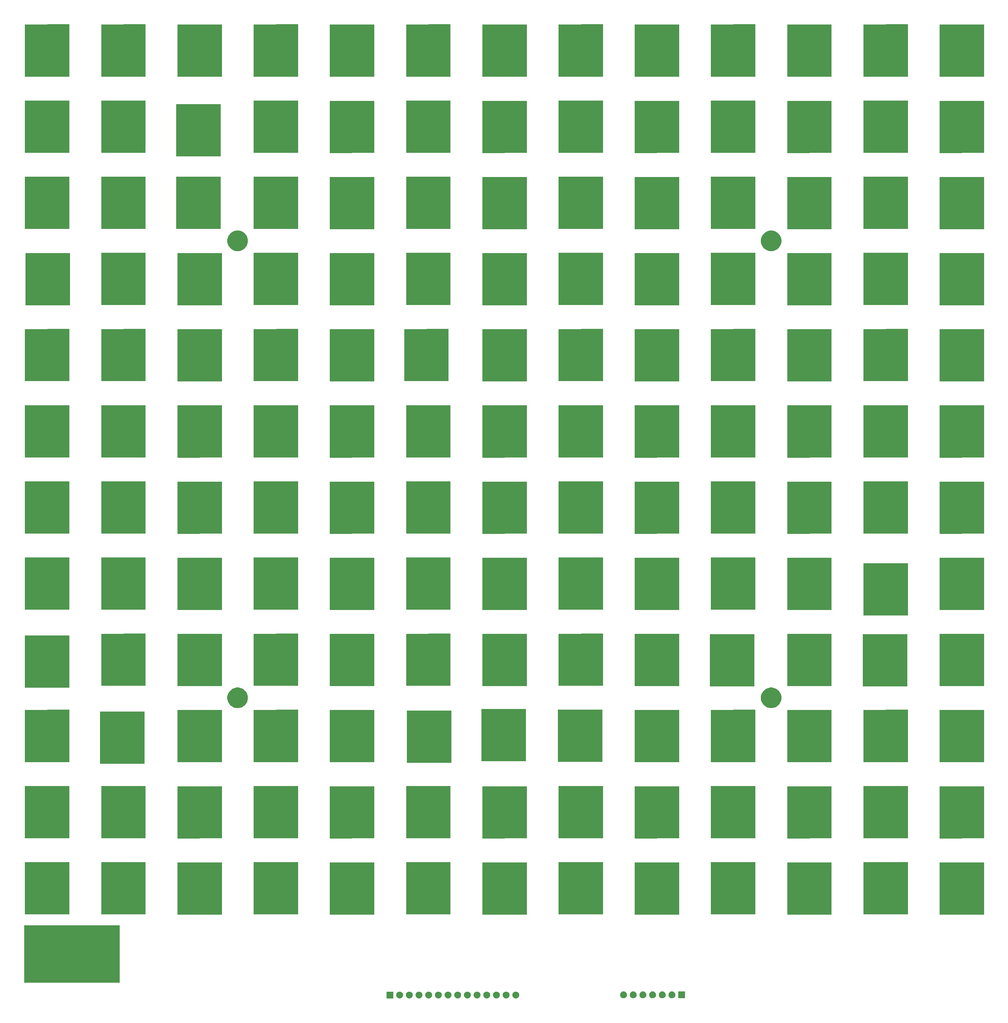
<source format=gbr>
G04 #@! TF.GenerationSoftware,KiCad,Pcbnew,(5.1.5-0-10_14)*
G04 #@! TF.CreationDate,2020-03-21T16:44:53+01:00*
G04 #@! TF.ProjectId,easypowerwall,65617379-706f-4776-9572-77616c6c2e6b,rev?*
G04 #@! TF.SameCoordinates,Original*
G04 #@! TF.FileFunction,Soldermask,Bot*
G04 #@! TF.FilePolarity,Negative*
%FSLAX46Y46*%
G04 Gerber Fmt 4.6, Leading zero omitted, Abs format (unit mm)*
G04 Created by KiCad (PCBNEW (5.1.5-0-10_14)) date 2020-03-21 16:44:53*
%MOMM*%
%LPD*%
G04 APERTURE LIST*
%ADD10C,0.100000*%
G04 APERTURE END LIST*
D10*
G36*
X42000000Y-267750000D02*
G01*
X17000000Y-267750000D01*
X17000000Y-252750000D01*
X42000000Y-252750000D01*
X42000000Y-267750000D01*
G37*
X42000000Y-267750000D02*
X17000000Y-267750000D01*
X17000000Y-252750000D01*
X42000000Y-252750000D01*
X42000000Y-267750000D01*
G36*
X28791200Y-29781800D02*
G01*
X17208800Y-29781800D01*
X17208800Y-16167400D01*
X17259600Y-16167400D01*
X28791200Y-16142000D01*
X28791200Y-29781800D01*
G37*
X28791200Y-29781800D02*
X17208800Y-29781800D01*
X17208800Y-16167400D01*
X17259600Y-16167400D01*
X28791200Y-16142000D01*
X28791200Y-29781800D01*
G36*
X257208800Y-236218200D02*
G01*
X268791200Y-236218200D01*
X268791200Y-249832600D01*
X268740400Y-249832600D01*
X257208800Y-249858000D01*
X257208800Y-236218200D01*
G37*
X257208800Y-236218200D02*
X268791200Y-236218200D01*
X268791200Y-249832600D01*
X268740400Y-249832600D01*
X257208800Y-249858000D01*
X257208800Y-236218200D01*
G36*
X248791200Y-249781800D02*
G01*
X237208800Y-249781800D01*
X237208800Y-236167400D01*
X237259600Y-236167400D01*
X248791200Y-236142000D01*
X248791200Y-249781800D01*
G37*
X248791200Y-249781800D02*
X237208800Y-249781800D01*
X237208800Y-236167400D01*
X237259600Y-236167400D01*
X248791200Y-236142000D01*
X248791200Y-249781800D01*
G36*
X217208800Y-236218200D02*
G01*
X228791200Y-236218200D01*
X228791200Y-249832600D01*
X228740400Y-249832600D01*
X217208800Y-249858000D01*
X217208800Y-236218200D01*
G37*
X217208800Y-236218200D02*
X228791200Y-236218200D01*
X228791200Y-249832600D01*
X228740400Y-249832600D01*
X217208800Y-249858000D01*
X217208800Y-236218200D01*
G36*
X208791200Y-249781800D02*
G01*
X197208800Y-249781800D01*
X197208800Y-236167400D01*
X197259600Y-236167400D01*
X208791200Y-236142000D01*
X208791200Y-249781800D01*
G37*
X208791200Y-249781800D02*
X197208800Y-249781800D01*
X197208800Y-236167400D01*
X197259600Y-236167400D01*
X208791200Y-236142000D01*
X208791200Y-249781800D01*
G36*
X177208800Y-236218200D02*
G01*
X188791200Y-236218200D01*
X188791200Y-249832600D01*
X188740400Y-249832600D01*
X177208800Y-249858000D01*
X177208800Y-236218200D01*
G37*
X177208800Y-236218200D02*
X188791200Y-236218200D01*
X188791200Y-249832600D01*
X188740400Y-249832600D01*
X177208800Y-249858000D01*
X177208800Y-236218200D01*
G36*
X168791200Y-249781800D02*
G01*
X157208800Y-249781800D01*
X157208800Y-236167400D01*
X157259600Y-236167400D01*
X168791200Y-236142000D01*
X168791200Y-249781800D01*
G37*
X168791200Y-249781800D02*
X157208800Y-249781800D01*
X157208800Y-236167400D01*
X157259600Y-236167400D01*
X168791200Y-236142000D01*
X168791200Y-249781800D01*
G36*
X137208800Y-236218200D02*
G01*
X148791200Y-236218200D01*
X148791200Y-249832600D01*
X148740400Y-249832600D01*
X137208800Y-249858000D01*
X137208800Y-236218200D01*
G37*
X137208800Y-236218200D02*
X148791200Y-236218200D01*
X148791200Y-249832600D01*
X148740400Y-249832600D01*
X137208800Y-249858000D01*
X137208800Y-236218200D01*
G36*
X128791200Y-249781800D02*
G01*
X117208800Y-249781800D01*
X117208800Y-236167400D01*
X117259600Y-236167400D01*
X128791200Y-236142000D01*
X128791200Y-249781800D01*
G37*
X128791200Y-249781800D02*
X117208800Y-249781800D01*
X117208800Y-236167400D01*
X117259600Y-236167400D01*
X128791200Y-236142000D01*
X128791200Y-249781800D01*
G36*
X97208800Y-236218200D02*
G01*
X108791200Y-236218200D01*
X108791200Y-249832600D01*
X108740400Y-249832600D01*
X97208800Y-249858000D01*
X97208800Y-236218200D01*
G37*
X97208800Y-236218200D02*
X108791200Y-236218200D01*
X108791200Y-249832600D01*
X108740400Y-249832600D01*
X97208800Y-249858000D01*
X97208800Y-236218200D01*
G36*
X88791200Y-249781800D02*
G01*
X77208800Y-249781800D01*
X77208800Y-236167400D01*
X77259600Y-236167400D01*
X88791200Y-236142000D01*
X88791200Y-249781800D01*
G37*
X88791200Y-249781800D02*
X77208800Y-249781800D01*
X77208800Y-236167400D01*
X77259600Y-236167400D01*
X88791200Y-236142000D01*
X88791200Y-249781800D01*
G36*
X57208800Y-236218200D02*
G01*
X68791200Y-236218200D01*
X68791200Y-249832600D01*
X68740400Y-249832600D01*
X57208800Y-249858000D01*
X57208800Y-236218200D01*
G37*
X57208800Y-236218200D02*
X68791200Y-236218200D01*
X68791200Y-249832600D01*
X68740400Y-249832600D01*
X57208800Y-249858000D01*
X57208800Y-236218200D01*
G36*
X48791200Y-249781800D02*
G01*
X37208800Y-249781800D01*
X37208800Y-236167400D01*
X37259600Y-236167400D01*
X48791200Y-236142000D01*
X48791200Y-249781800D01*
G37*
X48791200Y-249781800D02*
X37208800Y-249781800D01*
X37208800Y-236167400D01*
X37259600Y-236167400D01*
X48791200Y-236142000D01*
X48791200Y-249781800D01*
G36*
X28791200Y-249781800D02*
G01*
X17208800Y-249781800D01*
X17208800Y-236167400D01*
X17259600Y-236167400D01*
X28791200Y-236142000D01*
X28791200Y-249781800D01*
G37*
X28791200Y-249781800D02*
X17208800Y-249781800D01*
X17208800Y-236167400D01*
X17259600Y-236167400D01*
X28791200Y-236142000D01*
X28791200Y-249781800D01*
G36*
X257208800Y-216218200D02*
G01*
X268791200Y-216218200D01*
X268791200Y-229832600D01*
X268740400Y-229832600D01*
X257208800Y-229858000D01*
X257208800Y-216218200D01*
G37*
X257208800Y-216218200D02*
X268791200Y-216218200D01*
X268791200Y-229832600D01*
X268740400Y-229832600D01*
X257208800Y-229858000D01*
X257208800Y-216218200D01*
G36*
X248791200Y-229781800D02*
G01*
X237208800Y-229781800D01*
X237208800Y-216167400D01*
X237259600Y-216167400D01*
X248791200Y-216142000D01*
X248791200Y-229781800D01*
G37*
X248791200Y-229781800D02*
X237208800Y-229781800D01*
X237208800Y-216167400D01*
X237259600Y-216167400D01*
X248791200Y-216142000D01*
X248791200Y-229781800D01*
G36*
X217208800Y-216218200D02*
G01*
X228791200Y-216218200D01*
X228791200Y-229832600D01*
X228740400Y-229832600D01*
X217208800Y-229858000D01*
X217208800Y-216218200D01*
G37*
X217208800Y-216218200D02*
X228791200Y-216218200D01*
X228791200Y-229832600D01*
X228740400Y-229832600D01*
X217208800Y-229858000D01*
X217208800Y-216218200D01*
G36*
X208791200Y-229781800D02*
G01*
X197208800Y-229781800D01*
X197208800Y-216167400D01*
X197259600Y-216167400D01*
X208791200Y-216142000D01*
X208791200Y-229781800D01*
G37*
X208791200Y-229781800D02*
X197208800Y-229781800D01*
X197208800Y-216167400D01*
X197259600Y-216167400D01*
X208791200Y-216142000D01*
X208791200Y-229781800D01*
G36*
X177208800Y-216218200D02*
G01*
X188791200Y-216218200D01*
X188791200Y-229832600D01*
X188740400Y-229832600D01*
X177208800Y-229858000D01*
X177208800Y-216218200D01*
G37*
X177208800Y-216218200D02*
X188791200Y-216218200D01*
X188791200Y-229832600D01*
X188740400Y-229832600D01*
X177208800Y-229858000D01*
X177208800Y-216218200D01*
G36*
X168791200Y-229781800D02*
G01*
X157208800Y-229781800D01*
X157208800Y-216167400D01*
X157259600Y-216167400D01*
X168791200Y-216142000D01*
X168791200Y-229781800D01*
G37*
X168791200Y-229781800D02*
X157208800Y-229781800D01*
X157208800Y-216167400D01*
X157259600Y-216167400D01*
X168791200Y-216142000D01*
X168791200Y-229781800D01*
G36*
X137208800Y-216218200D02*
G01*
X148791200Y-216218200D01*
X148791200Y-229832600D01*
X148740400Y-229832600D01*
X137208800Y-229858000D01*
X137208800Y-216218200D01*
G37*
X137208800Y-216218200D02*
X148791200Y-216218200D01*
X148791200Y-229832600D01*
X148740400Y-229832600D01*
X137208800Y-229858000D01*
X137208800Y-216218200D01*
G36*
X128791200Y-229781800D02*
G01*
X117208800Y-229781800D01*
X117208800Y-216167400D01*
X117259600Y-216167400D01*
X128791200Y-216142000D01*
X128791200Y-229781800D01*
G37*
X128791200Y-229781800D02*
X117208800Y-229781800D01*
X117208800Y-216167400D01*
X117259600Y-216167400D01*
X128791200Y-216142000D01*
X128791200Y-229781800D01*
G36*
X97208800Y-216218200D02*
G01*
X108791200Y-216218200D01*
X108791200Y-229832600D01*
X108740400Y-229832600D01*
X97208800Y-229858000D01*
X97208800Y-216218200D01*
G37*
X97208800Y-216218200D02*
X108791200Y-216218200D01*
X108791200Y-229832600D01*
X108740400Y-229832600D01*
X97208800Y-229858000D01*
X97208800Y-216218200D01*
G36*
X88791200Y-229781800D02*
G01*
X77208800Y-229781800D01*
X77208800Y-216167400D01*
X77259600Y-216167400D01*
X88791200Y-216142000D01*
X88791200Y-229781800D01*
G37*
X88791200Y-229781800D02*
X77208800Y-229781800D01*
X77208800Y-216167400D01*
X77259600Y-216167400D01*
X88791200Y-216142000D01*
X88791200Y-229781800D01*
G36*
X57208800Y-216218200D02*
G01*
X68791200Y-216218200D01*
X68791200Y-229832600D01*
X68740400Y-229832600D01*
X57208800Y-229858000D01*
X57208800Y-216218200D01*
G37*
X57208800Y-216218200D02*
X68791200Y-216218200D01*
X68791200Y-229832600D01*
X68740400Y-229832600D01*
X57208800Y-229858000D01*
X57208800Y-216218200D01*
G36*
X48791200Y-229781800D02*
G01*
X37208800Y-229781800D01*
X37208800Y-216167400D01*
X37259600Y-216167400D01*
X48791200Y-216142000D01*
X48791200Y-229781800D01*
G37*
X48791200Y-229781800D02*
X37208800Y-229781800D01*
X37208800Y-216167400D01*
X37259600Y-216167400D01*
X48791200Y-216142000D01*
X48791200Y-229781800D01*
G36*
X28791200Y-229781800D02*
G01*
X17208800Y-229781800D01*
X17208800Y-216167400D01*
X17259600Y-216167400D01*
X28791200Y-216142000D01*
X28791200Y-229781800D01*
G37*
X28791200Y-229781800D02*
X17208800Y-229781800D01*
X17208800Y-216167400D01*
X17259600Y-216167400D01*
X28791200Y-216142000D01*
X28791200Y-229781800D01*
G36*
X257208800Y-196218200D02*
G01*
X268791200Y-196218200D01*
X268791200Y-209832600D01*
X268740400Y-209832600D01*
X257208800Y-209858000D01*
X257208800Y-196218200D01*
G37*
X257208800Y-196218200D02*
X268791200Y-196218200D01*
X268791200Y-209832600D01*
X268740400Y-209832600D01*
X257208800Y-209858000D01*
X257208800Y-196218200D01*
G36*
X248791200Y-209781800D02*
G01*
X237208800Y-209781800D01*
X237208800Y-196167400D01*
X237259600Y-196167400D01*
X248791200Y-196142000D01*
X248791200Y-209781800D01*
G37*
X248791200Y-209781800D02*
X237208800Y-209781800D01*
X237208800Y-196167400D01*
X237259600Y-196167400D01*
X248791200Y-196142000D01*
X248791200Y-209781800D01*
G36*
X217208800Y-196218200D02*
G01*
X228791200Y-196218200D01*
X228791200Y-209832600D01*
X228740400Y-209832600D01*
X217208800Y-209858000D01*
X217208800Y-196218200D01*
G37*
X217208800Y-196218200D02*
X228791200Y-196218200D01*
X228791200Y-209832600D01*
X228740400Y-209832600D01*
X217208800Y-209858000D01*
X217208800Y-196218200D01*
G36*
X208791200Y-209781800D02*
G01*
X197208800Y-209781800D01*
X197208800Y-196167400D01*
X197259600Y-196167400D01*
X208791200Y-196142000D01*
X208791200Y-209781800D01*
G37*
X208791200Y-209781800D02*
X197208800Y-209781800D01*
X197208800Y-196167400D01*
X197259600Y-196167400D01*
X208791200Y-196142000D01*
X208791200Y-209781800D01*
G36*
X177208800Y-196218200D02*
G01*
X188791200Y-196218200D01*
X188791200Y-209832600D01*
X188740400Y-209832600D01*
X177208800Y-209858000D01*
X177208800Y-196218200D01*
G37*
X177208800Y-196218200D02*
X188791200Y-196218200D01*
X188791200Y-209832600D01*
X188740400Y-209832600D01*
X177208800Y-209858000D01*
X177208800Y-196218200D01*
G36*
X168605200Y-209727800D02*
G01*
X157022800Y-209727800D01*
X157022800Y-196113400D01*
X157073600Y-196113400D01*
X168605200Y-196088000D01*
X168605200Y-209727800D01*
G37*
X168605200Y-209727800D02*
X157022800Y-209727800D01*
X157022800Y-196113400D01*
X157073600Y-196113400D01*
X168605200Y-196088000D01*
X168605200Y-209727800D01*
G36*
X136956800Y-195910200D02*
G01*
X148539200Y-195910200D01*
X148539200Y-209524600D01*
X148488400Y-209524600D01*
X136956800Y-209550000D01*
X136956800Y-195910200D01*
G37*
X136956800Y-195910200D02*
X148539200Y-195910200D01*
X148539200Y-209524600D01*
X148488400Y-209524600D01*
X136956800Y-209550000D01*
X136956800Y-195910200D01*
G36*
X128981200Y-209981800D02*
G01*
X117398800Y-209981800D01*
X117398800Y-196367400D01*
X117449600Y-196367400D01*
X128981200Y-196342000D01*
X128981200Y-209981800D01*
G37*
X128981200Y-209981800D02*
X117398800Y-209981800D01*
X117398800Y-196367400D01*
X117449600Y-196367400D01*
X128981200Y-196342000D01*
X128981200Y-209981800D01*
G36*
X97208800Y-196218200D02*
G01*
X108791200Y-196218200D01*
X108791200Y-209832600D01*
X108740400Y-209832600D01*
X97208800Y-209858000D01*
X97208800Y-196218200D01*
G37*
X97208800Y-196218200D02*
X108791200Y-196218200D01*
X108791200Y-209832600D01*
X108740400Y-209832600D01*
X97208800Y-209858000D01*
X97208800Y-196218200D01*
G36*
X88791200Y-209781800D02*
G01*
X77208800Y-209781800D01*
X77208800Y-196167400D01*
X77259600Y-196167400D01*
X88791200Y-196142000D01*
X88791200Y-209781800D01*
G37*
X88791200Y-209781800D02*
X77208800Y-209781800D01*
X77208800Y-196167400D01*
X77259600Y-196167400D01*
X88791200Y-196142000D01*
X88791200Y-209781800D01*
G36*
X57208800Y-196218200D02*
G01*
X68791200Y-196218200D01*
X68791200Y-209832600D01*
X68740400Y-209832600D01*
X57208800Y-209858000D01*
X57208800Y-196218200D01*
G37*
X57208800Y-196218200D02*
X68791200Y-196218200D01*
X68791200Y-209832600D01*
X68740400Y-209832600D01*
X57208800Y-209858000D01*
X57208800Y-196218200D01*
G36*
X48463200Y-210235800D02*
G01*
X36880800Y-210235800D01*
X36880800Y-196621400D01*
X36931600Y-196621400D01*
X48463200Y-196596000D01*
X48463200Y-210235800D01*
G37*
X48463200Y-210235800D02*
X36880800Y-210235800D01*
X36880800Y-196621400D01*
X36931600Y-196621400D01*
X48463200Y-196596000D01*
X48463200Y-210235800D01*
G36*
X28791200Y-209781800D02*
G01*
X17208800Y-209781800D01*
X17208800Y-196167400D01*
X17259600Y-196167400D01*
X28791200Y-196142000D01*
X28791200Y-209781800D01*
G37*
X28791200Y-209781800D02*
X17208800Y-209781800D01*
X17208800Y-196167400D01*
X17259600Y-196167400D01*
X28791200Y-196142000D01*
X28791200Y-209781800D01*
G36*
X257208800Y-176218200D02*
G01*
X268791200Y-176218200D01*
X268791200Y-189832600D01*
X268740400Y-189832600D01*
X257208800Y-189858000D01*
X257208800Y-176218200D01*
G37*
X257208800Y-176218200D02*
X268791200Y-176218200D01*
X268791200Y-189832600D01*
X268740400Y-189832600D01*
X257208800Y-189858000D01*
X257208800Y-176218200D01*
G36*
X248615200Y-189915800D02*
G01*
X237032800Y-189915800D01*
X237032800Y-176301400D01*
X237083600Y-176301400D01*
X248615200Y-176276000D01*
X248615200Y-189915800D01*
G37*
X248615200Y-189915800D02*
X237032800Y-189915800D01*
X237032800Y-176301400D01*
X237083600Y-176301400D01*
X248615200Y-176276000D01*
X248615200Y-189915800D01*
G36*
X217208800Y-176218200D02*
G01*
X228791200Y-176218200D01*
X228791200Y-189832600D01*
X228740400Y-189832600D01*
X217208800Y-189858000D01*
X217208800Y-176218200D01*
G37*
X217208800Y-176218200D02*
X228791200Y-176218200D01*
X228791200Y-189832600D01*
X228740400Y-189832600D01*
X217208800Y-189858000D01*
X217208800Y-176218200D01*
G36*
X208483200Y-189915800D02*
G01*
X196900800Y-189915800D01*
X196900800Y-176301400D01*
X196951600Y-176301400D01*
X208483200Y-176276000D01*
X208483200Y-189915800D01*
G37*
X208483200Y-189915800D02*
X196900800Y-189915800D01*
X196900800Y-176301400D01*
X196951600Y-176301400D01*
X208483200Y-176276000D01*
X208483200Y-189915800D01*
G36*
X177208800Y-176218200D02*
G01*
X188791200Y-176218200D01*
X188791200Y-189832600D01*
X188740400Y-189832600D01*
X177208800Y-189858000D01*
X177208800Y-176218200D01*
G37*
X177208800Y-176218200D02*
X188791200Y-176218200D01*
X188791200Y-189832600D01*
X188740400Y-189832600D01*
X177208800Y-189858000D01*
X177208800Y-176218200D01*
G36*
X168791200Y-189781800D02*
G01*
X157208800Y-189781800D01*
X157208800Y-176167400D01*
X157259600Y-176167400D01*
X168791200Y-176142000D01*
X168791200Y-189781800D01*
G37*
X168791200Y-189781800D02*
X157208800Y-189781800D01*
X157208800Y-176167400D01*
X157259600Y-176167400D01*
X168791200Y-176142000D01*
X168791200Y-189781800D01*
G36*
X137208800Y-176218200D02*
G01*
X148791200Y-176218200D01*
X148791200Y-189832600D01*
X148740400Y-189832600D01*
X137208800Y-189858000D01*
X137208800Y-176218200D01*
G37*
X137208800Y-176218200D02*
X148791200Y-176218200D01*
X148791200Y-189832600D01*
X148740400Y-189832600D01*
X137208800Y-189858000D01*
X137208800Y-176218200D01*
G36*
X128791200Y-189781800D02*
G01*
X117208800Y-189781800D01*
X117208800Y-176167400D01*
X117259600Y-176167400D01*
X128791200Y-176142000D01*
X128791200Y-189781800D01*
G37*
X128791200Y-189781800D02*
X117208800Y-189781800D01*
X117208800Y-176167400D01*
X117259600Y-176167400D01*
X128791200Y-176142000D01*
X128791200Y-189781800D01*
G36*
X97208800Y-176218200D02*
G01*
X108791200Y-176218200D01*
X108791200Y-189832600D01*
X108740400Y-189832600D01*
X97208800Y-189858000D01*
X97208800Y-176218200D01*
G37*
X97208800Y-176218200D02*
X108791200Y-176218200D01*
X108791200Y-189832600D01*
X108740400Y-189832600D01*
X97208800Y-189858000D01*
X97208800Y-176218200D01*
G36*
X88791200Y-189781800D02*
G01*
X77208800Y-189781800D01*
X77208800Y-176167400D01*
X77259600Y-176167400D01*
X88791200Y-176142000D01*
X88791200Y-189781800D01*
G37*
X88791200Y-189781800D02*
X77208800Y-189781800D01*
X77208800Y-176167400D01*
X77259600Y-176167400D01*
X88791200Y-176142000D01*
X88791200Y-189781800D01*
G36*
X57208800Y-176218200D02*
G01*
X68791200Y-176218200D01*
X68791200Y-189832600D01*
X68740400Y-189832600D01*
X57208800Y-189858000D01*
X57208800Y-176218200D01*
G37*
X57208800Y-176218200D02*
X68791200Y-176218200D01*
X68791200Y-189832600D01*
X68740400Y-189832600D01*
X57208800Y-189858000D01*
X57208800Y-176218200D01*
G36*
X48791200Y-189781800D02*
G01*
X37208800Y-189781800D01*
X37208800Y-176167400D01*
X37259600Y-176167400D01*
X48791200Y-176142000D01*
X48791200Y-189781800D01*
G37*
X48791200Y-189781800D02*
X37208800Y-189781800D01*
X37208800Y-176167400D01*
X37259600Y-176167400D01*
X48791200Y-176142000D01*
X48791200Y-189781800D01*
G36*
X28791200Y-190281800D02*
G01*
X17208800Y-190281800D01*
X17208800Y-176667400D01*
X17259600Y-176667400D01*
X28791200Y-176642000D01*
X28791200Y-190281800D01*
G37*
X28791200Y-190281800D02*
X17208800Y-190281800D01*
X17208800Y-176667400D01*
X17259600Y-176667400D01*
X28791200Y-176642000D01*
X28791200Y-190281800D01*
G36*
X257208800Y-156218200D02*
G01*
X268791200Y-156218200D01*
X268791200Y-169832600D01*
X268740400Y-169832600D01*
X257208800Y-169858000D01*
X257208800Y-156218200D01*
G37*
X257208800Y-156218200D02*
X268791200Y-156218200D01*
X268791200Y-169832600D01*
X268740400Y-169832600D01*
X257208800Y-169858000D01*
X257208800Y-156218200D01*
G36*
X248791200Y-171281800D02*
G01*
X237208800Y-171281800D01*
X237208800Y-157667400D01*
X237259600Y-157667400D01*
X248791200Y-157642000D01*
X248791200Y-171281800D01*
G37*
X248791200Y-171281800D02*
X237208800Y-171281800D01*
X237208800Y-157667400D01*
X237259600Y-157667400D01*
X248791200Y-157642000D01*
X248791200Y-171281800D01*
G36*
X217208800Y-156218200D02*
G01*
X228791200Y-156218200D01*
X228791200Y-169832600D01*
X228740400Y-169832600D01*
X217208800Y-169858000D01*
X217208800Y-156218200D01*
G37*
X217208800Y-156218200D02*
X228791200Y-156218200D01*
X228791200Y-169832600D01*
X228740400Y-169832600D01*
X217208800Y-169858000D01*
X217208800Y-156218200D01*
G36*
X208791200Y-169781800D02*
G01*
X197208800Y-169781800D01*
X197208800Y-156167400D01*
X197259600Y-156167400D01*
X208791200Y-156142000D01*
X208791200Y-169781800D01*
G37*
X208791200Y-169781800D02*
X197208800Y-169781800D01*
X197208800Y-156167400D01*
X197259600Y-156167400D01*
X208791200Y-156142000D01*
X208791200Y-169781800D01*
G36*
X177208800Y-156218200D02*
G01*
X188791200Y-156218200D01*
X188791200Y-169832600D01*
X188740400Y-169832600D01*
X177208800Y-169858000D01*
X177208800Y-156218200D01*
G37*
X177208800Y-156218200D02*
X188791200Y-156218200D01*
X188791200Y-169832600D01*
X188740400Y-169832600D01*
X177208800Y-169858000D01*
X177208800Y-156218200D01*
G36*
X168791200Y-169781800D02*
G01*
X157208800Y-169781800D01*
X157208800Y-156167400D01*
X157259600Y-156167400D01*
X168791200Y-156142000D01*
X168791200Y-169781800D01*
G37*
X168791200Y-169781800D02*
X157208800Y-169781800D01*
X157208800Y-156167400D01*
X157259600Y-156167400D01*
X168791200Y-156142000D01*
X168791200Y-169781800D01*
G36*
X137208800Y-156218200D02*
G01*
X148791200Y-156218200D01*
X148791200Y-169832600D01*
X148740400Y-169832600D01*
X137208800Y-169858000D01*
X137208800Y-156218200D01*
G37*
X137208800Y-156218200D02*
X148791200Y-156218200D01*
X148791200Y-169832600D01*
X148740400Y-169832600D01*
X137208800Y-169858000D01*
X137208800Y-156218200D01*
G36*
X128791200Y-169781800D02*
G01*
X117208800Y-169781800D01*
X117208800Y-156167400D01*
X117259600Y-156167400D01*
X128791200Y-156142000D01*
X128791200Y-169781800D01*
G37*
X128791200Y-169781800D02*
X117208800Y-169781800D01*
X117208800Y-156167400D01*
X117259600Y-156167400D01*
X128791200Y-156142000D01*
X128791200Y-169781800D01*
G36*
X97208800Y-156218200D02*
G01*
X108791200Y-156218200D01*
X108791200Y-169832600D01*
X108740400Y-169832600D01*
X97208800Y-169858000D01*
X97208800Y-156218200D01*
G37*
X97208800Y-156218200D02*
X108791200Y-156218200D01*
X108791200Y-169832600D01*
X108740400Y-169832600D01*
X97208800Y-169858000D01*
X97208800Y-156218200D01*
G36*
X88791200Y-169781800D02*
G01*
X77208800Y-169781800D01*
X77208800Y-156167400D01*
X77259600Y-156167400D01*
X88791200Y-156142000D01*
X88791200Y-169781800D01*
G37*
X88791200Y-169781800D02*
X77208800Y-169781800D01*
X77208800Y-156167400D01*
X77259600Y-156167400D01*
X88791200Y-156142000D01*
X88791200Y-169781800D01*
G36*
X57208800Y-156218200D02*
G01*
X68791200Y-156218200D01*
X68791200Y-169832600D01*
X68740400Y-169832600D01*
X57208800Y-169858000D01*
X57208800Y-156218200D01*
G37*
X57208800Y-156218200D02*
X68791200Y-156218200D01*
X68791200Y-169832600D01*
X68740400Y-169832600D01*
X57208800Y-169858000D01*
X57208800Y-156218200D01*
G36*
X48791200Y-169781800D02*
G01*
X37208800Y-169781800D01*
X37208800Y-156167400D01*
X37259600Y-156167400D01*
X48791200Y-156142000D01*
X48791200Y-169781800D01*
G37*
X48791200Y-169781800D02*
X37208800Y-169781800D01*
X37208800Y-156167400D01*
X37259600Y-156167400D01*
X48791200Y-156142000D01*
X48791200Y-169781800D01*
G36*
X28791200Y-169781800D02*
G01*
X17208800Y-169781800D01*
X17208800Y-156167400D01*
X17259600Y-156167400D01*
X28791200Y-156142000D01*
X28791200Y-169781800D01*
G37*
X28791200Y-169781800D02*
X17208800Y-169781800D01*
X17208800Y-156167400D01*
X17259600Y-156167400D01*
X28791200Y-156142000D01*
X28791200Y-169781800D01*
G36*
X257208800Y-136218200D02*
G01*
X268791200Y-136218200D01*
X268791200Y-149832600D01*
X268740400Y-149832600D01*
X257208800Y-149858000D01*
X257208800Y-136218200D01*
G37*
X257208800Y-136218200D02*
X268791200Y-136218200D01*
X268791200Y-149832600D01*
X268740400Y-149832600D01*
X257208800Y-149858000D01*
X257208800Y-136218200D01*
G36*
X248791200Y-149781800D02*
G01*
X237208800Y-149781800D01*
X237208800Y-136167400D01*
X237259600Y-136167400D01*
X248791200Y-136142000D01*
X248791200Y-149781800D01*
G37*
X248791200Y-149781800D02*
X237208800Y-149781800D01*
X237208800Y-136167400D01*
X237259600Y-136167400D01*
X248791200Y-136142000D01*
X248791200Y-149781800D01*
G36*
X217208800Y-136218200D02*
G01*
X228791200Y-136218200D01*
X228791200Y-149832600D01*
X228740400Y-149832600D01*
X217208800Y-149858000D01*
X217208800Y-136218200D01*
G37*
X217208800Y-136218200D02*
X228791200Y-136218200D01*
X228791200Y-149832600D01*
X228740400Y-149832600D01*
X217208800Y-149858000D01*
X217208800Y-136218200D01*
G36*
X208791200Y-149781800D02*
G01*
X197208800Y-149781800D01*
X197208800Y-136167400D01*
X197259600Y-136167400D01*
X208791200Y-136142000D01*
X208791200Y-149781800D01*
G37*
X208791200Y-149781800D02*
X197208800Y-149781800D01*
X197208800Y-136167400D01*
X197259600Y-136167400D01*
X208791200Y-136142000D01*
X208791200Y-149781800D01*
G36*
X177208800Y-136218200D02*
G01*
X188791200Y-136218200D01*
X188791200Y-149832600D01*
X188740400Y-149832600D01*
X177208800Y-149858000D01*
X177208800Y-136218200D01*
G37*
X177208800Y-136218200D02*
X188791200Y-136218200D01*
X188791200Y-149832600D01*
X188740400Y-149832600D01*
X177208800Y-149858000D01*
X177208800Y-136218200D01*
G36*
X168791200Y-149781800D02*
G01*
X157208800Y-149781800D01*
X157208800Y-136167400D01*
X157259600Y-136167400D01*
X168791200Y-136142000D01*
X168791200Y-149781800D01*
G37*
X168791200Y-149781800D02*
X157208800Y-149781800D01*
X157208800Y-136167400D01*
X157259600Y-136167400D01*
X168791200Y-136142000D01*
X168791200Y-149781800D01*
G36*
X137208800Y-136218200D02*
G01*
X148791200Y-136218200D01*
X148791200Y-149832600D01*
X148740400Y-149832600D01*
X137208800Y-149858000D01*
X137208800Y-136218200D01*
G37*
X137208800Y-136218200D02*
X148791200Y-136218200D01*
X148791200Y-149832600D01*
X148740400Y-149832600D01*
X137208800Y-149858000D01*
X137208800Y-136218200D01*
G36*
X128791200Y-149781800D02*
G01*
X117208800Y-149781800D01*
X117208800Y-136167400D01*
X117259600Y-136167400D01*
X128791200Y-136142000D01*
X128791200Y-149781800D01*
G37*
X128791200Y-149781800D02*
X117208800Y-149781800D01*
X117208800Y-136167400D01*
X117259600Y-136167400D01*
X128791200Y-136142000D01*
X128791200Y-149781800D01*
G36*
X97208800Y-136218200D02*
G01*
X108791200Y-136218200D01*
X108791200Y-149832600D01*
X108740400Y-149832600D01*
X97208800Y-149858000D01*
X97208800Y-136218200D01*
G37*
X97208800Y-136218200D02*
X108791200Y-136218200D01*
X108791200Y-149832600D01*
X108740400Y-149832600D01*
X97208800Y-149858000D01*
X97208800Y-136218200D01*
G36*
X88791200Y-149781800D02*
G01*
X77208800Y-149781800D01*
X77208800Y-136167400D01*
X77259600Y-136167400D01*
X88791200Y-136142000D01*
X88791200Y-149781800D01*
G37*
X88791200Y-149781800D02*
X77208800Y-149781800D01*
X77208800Y-136167400D01*
X77259600Y-136167400D01*
X88791200Y-136142000D01*
X88791200Y-149781800D01*
G36*
X57208800Y-136218200D02*
G01*
X68791200Y-136218200D01*
X68791200Y-149832600D01*
X68740400Y-149832600D01*
X57208800Y-149858000D01*
X57208800Y-136218200D01*
G37*
X57208800Y-136218200D02*
X68791200Y-136218200D01*
X68791200Y-149832600D01*
X68740400Y-149832600D01*
X57208800Y-149858000D01*
X57208800Y-136218200D01*
G36*
X48791200Y-149781800D02*
G01*
X37208800Y-149781800D01*
X37208800Y-136167400D01*
X37259600Y-136167400D01*
X48791200Y-136142000D01*
X48791200Y-149781800D01*
G37*
X48791200Y-149781800D02*
X37208800Y-149781800D01*
X37208800Y-136167400D01*
X37259600Y-136167400D01*
X48791200Y-136142000D01*
X48791200Y-149781800D01*
G36*
X28791200Y-149781800D02*
G01*
X17208800Y-149781800D01*
X17208800Y-136167400D01*
X17259600Y-136167400D01*
X28791200Y-136142000D01*
X28791200Y-149781800D01*
G37*
X28791200Y-149781800D02*
X17208800Y-149781800D01*
X17208800Y-136167400D01*
X17259600Y-136167400D01*
X28791200Y-136142000D01*
X28791200Y-149781800D01*
G36*
X257208800Y-116218200D02*
G01*
X268791200Y-116218200D01*
X268791200Y-129832600D01*
X268740400Y-129832600D01*
X257208800Y-129858000D01*
X257208800Y-116218200D01*
G37*
X257208800Y-116218200D02*
X268791200Y-116218200D01*
X268791200Y-129832600D01*
X268740400Y-129832600D01*
X257208800Y-129858000D01*
X257208800Y-116218200D01*
G36*
X248791200Y-129781800D02*
G01*
X237208800Y-129781800D01*
X237208800Y-116167400D01*
X237259600Y-116167400D01*
X248791200Y-116142000D01*
X248791200Y-129781800D01*
G37*
X248791200Y-129781800D02*
X237208800Y-129781800D01*
X237208800Y-116167400D01*
X237259600Y-116167400D01*
X248791200Y-116142000D01*
X248791200Y-129781800D01*
G36*
X217208800Y-116218200D02*
G01*
X228791200Y-116218200D01*
X228791200Y-129832600D01*
X228740400Y-129832600D01*
X217208800Y-129858000D01*
X217208800Y-116218200D01*
G37*
X217208800Y-116218200D02*
X228791200Y-116218200D01*
X228791200Y-129832600D01*
X228740400Y-129832600D01*
X217208800Y-129858000D01*
X217208800Y-116218200D01*
G36*
X208791200Y-129781800D02*
G01*
X197208800Y-129781800D01*
X197208800Y-116167400D01*
X197259600Y-116167400D01*
X208791200Y-116142000D01*
X208791200Y-129781800D01*
G37*
X208791200Y-129781800D02*
X197208800Y-129781800D01*
X197208800Y-116167400D01*
X197259600Y-116167400D01*
X208791200Y-116142000D01*
X208791200Y-129781800D01*
G36*
X177208800Y-116218200D02*
G01*
X188791200Y-116218200D01*
X188791200Y-129832600D01*
X188740400Y-129832600D01*
X177208800Y-129858000D01*
X177208800Y-116218200D01*
G37*
X177208800Y-116218200D02*
X188791200Y-116218200D01*
X188791200Y-129832600D01*
X188740400Y-129832600D01*
X177208800Y-129858000D01*
X177208800Y-116218200D01*
G36*
X168791200Y-129781800D02*
G01*
X157208800Y-129781800D01*
X157208800Y-116167400D01*
X157259600Y-116167400D01*
X168791200Y-116142000D01*
X168791200Y-129781800D01*
G37*
X168791200Y-129781800D02*
X157208800Y-129781800D01*
X157208800Y-116167400D01*
X157259600Y-116167400D01*
X168791200Y-116142000D01*
X168791200Y-129781800D01*
G36*
X137208800Y-116218200D02*
G01*
X148791200Y-116218200D01*
X148791200Y-129832600D01*
X148740400Y-129832600D01*
X137208800Y-129858000D01*
X137208800Y-116218200D01*
G37*
X137208800Y-116218200D02*
X148791200Y-116218200D01*
X148791200Y-129832600D01*
X148740400Y-129832600D01*
X137208800Y-129858000D01*
X137208800Y-116218200D01*
G36*
X128791200Y-129781800D02*
G01*
X117208800Y-129781800D01*
X117208800Y-116167400D01*
X117259600Y-116167400D01*
X128791200Y-116142000D01*
X128791200Y-129781800D01*
G37*
X128791200Y-129781800D02*
X117208800Y-129781800D01*
X117208800Y-116167400D01*
X117259600Y-116167400D01*
X128791200Y-116142000D01*
X128791200Y-129781800D01*
G36*
X97208800Y-116218200D02*
G01*
X108791200Y-116218200D01*
X108791200Y-129832600D01*
X108740400Y-129832600D01*
X97208800Y-129858000D01*
X97208800Y-116218200D01*
G37*
X97208800Y-116218200D02*
X108791200Y-116218200D01*
X108791200Y-129832600D01*
X108740400Y-129832600D01*
X97208800Y-129858000D01*
X97208800Y-116218200D01*
G36*
X88791200Y-129781800D02*
G01*
X77208800Y-129781800D01*
X77208800Y-116167400D01*
X77259600Y-116167400D01*
X88791200Y-116142000D01*
X88791200Y-129781800D01*
G37*
X88791200Y-129781800D02*
X77208800Y-129781800D01*
X77208800Y-116167400D01*
X77259600Y-116167400D01*
X88791200Y-116142000D01*
X88791200Y-129781800D01*
G36*
X57208800Y-116218200D02*
G01*
X68791200Y-116218200D01*
X68791200Y-129832600D01*
X68740400Y-129832600D01*
X57208800Y-129858000D01*
X57208800Y-116218200D01*
G37*
X57208800Y-116218200D02*
X68791200Y-116218200D01*
X68791200Y-129832600D01*
X68740400Y-129832600D01*
X57208800Y-129858000D01*
X57208800Y-116218200D01*
G36*
X48791200Y-129781800D02*
G01*
X37208800Y-129781800D01*
X37208800Y-116167400D01*
X37259600Y-116167400D01*
X48791200Y-116142000D01*
X48791200Y-129781800D01*
G37*
X48791200Y-129781800D02*
X37208800Y-129781800D01*
X37208800Y-116167400D01*
X37259600Y-116167400D01*
X48791200Y-116142000D01*
X48791200Y-129781800D01*
G36*
X28791200Y-129781800D02*
G01*
X17208800Y-129781800D01*
X17208800Y-116167400D01*
X17259600Y-116167400D01*
X28791200Y-116142000D01*
X28791200Y-129781800D01*
G37*
X28791200Y-129781800D02*
X17208800Y-129781800D01*
X17208800Y-116167400D01*
X17259600Y-116167400D01*
X28791200Y-116142000D01*
X28791200Y-129781800D01*
G36*
X257208800Y-96218200D02*
G01*
X268791200Y-96218200D01*
X268791200Y-109832600D01*
X268740400Y-109832600D01*
X257208800Y-109858000D01*
X257208800Y-96218200D01*
G37*
X257208800Y-96218200D02*
X268791200Y-96218200D01*
X268791200Y-109832600D01*
X268740400Y-109832600D01*
X257208800Y-109858000D01*
X257208800Y-96218200D01*
G36*
X248791200Y-109781800D02*
G01*
X237208800Y-109781800D01*
X237208800Y-96167400D01*
X237259600Y-96167400D01*
X248791200Y-96142000D01*
X248791200Y-109781800D01*
G37*
X248791200Y-109781800D02*
X237208800Y-109781800D01*
X237208800Y-96167400D01*
X237259600Y-96167400D01*
X248791200Y-96142000D01*
X248791200Y-109781800D01*
G36*
X217208800Y-96218200D02*
G01*
X228791200Y-96218200D01*
X228791200Y-109832600D01*
X228740400Y-109832600D01*
X217208800Y-109858000D01*
X217208800Y-96218200D01*
G37*
X217208800Y-96218200D02*
X228791200Y-96218200D01*
X228791200Y-109832600D01*
X228740400Y-109832600D01*
X217208800Y-109858000D01*
X217208800Y-96218200D01*
G36*
X208791200Y-109781800D02*
G01*
X197208800Y-109781800D01*
X197208800Y-96167400D01*
X197259600Y-96167400D01*
X208791200Y-96142000D01*
X208791200Y-109781800D01*
G37*
X208791200Y-109781800D02*
X197208800Y-109781800D01*
X197208800Y-96167400D01*
X197259600Y-96167400D01*
X208791200Y-96142000D01*
X208791200Y-109781800D01*
G36*
X177208800Y-96218200D02*
G01*
X188791200Y-96218200D01*
X188791200Y-109832600D01*
X188740400Y-109832600D01*
X177208800Y-109858000D01*
X177208800Y-96218200D01*
G37*
X177208800Y-96218200D02*
X188791200Y-96218200D01*
X188791200Y-109832600D01*
X188740400Y-109832600D01*
X177208800Y-109858000D01*
X177208800Y-96218200D01*
G36*
X168791200Y-109781800D02*
G01*
X157208800Y-109781800D01*
X157208800Y-96167400D01*
X157259600Y-96167400D01*
X168791200Y-96142000D01*
X168791200Y-109781800D01*
G37*
X168791200Y-109781800D02*
X157208800Y-109781800D01*
X157208800Y-96167400D01*
X157259600Y-96167400D01*
X168791200Y-96142000D01*
X168791200Y-109781800D01*
G36*
X137208800Y-96218200D02*
G01*
X148791200Y-96218200D01*
X148791200Y-109832600D01*
X148740400Y-109832600D01*
X137208800Y-109858000D01*
X137208800Y-96218200D01*
G37*
X137208800Y-96218200D02*
X148791200Y-96218200D01*
X148791200Y-109832600D01*
X148740400Y-109832600D01*
X137208800Y-109858000D01*
X137208800Y-96218200D01*
G36*
X128291200Y-109781800D02*
G01*
X116708800Y-109781800D01*
X116708800Y-96167400D01*
X116759600Y-96167400D01*
X128291200Y-96142000D01*
X128291200Y-109781800D01*
G37*
X128291200Y-109781800D02*
X116708800Y-109781800D01*
X116708800Y-96167400D01*
X116759600Y-96167400D01*
X128291200Y-96142000D01*
X128291200Y-109781800D01*
G36*
X97208800Y-96218200D02*
G01*
X108791200Y-96218200D01*
X108791200Y-109832600D01*
X108740400Y-109832600D01*
X97208800Y-109858000D01*
X97208800Y-96218200D01*
G37*
X97208800Y-96218200D02*
X108791200Y-96218200D01*
X108791200Y-109832600D01*
X108740400Y-109832600D01*
X97208800Y-109858000D01*
X97208800Y-96218200D01*
G36*
X88791200Y-109781800D02*
G01*
X77208800Y-109781800D01*
X77208800Y-96167400D01*
X77259600Y-96167400D01*
X88791200Y-96142000D01*
X88791200Y-109781800D01*
G37*
X88791200Y-109781800D02*
X77208800Y-109781800D01*
X77208800Y-96167400D01*
X77259600Y-96167400D01*
X88791200Y-96142000D01*
X88791200Y-109781800D01*
G36*
X57208800Y-96218200D02*
G01*
X68791200Y-96218200D01*
X68791200Y-109832600D01*
X68740400Y-109832600D01*
X57208800Y-109858000D01*
X57208800Y-96218200D01*
G37*
X57208800Y-96218200D02*
X68791200Y-96218200D01*
X68791200Y-109832600D01*
X68740400Y-109832600D01*
X57208800Y-109858000D01*
X57208800Y-96218200D01*
G36*
X48791200Y-109781800D02*
G01*
X37208800Y-109781800D01*
X37208800Y-96167400D01*
X37259600Y-96167400D01*
X48791200Y-96142000D01*
X48791200Y-109781800D01*
G37*
X48791200Y-109781800D02*
X37208800Y-109781800D01*
X37208800Y-96167400D01*
X37259600Y-96167400D01*
X48791200Y-96142000D01*
X48791200Y-109781800D01*
G36*
X28791200Y-109781800D02*
G01*
X17208800Y-109781800D01*
X17208800Y-96167400D01*
X17259600Y-96167400D01*
X28791200Y-96142000D01*
X28791200Y-109781800D01*
G37*
X28791200Y-109781800D02*
X17208800Y-109781800D01*
X17208800Y-96167400D01*
X17259600Y-96167400D01*
X28791200Y-96142000D01*
X28791200Y-109781800D01*
G36*
X257208800Y-76218200D02*
G01*
X268791200Y-76218200D01*
X268791200Y-89832600D01*
X268740400Y-89832600D01*
X257208800Y-89858000D01*
X257208800Y-76218200D01*
G37*
X257208800Y-76218200D02*
X268791200Y-76218200D01*
X268791200Y-89832600D01*
X268740400Y-89832600D01*
X257208800Y-89858000D01*
X257208800Y-76218200D01*
G36*
X248791200Y-89781800D02*
G01*
X237208800Y-89781800D01*
X237208800Y-76167400D01*
X237259600Y-76167400D01*
X248791200Y-76142000D01*
X248791200Y-89781800D01*
G37*
X248791200Y-89781800D02*
X237208800Y-89781800D01*
X237208800Y-76167400D01*
X237259600Y-76167400D01*
X248791200Y-76142000D01*
X248791200Y-89781800D01*
G36*
X217208800Y-76218200D02*
G01*
X228791200Y-76218200D01*
X228791200Y-89832600D01*
X228740400Y-89832600D01*
X217208800Y-89858000D01*
X217208800Y-76218200D01*
G37*
X217208800Y-76218200D02*
X228791200Y-76218200D01*
X228791200Y-89832600D01*
X228740400Y-89832600D01*
X217208800Y-89858000D01*
X217208800Y-76218200D01*
G36*
X208791200Y-89781800D02*
G01*
X197208800Y-89781800D01*
X197208800Y-76167400D01*
X197259600Y-76167400D01*
X208791200Y-76142000D01*
X208791200Y-89781800D01*
G37*
X208791200Y-89781800D02*
X197208800Y-89781800D01*
X197208800Y-76167400D01*
X197259600Y-76167400D01*
X208791200Y-76142000D01*
X208791200Y-89781800D01*
G36*
X177208800Y-76218200D02*
G01*
X188791200Y-76218200D01*
X188791200Y-89832600D01*
X188740400Y-89832600D01*
X177208800Y-89858000D01*
X177208800Y-76218200D01*
G37*
X177208800Y-76218200D02*
X188791200Y-76218200D01*
X188791200Y-89832600D01*
X188740400Y-89832600D01*
X177208800Y-89858000D01*
X177208800Y-76218200D01*
G36*
X168791200Y-89781800D02*
G01*
X157208800Y-89781800D01*
X157208800Y-76167400D01*
X157259600Y-76167400D01*
X168791200Y-76142000D01*
X168791200Y-89781800D01*
G37*
X168791200Y-89781800D02*
X157208800Y-89781800D01*
X157208800Y-76167400D01*
X157259600Y-76167400D01*
X168791200Y-76142000D01*
X168791200Y-89781800D01*
G36*
X137208800Y-76218200D02*
G01*
X148791200Y-76218200D01*
X148791200Y-89832600D01*
X148740400Y-89832600D01*
X137208800Y-89858000D01*
X137208800Y-76218200D01*
G37*
X137208800Y-76218200D02*
X148791200Y-76218200D01*
X148791200Y-89832600D01*
X148740400Y-89832600D01*
X137208800Y-89858000D01*
X137208800Y-76218200D01*
G36*
X128791200Y-89781800D02*
G01*
X117208800Y-89781800D01*
X117208800Y-76167400D01*
X117259600Y-76167400D01*
X128791200Y-76142000D01*
X128791200Y-89781800D01*
G37*
X128791200Y-89781800D02*
X117208800Y-89781800D01*
X117208800Y-76167400D01*
X117259600Y-76167400D01*
X128791200Y-76142000D01*
X128791200Y-89781800D01*
G36*
X97208800Y-76218200D02*
G01*
X108791200Y-76218200D01*
X108791200Y-89832600D01*
X108740400Y-89832600D01*
X97208800Y-89858000D01*
X97208800Y-76218200D01*
G37*
X97208800Y-76218200D02*
X108791200Y-76218200D01*
X108791200Y-89832600D01*
X108740400Y-89832600D01*
X97208800Y-89858000D01*
X97208800Y-76218200D01*
G36*
X88791200Y-89781800D02*
G01*
X77208800Y-89781800D01*
X77208800Y-76167400D01*
X77259600Y-76167400D01*
X88791200Y-76142000D01*
X88791200Y-89781800D01*
G37*
X88791200Y-89781800D02*
X77208800Y-89781800D01*
X77208800Y-76167400D01*
X77259600Y-76167400D01*
X88791200Y-76142000D01*
X88791200Y-89781800D01*
G36*
X57208800Y-76218200D02*
G01*
X68791200Y-76218200D01*
X68791200Y-89832600D01*
X68740400Y-89832600D01*
X57208800Y-89858000D01*
X57208800Y-76218200D01*
G37*
X57208800Y-76218200D02*
X68791200Y-76218200D01*
X68791200Y-89832600D01*
X68740400Y-89832600D01*
X57208800Y-89858000D01*
X57208800Y-76218200D01*
G36*
X48791200Y-89781800D02*
G01*
X37208800Y-89781800D01*
X37208800Y-76167400D01*
X37259600Y-76167400D01*
X48791200Y-76142000D01*
X48791200Y-89781800D01*
G37*
X48791200Y-89781800D02*
X37208800Y-89781800D01*
X37208800Y-76167400D01*
X37259600Y-76167400D01*
X48791200Y-76142000D01*
X48791200Y-89781800D01*
G36*
X28905200Y-89839800D02*
G01*
X17322800Y-89839800D01*
X17322800Y-76225400D01*
X17373600Y-76225400D01*
X28905200Y-76200000D01*
X28905200Y-89839800D01*
G37*
X28905200Y-89839800D02*
X17322800Y-89839800D01*
X17322800Y-76225400D01*
X17373600Y-76225400D01*
X28905200Y-76200000D01*
X28905200Y-89839800D01*
G36*
X257208800Y-56218200D02*
G01*
X268791200Y-56218200D01*
X268791200Y-69832600D01*
X268740400Y-69832600D01*
X257208800Y-69858000D01*
X257208800Y-56218200D01*
G37*
X257208800Y-56218200D02*
X268791200Y-56218200D01*
X268791200Y-69832600D01*
X268740400Y-69832600D01*
X257208800Y-69858000D01*
X257208800Y-56218200D01*
G36*
X248791200Y-69781800D02*
G01*
X237208800Y-69781800D01*
X237208800Y-56167400D01*
X237259600Y-56167400D01*
X248791200Y-56142000D01*
X248791200Y-69781800D01*
G37*
X248791200Y-69781800D02*
X237208800Y-69781800D01*
X237208800Y-56167400D01*
X237259600Y-56167400D01*
X248791200Y-56142000D01*
X248791200Y-69781800D01*
G36*
X217208800Y-56218200D02*
G01*
X228791200Y-56218200D01*
X228791200Y-69832600D01*
X228740400Y-69832600D01*
X217208800Y-69858000D01*
X217208800Y-56218200D01*
G37*
X217208800Y-56218200D02*
X228791200Y-56218200D01*
X228791200Y-69832600D01*
X228740400Y-69832600D01*
X217208800Y-69858000D01*
X217208800Y-56218200D01*
G36*
X208791200Y-69781800D02*
G01*
X197208800Y-69781800D01*
X197208800Y-56167400D01*
X197259600Y-56167400D01*
X208791200Y-56142000D01*
X208791200Y-69781800D01*
G37*
X208791200Y-69781800D02*
X197208800Y-69781800D01*
X197208800Y-56167400D01*
X197259600Y-56167400D01*
X208791200Y-56142000D01*
X208791200Y-69781800D01*
G36*
X177208800Y-56218200D02*
G01*
X188791200Y-56218200D01*
X188791200Y-69832600D01*
X188740400Y-69832600D01*
X177208800Y-69858000D01*
X177208800Y-56218200D01*
G37*
X177208800Y-56218200D02*
X188791200Y-56218200D01*
X188791200Y-69832600D01*
X188740400Y-69832600D01*
X177208800Y-69858000D01*
X177208800Y-56218200D01*
G36*
X168791200Y-69781800D02*
G01*
X157208800Y-69781800D01*
X157208800Y-56167400D01*
X157259600Y-56167400D01*
X168791200Y-56142000D01*
X168791200Y-69781800D01*
G37*
X168791200Y-69781800D02*
X157208800Y-69781800D01*
X157208800Y-56167400D01*
X157259600Y-56167400D01*
X168791200Y-56142000D01*
X168791200Y-69781800D01*
G36*
X137208800Y-56218200D02*
G01*
X148791200Y-56218200D01*
X148791200Y-69832600D01*
X148740400Y-69832600D01*
X137208800Y-69858000D01*
X137208800Y-56218200D01*
G37*
X137208800Y-56218200D02*
X148791200Y-56218200D01*
X148791200Y-69832600D01*
X148740400Y-69832600D01*
X137208800Y-69858000D01*
X137208800Y-56218200D01*
G36*
X128791200Y-69781800D02*
G01*
X117208800Y-69781800D01*
X117208800Y-56167400D01*
X117259600Y-56167400D01*
X128791200Y-56142000D01*
X128791200Y-69781800D01*
G37*
X128791200Y-69781800D02*
X117208800Y-69781800D01*
X117208800Y-56167400D01*
X117259600Y-56167400D01*
X128791200Y-56142000D01*
X128791200Y-69781800D01*
G36*
X97208800Y-56218200D02*
G01*
X108791200Y-56218200D01*
X108791200Y-69832600D01*
X108740400Y-69832600D01*
X97208800Y-69858000D01*
X97208800Y-56218200D01*
G37*
X97208800Y-56218200D02*
X108791200Y-56218200D01*
X108791200Y-69832600D01*
X108740400Y-69832600D01*
X97208800Y-69858000D01*
X97208800Y-56218200D01*
G36*
X88791200Y-69781800D02*
G01*
X77208800Y-69781800D01*
X77208800Y-56167400D01*
X77259600Y-56167400D01*
X88791200Y-56142000D01*
X88791200Y-69781800D01*
G37*
X88791200Y-69781800D02*
X77208800Y-69781800D01*
X77208800Y-56167400D01*
X77259600Y-56167400D01*
X88791200Y-56142000D01*
X88791200Y-69781800D01*
G36*
X56888800Y-56148200D02*
G01*
X68471200Y-56148200D01*
X68471200Y-69762600D01*
X68420400Y-69762600D01*
X56888800Y-69788000D01*
X56888800Y-56148200D01*
G37*
X56888800Y-56148200D02*
X68471200Y-56148200D01*
X68471200Y-69762600D01*
X68420400Y-69762600D01*
X56888800Y-69788000D01*
X56888800Y-56148200D01*
G36*
X48791200Y-69781800D02*
G01*
X37208800Y-69781800D01*
X37208800Y-56167400D01*
X37259600Y-56167400D01*
X48791200Y-56142000D01*
X48791200Y-69781800D01*
G37*
X48791200Y-69781800D02*
X37208800Y-69781800D01*
X37208800Y-56167400D01*
X37259600Y-56167400D01*
X48791200Y-56142000D01*
X48791200Y-69781800D01*
G36*
X28791200Y-69781800D02*
G01*
X17208800Y-69781800D01*
X17208800Y-56167400D01*
X17259600Y-56167400D01*
X28791200Y-56142000D01*
X28791200Y-69781800D01*
G37*
X28791200Y-69781800D02*
X17208800Y-69781800D01*
X17208800Y-56167400D01*
X17259600Y-56167400D01*
X28791200Y-56142000D01*
X28791200Y-69781800D01*
G36*
X257208800Y-36218200D02*
G01*
X268791200Y-36218200D01*
X268791200Y-49832600D01*
X268740400Y-49832600D01*
X257208800Y-49858000D01*
X257208800Y-36218200D01*
G37*
X257208800Y-36218200D02*
X268791200Y-36218200D01*
X268791200Y-49832600D01*
X268740400Y-49832600D01*
X257208800Y-49858000D01*
X257208800Y-36218200D01*
G36*
X248791200Y-49781800D02*
G01*
X237208800Y-49781800D01*
X237208800Y-36167400D01*
X237259600Y-36167400D01*
X248791200Y-36142000D01*
X248791200Y-49781800D01*
G37*
X248791200Y-49781800D02*
X237208800Y-49781800D01*
X237208800Y-36167400D01*
X237259600Y-36167400D01*
X248791200Y-36142000D01*
X248791200Y-49781800D01*
G36*
X217208800Y-36218200D02*
G01*
X228791200Y-36218200D01*
X228791200Y-49832600D01*
X228740400Y-49832600D01*
X217208800Y-49858000D01*
X217208800Y-36218200D01*
G37*
X217208800Y-36218200D02*
X228791200Y-36218200D01*
X228791200Y-49832600D01*
X228740400Y-49832600D01*
X217208800Y-49858000D01*
X217208800Y-36218200D01*
G36*
X208791200Y-49781800D02*
G01*
X197208800Y-49781800D01*
X197208800Y-36167400D01*
X197259600Y-36167400D01*
X208791200Y-36142000D01*
X208791200Y-49781800D01*
G37*
X208791200Y-49781800D02*
X197208800Y-49781800D01*
X197208800Y-36167400D01*
X197259600Y-36167400D01*
X208791200Y-36142000D01*
X208791200Y-49781800D01*
G36*
X177208800Y-36218200D02*
G01*
X188791200Y-36218200D01*
X188791200Y-49832600D01*
X188740400Y-49832600D01*
X177208800Y-49858000D01*
X177208800Y-36218200D01*
G37*
X177208800Y-36218200D02*
X188791200Y-36218200D01*
X188791200Y-49832600D01*
X188740400Y-49832600D01*
X177208800Y-49858000D01*
X177208800Y-36218200D01*
G36*
X168791200Y-49781800D02*
G01*
X157208800Y-49781800D01*
X157208800Y-36167400D01*
X157259600Y-36167400D01*
X168791200Y-36142000D01*
X168791200Y-49781800D01*
G37*
X168791200Y-49781800D02*
X157208800Y-49781800D01*
X157208800Y-36167400D01*
X157259600Y-36167400D01*
X168791200Y-36142000D01*
X168791200Y-49781800D01*
G36*
X137208800Y-36218200D02*
G01*
X148791200Y-36218200D01*
X148791200Y-49832600D01*
X148740400Y-49832600D01*
X137208800Y-49858000D01*
X137208800Y-36218200D01*
G37*
X137208800Y-36218200D02*
X148791200Y-36218200D01*
X148791200Y-49832600D01*
X148740400Y-49832600D01*
X137208800Y-49858000D01*
X137208800Y-36218200D01*
G36*
X128791200Y-49781800D02*
G01*
X117208800Y-49781800D01*
X117208800Y-36167400D01*
X117259600Y-36167400D01*
X128791200Y-36142000D01*
X128791200Y-49781800D01*
G37*
X128791200Y-49781800D02*
X117208800Y-49781800D01*
X117208800Y-36167400D01*
X117259600Y-36167400D01*
X128791200Y-36142000D01*
X128791200Y-49781800D01*
G36*
X97208800Y-36218200D02*
G01*
X108791200Y-36218200D01*
X108791200Y-49832600D01*
X108740400Y-49832600D01*
X97208800Y-49858000D01*
X97208800Y-36218200D01*
G37*
X97208800Y-36218200D02*
X108791200Y-36218200D01*
X108791200Y-49832600D01*
X108740400Y-49832600D01*
X97208800Y-49858000D01*
X97208800Y-36218200D01*
G36*
X88791200Y-49781800D02*
G01*
X77208800Y-49781800D01*
X77208800Y-36167400D01*
X77259600Y-36167400D01*
X88791200Y-36142000D01*
X88791200Y-49781800D01*
G37*
X88791200Y-49781800D02*
X77208800Y-49781800D01*
X77208800Y-36167400D01*
X77259600Y-36167400D01*
X88791200Y-36142000D01*
X88791200Y-49781800D01*
G36*
X56888800Y-37098200D02*
G01*
X68471200Y-37098200D01*
X68471200Y-50712600D01*
X68420400Y-50712600D01*
X56888800Y-50738000D01*
X56888800Y-37098200D01*
G37*
X56888800Y-37098200D02*
X68471200Y-37098200D01*
X68471200Y-50712600D01*
X68420400Y-50712600D01*
X56888800Y-50738000D01*
X56888800Y-37098200D01*
G36*
X48791200Y-49781800D02*
G01*
X37208800Y-49781800D01*
X37208800Y-36167400D01*
X37259600Y-36167400D01*
X48791200Y-36142000D01*
X48791200Y-49781800D01*
G37*
X48791200Y-49781800D02*
X37208800Y-49781800D01*
X37208800Y-36167400D01*
X37259600Y-36167400D01*
X48791200Y-36142000D01*
X48791200Y-49781800D01*
G36*
X28791200Y-49781800D02*
G01*
X17208800Y-49781800D01*
X17208800Y-36167400D01*
X17259600Y-36167400D01*
X28791200Y-36142000D01*
X28791200Y-49781800D01*
G37*
X28791200Y-49781800D02*
X17208800Y-49781800D01*
X17208800Y-36167400D01*
X17259600Y-36167400D01*
X28791200Y-36142000D01*
X28791200Y-49781800D01*
G36*
X257208800Y-16218200D02*
G01*
X268791200Y-16218200D01*
X268791200Y-29832600D01*
X268740400Y-29832600D01*
X257208800Y-29858000D01*
X257208800Y-16218200D01*
G37*
X257208800Y-16218200D02*
X268791200Y-16218200D01*
X268791200Y-29832600D01*
X268740400Y-29832600D01*
X257208800Y-29858000D01*
X257208800Y-16218200D01*
G36*
X248791200Y-29781800D02*
G01*
X237208800Y-29781800D01*
X237208800Y-16167400D01*
X237259600Y-16167400D01*
X248791200Y-16142000D01*
X248791200Y-29781800D01*
G37*
X248791200Y-29781800D02*
X237208800Y-29781800D01*
X237208800Y-16167400D01*
X237259600Y-16167400D01*
X248791200Y-16142000D01*
X248791200Y-29781800D01*
G36*
X217208800Y-16218200D02*
G01*
X228791200Y-16218200D01*
X228791200Y-29832600D01*
X228740400Y-29832600D01*
X217208800Y-29858000D01*
X217208800Y-16218200D01*
G37*
X217208800Y-16218200D02*
X228791200Y-16218200D01*
X228791200Y-29832600D01*
X228740400Y-29832600D01*
X217208800Y-29858000D01*
X217208800Y-16218200D01*
G36*
X208791200Y-29781800D02*
G01*
X197208800Y-29781800D01*
X197208800Y-16167400D01*
X197259600Y-16167400D01*
X208791200Y-16142000D01*
X208791200Y-29781800D01*
G37*
X208791200Y-29781800D02*
X197208800Y-29781800D01*
X197208800Y-16167400D01*
X197259600Y-16167400D01*
X208791200Y-16142000D01*
X208791200Y-29781800D01*
G36*
X177208800Y-16218200D02*
G01*
X188791200Y-16218200D01*
X188791200Y-29832600D01*
X188740400Y-29832600D01*
X177208800Y-29858000D01*
X177208800Y-16218200D01*
G37*
X177208800Y-16218200D02*
X188791200Y-16218200D01*
X188791200Y-29832600D01*
X188740400Y-29832600D01*
X177208800Y-29858000D01*
X177208800Y-16218200D01*
G36*
X168791200Y-29781800D02*
G01*
X157208800Y-29781800D01*
X157208800Y-16167400D01*
X157259600Y-16167400D01*
X168791200Y-16142000D01*
X168791200Y-29781800D01*
G37*
X168791200Y-29781800D02*
X157208800Y-29781800D01*
X157208800Y-16167400D01*
X157259600Y-16167400D01*
X168791200Y-16142000D01*
X168791200Y-29781800D01*
G36*
X137208800Y-16218200D02*
G01*
X148791200Y-16218200D01*
X148791200Y-29832600D01*
X148740400Y-29832600D01*
X137208800Y-29858000D01*
X137208800Y-16218200D01*
G37*
X137208800Y-16218200D02*
X148791200Y-16218200D01*
X148791200Y-29832600D01*
X148740400Y-29832600D01*
X137208800Y-29858000D01*
X137208800Y-16218200D01*
G36*
X128791200Y-29781800D02*
G01*
X117208800Y-29781800D01*
X117208800Y-16167400D01*
X117259600Y-16167400D01*
X128791200Y-16142000D01*
X128791200Y-29781800D01*
G37*
X128791200Y-29781800D02*
X117208800Y-29781800D01*
X117208800Y-16167400D01*
X117259600Y-16167400D01*
X128791200Y-16142000D01*
X128791200Y-29781800D01*
G36*
X97208800Y-16218200D02*
G01*
X108791200Y-16218200D01*
X108791200Y-29832600D01*
X108740400Y-29832600D01*
X97208800Y-29858000D01*
X97208800Y-16218200D01*
G37*
X97208800Y-16218200D02*
X108791200Y-16218200D01*
X108791200Y-29832600D01*
X108740400Y-29832600D01*
X97208800Y-29858000D01*
X97208800Y-16218200D01*
G36*
X88791200Y-29781800D02*
G01*
X77208800Y-29781800D01*
X77208800Y-16167400D01*
X77259600Y-16167400D01*
X88791200Y-16142000D01*
X88791200Y-29781800D01*
G37*
X88791200Y-29781800D02*
X77208800Y-29781800D01*
X77208800Y-16167400D01*
X77259600Y-16167400D01*
X88791200Y-16142000D01*
X88791200Y-29781800D01*
G36*
X57208800Y-16218200D02*
G01*
X68791200Y-16218200D01*
X68791200Y-29832600D01*
X68740400Y-29832600D01*
X57208800Y-29858000D01*
X57208800Y-16218200D01*
G37*
X57208800Y-16218200D02*
X68791200Y-16218200D01*
X68791200Y-29832600D01*
X68740400Y-29832600D01*
X57208800Y-29858000D01*
X57208800Y-16218200D01*
G36*
X48791200Y-29781800D02*
G01*
X37208800Y-29781800D01*
X37208800Y-16167400D01*
X37259600Y-16167400D01*
X48791200Y-16142000D01*
X48791200Y-29781800D01*
G37*
X48791200Y-29781800D02*
X37208800Y-29781800D01*
X37208800Y-16167400D01*
X37259600Y-16167400D01*
X48791200Y-16142000D01*
X48791200Y-29781800D01*
G36*
X146093512Y-270153927D02*
G01*
X146242812Y-270183624D01*
X146406784Y-270251544D01*
X146554354Y-270350147D01*
X146679853Y-270475646D01*
X146778456Y-270623216D01*
X146846376Y-270787188D01*
X146881000Y-270961259D01*
X146881000Y-271138741D01*
X146846376Y-271312812D01*
X146778456Y-271476784D01*
X146679853Y-271624354D01*
X146554354Y-271749853D01*
X146406784Y-271848456D01*
X146242812Y-271916376D01*
X146093512Y-271946073D01*
X146068742Y-271951000D01*
X145891258Y-271951000D01*
X145866488Y-271946073D01*
X145717188Y-271916376D01*
X145553216Y-271848456D01*
X145405646Y-271749853D01*
X145280147Y-271624354D01*
X145181544Y-271476784D01*
X145113624Y-271312812D01*
X145079000Y-271138741D01*
X145079000Y-270961259D01*
X145113624Y-270787188D01*
X145181544Y-270623216D01*
X145280147Y-270475646D01*
X145405646Y-270350147D01*
X145553216Y-270251544D01*
X145717188Y-270183624D01*
X145866488Y-270153927D01*
X145891258Y-270149000D01*
X146068742Y-270149000D01*
X146093512Y-270153927D01*
G37*
G36*
X143553512Y-270153927D02*
G01*
X143702812Y-270183624D01*
X143866784Y-270251544D01*
X144014354Y-270350147D01*
X144139853Y-270475646D01*
X144238456Y-270623216D01*
X144306376Y-270787188D01*
X144341000Y-270961259D01*
X144341000Y-271138741D01*
X144306376Y-271312812D01*
X144238456Y-271476784D01*
X144139853Y-271624354D01*
X144014354Y-271749853D01*
X143866784Y-271848456D01*
X143702812Y-271916376D01*
X143553512Y-271946073D01*
X143528742Y-271951000D01*
X143351258Y-271951000D01*
X143326488Y-271946073D01*
X143177188Y-271916376D01*
X143013216Y-271848456D01*
X142865646Y-271749853D01*
X142740147Y-271624354D01*
X142641544Y-271476784D01*
X142573624Y-271312812D01*
X142539000Y-271138741D01*
X142539000Y-270961259D01*
X142573624Y-270787188D01*
X142641544Y-270623216D01*
X142740147Y-270475646D01*
X142865646Y-270350147D01*
X143013216Y-270251544D01*
X143177188Y-270183624D01*
X143326488Y-270153927D01*
X143351258Y-270149000D01*
X143528742Y-270149000D01*
X143553512Y-270153927D01*
G37*
G36*
X141013512Y-270153927D02*
G01*
X141162812Y-270183624D01*
X141326784Y-270251544D01*
X141474354Y-270350147D01*
X141599853Y-270475646D01*
X141698456Y-270623216D01*
X141766376Y-270787188D01*
X141801000Y-270961259D01*
X141801000Y-271138741D01*
X141766376Y-271312812D01*
X141698456Y-271476784D01*
X141599853Y-271624354D01*
X141474354Y-271749853D01*
X141326784Y-271848456D01*
X141162812Y-271916376D01*
X141013512Y-271946073D01*
X140988742Y-271951000D01*
X140811258Y-271951000D01*
X140786488Y-271946073D01*
X140637188Y-271916376D01*
X140473216Y-271848456D01*
X140325646Y-271749853D01*
X140200147Y-271624354D01*
X140101544Y-271476784D01*
X140033624Y-271312812D01*
X139999000Y-271138741D01*
X139999000Y-270961259D01*
X140033624Y-270787188D01*
X140101544Y-270623216D01*
X140200147Y-270475646D01*
X140325646Y-270350147D01*
X140473216Y-270251544D01*
X140637188Y-270183624D01*
X140786488Y-270153927D01*
X140811258Y-270149000D01*
X140988742Y-270149000D01*
X141013512Y-270153927D01*
G37*
G36*
X138473512Y-270153927D02*
G01*
X138622812Y-270183624D01*
X138786784Y-270251544D01*
X138934354Y-270350147D01*
X139059853Y-270475646D01*
X139158456Y-270623216D01*
X139226376Y-270787188D01*
X139261000Y-270961259D01*
X139261000Y-271138741D01*
X139226376Y-271312812D01*
X139158456Y-271476784D01*
X139059853Y-271624354D01*
X138934354Y-271749853D01*
X138786784Y-271848456D01*
X138622812Y-271916376D01*
X138473512Y-271946073D01*
X138448742Y-271951000D01*
X138271258Y-271951000D01*
X138246488Y-271946073D01*
X138097188Y-271916376D01*
X137933216Y-271848456D01*
X137785646Y-271749853D01*
X137660147Y-271624354D01*
X137561544Y-271476784D01*
X137493624Y-271312812D01*
X137459000Y-271138741D01*
X137459000Y-270961259D01*
X137493624Y-270787188D01*
X137561544Y-270623216D01*
X137660147Y-270475646D01*
X137785646Y-270350147D01*
X137933216Y-270251544D01*
X138097188Y-270183624D01*
X138246488Y-270153927D01*
X138271258Y-270149000D01*
X138448742Y-270149000D01*
X138473512Y-270153927D01*
G37*
G36*
X135933512Y-270153927D02*
G01*
X136082812Y-270183624D01*
X136246784Y-270251544D01*
X136394354Y-270350147D01*
X136519853Y-270475646D01*
X136618456Y-270623216D01*
X136686376Y-270787188D01*
X136721000Y-270961259D01*
X136721000Y-271138741D01*
X136686376Y-271312812D01*
X136618456Y-271476784D01*
X136519853Y-271624354D01*
X136394354Y-271749853D01*
X136246784Y-271848456D01*
X136082812Y-271916376D01*
X135933512Y-271946073D01*
X135908742Y-271951000D01*
X135731258Y-271951000D01*
X135706488Y-271946073D01*
X135557188Y-271916376D01*
X135393216Y-271848456D01*
X135245646Y-271749853D01*
X135120147Y-271624354D01*
X135021544Y-271476784D01*
X134953624Y-271312812D01*
X134919000Y-271138741D01*
X134919000Y-270961259D01*
X134953624Y-270787188D01*
X135021544Y-270623216D01*
X135120147Y-270475646D01*
X135245646Y-270350147D01*
X135393216Y-270251544D01*
X135557188Y-270183624D01*
X135706488Y-270153927D01*
X135731258Y-270149000D01*
X135908742Y-270149000D01*
X135933512Y-270153927D01*
G37*
G36*
X133393512Y-270153927D02*
G01*
X133542812Y-270183624D01*
X133706784Y-270251544D01*
X133854354Y-270350147D01*
X133979853Y-270475646D01*
X134078456Y-270623216D01*
X134146376Y-270787188D01*
X134181000Y-270961259D01*
X134181000Y-271138741D01*
X134146376Y-271312812D01*
X134078456Y-271476784D01*
X133979853Y-271624354D01*
X133854354Y-271749853D01*
X133706784Y-271848456D01*
X133542812Y-271916376D01*
X133393512Y-271946073D01*
X133368742Y-271951000D01*
X133191258Y-271951000D01*
X133166488Y-271946073D01*
X133017188Y-271916376D01*
X132853216Y-271848456D01*
X132705646Y-271749853D01*
X132580147Y-271624354D01*
X132481544Y-271476784D01*
X132413624Y-271312812D01*
X132379000Y-271138741D01*
X132379000Y-270961259D01*
X132413624Y-270787188D01*
X132481544Y-270623216D01*
X132580147Y-270475646D01*
X132705646Y-270350147D01*
X132853216Y-270251544D01*
X133017188Y-270183624D01*
X133166488Y-270153927D01*
X133191258Y-270149000D01*
X133368742Y-270149000D01*
X133393512Y-270153927D01*
G37*
G36*
X130853512Y-270153927D02*
G01*
X131002812Y-270183624D01*
X131166784Y-270251544D01*
X131314354Y-270350147D01*
X131439853Y-270475646D01*
X131538456Y-270623216D01*
X131606376Y-270787188D01*
X131641000Y-270961259D01*
X131641000Y-271138741D01*
X131606376Y-271312812D01*
X131538456Y-271476784D01*
X131439853Y-271624354D01*
X131314354Y-271749853D01*
X131166784Y-271848456D01*
X131002812Y-271916376D01*
X130853512Y-271946073D01*
X130828742Y-271951000D01*
X130651258Y-271951000D01*
X130626488Y-271946073D01*
X130477188Y-271916376D01*
X130313216Y-271848456D01*
X130165646Y-271749853D01*
X130040147Y-271624354D01*
X129941544Y-271476784D01*
X129873624Y-271312812D01*
X129839000Y-271138741D01*
X129839000Y-270961259D01*
X129873624Y-270787188D01*
X129941544Y-270623216D01*
X130040147Y-270475646D01*
X130165646Y-270350147D01*
X130313216Y-270251544D01*
X130477188Y-270183624D01*
X130626488Y-270153927D01*
X130651258Y-270149000D01*
X130828742Y-270149000D01*
X130853512Y-270153927D01*
G37*
G36*
X128313512Y-270153927D02*
G01*
X128462812Y-270183624D01*
X128626784Y-270251544D01*
X128774354Y-270350147D01*
X128899853Y-270475646D01*
X128998456Y-270623216D01*
X129066376Y-270787188D01*
X129101000Y-270961259D01*
X129101000Y-271138741D01*
X129066376Y-271312812D01*
X128998456Y-271476784D01*
X128899853Y-271624354D01*
X128774354Y-271749853D01*
X128626784Y-271848456D01*
X128462812Y-271916376D01*
X128313512Y-271946073D01*
X128288742Y-271951000D01*
X128111258Y-271951000D01*
X128086488Y-271946073D01*
X127937188Y-271916376D01*
X127773216Y-271848456D01*
X127625646Y-271749853D01*
X127500147Y-271624354D01*
X127401544Y-271476784D01*
X127333624Y-271312812D01*
X127299000Y-271138741D01*
X127299000Y-270961259D01*
X127333624Y-270787188D01*
X127401544Y-270623216D01*
X127500147Y-270475646D01*
X127625646Y-270350147D01*
X127773216Y-270251544D01*
X127937188Y-270183624D01*
X128086488Y-270153927D01*
X128111258Y-270149000D01*
X128288742Y-270149000D01*
X128313512Y-270153927D01*
G37*
G36*
X125773512Y-270153927D02*
G01*
X125922812Y-270183624D01*
X126086784Y-270251544D01*
X126234354Y-270350147D01*
X126359853Y-270475646D01*
X126458456Y-270623216D01*
X126526376Y-270787188D01*
X126561000Y-270961259D01*
X126561000Y-271138741D01*
X126526376Y-271312812D01*
X126458456Y-271476784D01*
X126359853Y-271624354D01*
X126234354Y-271749853D01*
X126086784Y-271848456D01*
X125922812Y-271916376D01*
X125773512Y-271946073D01*
X125748742Y-271951000D01*
X125571258Y-271951000D01*
X125546488Y-271946073D01*
X125397188Y-271916376D01*
X125233216Y-271848456D01*
X125085646Y-271749853D01*
X124960147Y-271624354D01*
X124861544Y-271476784D01*
X124793624Y-271312812D01*
X124759000Y-271138741D01*
X124759000Y-270961259D01*
X124793624Y-270787188D01*
X124861544Y-270623216D01*
X124960147Y-270475646D01*
X125085646Y-270350147D01*
X125233216Y-270251544D01*
X125397188Y-270183624D01*
X125546488Y-270153927D01*
X125571258Y-270149000D01*
X125748742Y-270149000D01*
X125773512Y-270153927D01*
G37*
G36*
X123233512Y-270153927D02*
G01*
X123382812Y-270183624D01*
X123546784Y-270251544D01*
X123694354Y-270350147D01*
X123819853Y-270475646D01*
X123918456Y-270623216D01*
X123986376Y-270787188D01*
X124021000Y-270961259D01*
X124021000Y-271138741D01*
X123986376Y-271312812D01*
X123918456Y-271476784D01*
X123819853Y-271624354D01*
X123694354Y-271749853D01*
X123546784Y-271848456D01*
X123382812Y-271916376D01*
X123233512Y-271946073D01*
X123208742Y-271951000D01*
X123031258Y-271951000D01*
X123006488Y-271946073D01*
X122857188Y-271916376D01*
X122693216Y-271848456D01*
X122545646Y-271749853D01*
X122420147Y-271624354D01*
X122321544Y-271476784D01*
X122253624Y-271312812D01*
X122219000Y-271138741D01*
X122219000Y-270961259D01*
X122253624Y-270787188D01*
X122321544Y-270623216D01*
X122420147Y-270475646D01*
X122545646Y-270350147D01*
X122693216Y-270251544D01*
X122857188Y-270183624D01*
X123006488Y-270153927D01*
X123031258Y-270149000D01*
X123208742Y-270149000D01*
X123233512Y-270153927D01*
G37*
G36*
X120693512Y-270153927D02*
G01*
X120842812Y-270183624D01*
X121006784Y-270251544D01*
X121154354Y-270350147D01*
X121279853Y-270475646D01*
X121378456Y-270623216D01*
X121446376Y-270787188D01*
X121481000Y-270961259D01*
X121481000Y-271138741D01*
X121446376Y-271312812D01*
X121378456Y-271476784D01*
X121279853Y-271624354D01*
X121154354Y-271749853D01*
X121006784Y-271848456D01*
X120842812Y-271916376D01*
X120693512Y-271946073D01*
X120668742Y-271951000D01*
X120491258Y-271951000D01*
X120466488Y-271946073D01*
X120317188Y-271916376D01*
X120153216Y-271848456D01*
X120005646Y-271749853D01*
X119880147Y-271624354D01*
X119781544Y-271476784D01*
X119713624Y-271312812D01*
X119679000Y-271138741D01*
X119679000Y-270961259D01*
X119713624Y-270787188D01*
X119781544Y-270623216D01*
X119880147Y-270475646D01*
X120005646Y-270350147D01*
X120153216Y-270251544D01*
X120317188Y-270183624D01*
X120466488Y-270153927D01*
X120491258Y-270149000D01*
X120668742Y-270149000D01*
X120693512Y-270153927D01*
G37*
G36*
X118153512Y-270153927D02*
G01*
X118302812Y-270183624D01*
X118466784Y-270251544D01*
X118614354Y-270350147D01*
X118739853Y-270475646D01*
X118838456Y-270623216D01*
X118906376Y-270787188D01*
X118941000Y-270961259D01*
X118941000Y-271138741D01*
X118906376Y-271312812D01*
X118838456Y-271476784D01*
X118739853Y-271624354D01*
X118614354Y-271749853D01*
X118466784Y-271848456D01*
X118302812Y-271916376D01*
X118153512Y-271946073D01*
X118128742Y-271951000D01*
X117951258Y-271951000D01*
X117926488Y-271946073D01*
X117777188Y-271916376D01*
X117613216Y-271848456D01*
X117465646Y-271749853D01*
X117340147Y-271624354D01*
X117241544Y-271476784D01*
X117173624Y-271312812D01*
X117139000Y-271138741D01*
X117139000Y-270961259D01*
X117173624Y-270787188D01*
X117241544Y-270623216D01*
X117340147Y-270475646D01*
X117465646Y-270350147D01*
X117613216Y-270251544D01*
X117777188Y-270183624D01*
X117926488Y-270153927D01*
X117951258Y-270149000D01*
X118128742Y-270149000D01*
X118153512Y-270153927D01*
G37*
G36*
X115613512Y-270153927D02*
G01*
X115762812Y-270183624D01*
X115926784Y-270251544D01*
X116074354Y-270350147D01*
X116199853Y-270475646D01*
X116298456Y-270623216D01*
X116366376Y-270787188D01*
X116401000Y-270961259D01*
X116401000Y-271138741D01*
X116366376Y-271312812D01*
X116298456Y-271476784D01*
X116199853Y-271624354D01*
X116074354Y-271749853D01*
X115926784Y-271848456D01*
X115762812Y-271916376D01*
X115613512Y-271946073D01*
X115588742Y-271951000D01*
X115411258Y-271951000D01*
X115386488Y-271946073D01*
X115237188Y-271916376D01*
X115073216Y-271848456D01*
X114925646Y-271749853D01*
X114800147Y-271624354D01*
X114701544Y-271476784D01*
X114633624Y-271312812D01*
X114599000Y-271138741D01*
X114599000Y-270961259D01*
X114633624Y-270787188D01*
X114701544Y-270623216D01*
X114800147Y-270475646D01*
X114925646Y-270350147D01*
X115073216Y-270251544D01*
X115237188Y-270183624D01*
X115386488Y-270153927D01*
X115411258Y-270149000D01*
X115588742Y-270149000D01*
X115613512Y-270153927D01*
G37*
G36*
X113861000Y-271951000D02*
G01*
X112059000Y-271951000D01*
X112059000Y-270149000D01*
X113861000Y-270149000D01*
X113861000Y-271951000D01*
G37*
G36*
X176913512Y-270103927D02*
G01*
X177062812Y-270133624D01*
X177226784Y-270201544D01*
X177374354Y-270300147D01*
X177499853Y-270425646D01*
X177598456Y-270573216D01*
X177666376Y-270737188D01*
X177701000Y-270911259D01*
X177701000Y-271088741D01*
X177666376Y-271262812D01*
X177598456Y-271426784D01*
X177499853Y-271574354D01*
X177374354Y-271699853D01*
X177226784Y-271798456D01*
X177062812Y-271866376D01*
X176913512Y-271896073D01*
X176888742Y-271901000D01*
X176711258Y-271901000D01*
X176686488Y-271896073D01*
X176537188Y-271866376D01*
X176373216Y-271798456D01*
X176225646Y-271699853D01*
X176100147Y-271574354D01*
X176001544Y-271426784D01*
X175933624Y-271262812D01*
X175899000Y-271088741D01*
X175899000Y-270911259D01*
X175933624Y-270737188D01*
X176001544Y-270573216D01*
X176100147Y-270425646D01*
X176225646Y-270300147D01*
X176373216Y-270201544D01*
X176537188Y-270133624D01*
X176686488Y-270103927D01*
X176711258Y-270099000D01*
X176888742Y-270099000D01*
X176913512Y-270103927D01*
G37*
G36*
X179453512Y-270103927D02*
G01*
X179602812Y-270133624D01*
X179766784Y-270201544D01*
X179914354Y-270300147D01*
X180039853Y-270425646D01*
X180138456Y-270573216D01*
X180206376Y-270737188D01*
X180241000Y-270911259D01*
X180241000Y-271088741D01*
X180206376Y-271262812D01*
X180138456Y-271426784D01*
X180039853Y-271574354D01*
X179914354Y-271699853D01*
X179766784Y-271798456D01*
X179602812Y-271866376D01*
X179453512Y-271896073D01*
X179428742Y-271901000D01*
X179251258Y-271901000D01*
X179226488Y-271896073D01*
X179077188Y-271866376D01*
X178913216Y-271798456D01*
X178765646Y-271699853D01*
X178640147Y-271574354D01*
X178541544Y-271426784D01*
X178473624Y-271262812D01*
X178439000Y-271088741D01*
X178439000Y-270911259D01*
X178473624Y-270737188D01*
X178541544Y-270573216D01*
X178640147Y-270425646D01*
X178765646Y-270300147D01*
X178913216Y-270201544D01*
X179077188Y-270133624D01*
X179226488Y-270103927D01*
X179251258Y-270099000D01*
X179428742Y-270099000D01*
X179453512Y-270103927D01*
G37*
G36*
X181993512Y-270103927D02*
G01*
X182142812Y-270133624D01*
X182306784Y-270201544D01*
X182454354Y-270300147D01*
X182579853Y-270425646D01*
X182678456Y-270573216D01*
X182746376Y-270737188D01*
X182781000Y-270911259D01*
X182781000Y-271088741D01*
X182746376Y-271262812D01*
X182678456Y-271426784D01*
X182579853Y-271574354D01*
X182454354Y-271699853D01*
X182306784Y-271798456D01*
X182142812Y-271866376D01*
X181993512Y-271896073D01*
X181968742Y-271901000D01*
X181791258Y-271901000D01*
X181766488Y-271896073D01*
X181617188Y-271866376D01*
X181453216Y-271798456D01*
X181305646Y-271699853D01*
X181180147Y-271574354D01*
X181081544Y-271426784D01*
X181013624Y-271262812D01*
X180979000Y-271088741D01*
X180979000Y-270911259D01*
X181013624Y-270737188D01*
X181081544Y-270573216D01*
X181180147Y-270425646D01*
X181305646Y-270300147D01*
X181453216Y-270201544D01*
X181617188Y-270133624D01*
X181766488Y-270103927D01*
X181791258Y-270099000D01*
X181968742Y-270099000D01*
X181993512Y-270103927D01*
G37*
G36*
X184533512Y-270103927D02*
G01*
X184682812Y-270133624D01*
X184846784Y-270201544D01*
X184994354Y-270300147D01*
X185119853Y-270425646D01*
X185218456Y-270573216D01*
X185286376Y-270737188D01*
X185321000Y-270911259D01*
X185321000Y-271088741D01*
X185286376Y-271262812D01*
X185218456Y-271426784D01*
X185119853Y-271574354D01*
X184994354Y-271699853D01*
X184846784Y-271798456D01*
X184682812Y-271866376D01*
X184533512Y-271896073D01*
X184508742Y-271901000D01*
X184331258Y-271901000D01*
X184306488Y-271896073D01*
X184157188Y-271866376D01*
X183993216Y-271798456D01*
X183845646Y-271699853D01*
X183720147Y-271574354D01*
X183621544Y-271426784D01*
X183553624Y-271262812D01*
X183519000Y-271088741D01*
X183519000Y-270911259D01*
X183553624Y-270737188D01*
X183621544Y-270573216D01*
X183720147Y-270425646D01*
X183845646Y-270300147D01*
X183993216Y-270201544D01*
X184157188Y-270133624D01*
X184306488Y-270103927D01*
X184331258Y-270099000D01*
X184508742Y-270099000D01*
X184533512Y-270103927D01*
G37*
G36*
X187073512Y-270103927D02*
G01*
X187222812Y-270133624D01*
X187386784Y-270201544D01*
X187534354Y-270300147D01*
X187659853Y-270425646D01*
X187758456Y-270573216D01*
X187826376Y-270737188D01*
X187861000Y-270911259D01*
X187861000Y-271088741D01*
X187826376Y-271262812D01*
X187758456Y-271426784D01*
X187659853Y-271574354D01*
X187534354Y-271699853D01*
X187386784Y-271798456D01*
X187222812Y-271866376D01*
X187073512Y-271896073D01*
X187048742Y-271901000D01*
X186871258Y-271901000D01*
X186846488Y-271896073D01*
X186697188Y-271866376D01*
X186533216Y-271798456D01*
X186385646Y-271699853D01*
X186260147Y-271574354D01*
X186161544Y-271426784D01*
X186093624Y-271262812D01*
X186059000Y-271088741D01*
X186059000Y-270911259D01*
X186093624Y-270737188D01*
X186161544Y-270573216D01*
X186260147Y-270425646D01*
X186385646Y-270300147D01*
X186533216Y-270201544D01*
X186697188Y-270133624D01*
X186846488Y-270103927D01*
X186871258Y-270099000D01*
X187048742Y-270099000D01*
X187073512Y-270103927D01*
G37*
G36*
X190401000Y-271901000D02*
G01*
X188599000Y-271901000D01*
X188599000Y-270099000D01*
X190401000Y-270099000D01*
X190401000Y-271901000D01*
G37*
G36*
X174373512Y-270103927D02*
G01*
X174522812Y-270133624D01*
X174686784Y-270201544D01*
X174834354Y-270300147D01*
X174959853Y-270425646D01*
X175058456Y-270573216D01*
X175126376Y-270737188D01*
X175161000Y-270911259D01*
X175161000Y-271088741D01*
X175126376Y-271262812D01*
X175058456Y-271426784D01*
X174959853Y-271574354D01*
X174834354Y-271699853D01*
X174686784Y-271798456D01*
X174522812Y-271866376D01*
X174373512Y-271896073D01*
X174348742Y-271901000D01*
X174171258Y-271901000D01*
X174146488Y-271896073D01*
X173997188Y-271866376D01*
X173833216Y-271798456D01*
X173685646Y-271699853D01*
X173560147Y-271574354D01*
X173461544Y-271426784D01*
X173393624Y-271262812D01*
X173359000Y-271088741D01*
X173359000Y-270911259D01*
X173393624Y-270737188D01*
X173461544Y-270573216D01*
X173560147Y-270425646D01*
X173685646Y-270300147D01*
X173833216Y-270201544D01*
X173997188Y-270133624D01*
X174146488Y-270103927D01*
X174171258Y-270099000D01*
X174348742Y-270099000D01*
X174373512Y-270103927D01*
G37*
G36*
X25466228Y-255036091D02*
G01*
X25810829Y-255104636D01*
X26784649Y-255508005D01*
X27661064Y-256093607D01*
X28406393Y-256838936D01*
X28991995Y-257715351D01*
X29395364Y-258689171D01*
X29601000Y-259722973D01*
X29601000Y-260777027D01*
X29395364Y-261810829D01*
X28991995Y-262784649D01*
X28406393Y-263661064D01*
X27661064Y-264406393D01*
X26784649Y-264991995D01*
X25810829Y-265395364D01*
X25466228Y-265463909D01*
X24777029Y-265601000D01*
X23722971Y-265601000D01*
X23033772Y-265463909D01*
X22689171Y-265395364D01*
X21715351Y-264991995D01*
X20838936Y-264406393D01*
X20093607Y-263661064D01*
X19508005Y-262784649D01*
X19104636Y-261810829D01*
X18899000Y-260777027D01*
X18899000Y-259722973D01*
X19104636Y-258689171D01*
X19508005Y-257715351D01*
X20093607Y-256838936D01*
X20838936Y-256093607D01*
X21715351Y-255508005D01*
X22689171Y-255104636D01*
X23033772Y-255036091D01*
X23722971Y-254899000D01*
X24777029Y-254899000D01*
X25466228Y-255036091D01*
G37*
G36*
X106048200Y-245921200D02*
G01*
X104422200Y-245921200D01*
X104422200Y-244295200D01*
X106048200Y-244295200D01*
X106048200Y-245921200D01*
G37*
G36*
X103838400Y-245921200D02*
G01*
X102212400Y-245921200D01*
X102212400Y-244295200D01*
X103838400Y-244295200D01*
X103838400Y-245921200D01*
G37*
G36*
X266048200Y-245921200D02*
G01*
X264422200Y-245921200D01*
X264422200Y-244295200D01*
X266048200Y-244295200D01*
X266048200Y-245921200D01*
G37*
G36*
X263838400Y-245921200D02*
G01*
X262212400Y-245921200D01*
X262212400Y-244295200D01*
X263838400Y-244295200D01*
X263838400Y-245921200D01*
G37*
G36*
X226048200Y-245921200D02*
G01*
X224422200Y-245921200D01*
X224422200Y-244295200D01*
X226048200Y-244295200D01*
X226048200Y-245921200D01*
G37*
G36*
X183838400Y-245921200D02*
G01*
X182212400Y-245921200D01*
X182212400Y-244295200D01*
X183838400Y-244295200D01*
X183838400Y-245921200D01*
G37*
G36*
X186048200Y-245921200D02*
G01*
X184422200Y-245921200D01*
X184422200Y-244295200D01*
X186048200Y-244295200D01*
X186048200Y-245921200D01*
G37*
G36*
X223838400Y-245921200D02*
G01*
X222212400Y-245921200D01*
X222212400Y-244295200D01*
X223838400Y-244295200D01*
X223838400Y-245921200D01*
G37*
G36*
X143838400Y-245921200D02*
G01*
X142212400Y-245921200D01*
X142212400Y-244295200D01*
X143838400Y-244295200D01*
X143838400Y-245921200D01*
G37*
G36*
X146048200Y-245921200D02*
G01*
X144422200Y-245921200D01*
X144422200Y-244295200D01*
X146048200Y-244295200D01*
X146048200Y-245921200D01*
G37*
G36*
X63838400Y-245921200D02*
G01*
X62212400Y-245921200D01*
X62212400Y-244295200D01*
X63838400Y-244295200D01*
X63838400Y-245921200D01*
G37*
G36*
X66048200Y-245921200D02*
G01*
X64422200Y-245921200D01*
X64422200Y-244295200D01*
X66048200Y-244295200D01*
X66048200Y-245921200D01*
G37*
G36*
X261654000Y-245895800D02*
G01*
X260028000Y-245895800D01*
X260028000Y-244269800D01*
X261654000Y-244269800D01*
X261654000Y-245895800D01*
G37*
G36*
X61654000Y-245895800D02*
G01*
X60028000Y-245895800D01*
X60028000Y-244269800D01*
X61654000Y-244269800D01*
X61654000Y-245895800D01*
G37*
G36*
X101654000Y-245895800D02*
G01*
X100028000Y-245895800D01*
X100028000Y-244269800D01*
X101654000Y-244269800D01*
X101654000Y-245895800D01*
G37*
G36*
X221654000Y-245895800D02*
G01*
X220028000Y-245895800D01*
X220028000Y-244269800D01*
X221654000Y-244269800D01*
X221654000Y-245895800D01*
G37*
G36*
X141654000Y-245895800D02*
G01*
X140028000Y-245895800D01*
X140028000Y-244269800D01*
X141654000Y-244269800D01*
X141654000Y-245895800D01*
G37*
G36*
X181654000Y-245895800D02*
G01*
X180028000Y-245895800D01*
X180028000Y-244269800D01*
X181654000Y-244269800D01*
X181654000Y-245895800D01*
G37*
G36*
X205972000Y-245870400D02*
G01*
X204346000Y-245870400D01*
X204346000Y-244244400D01*
X205972000Y-244244400D01*
X205972000Y-245870400D01*
G37*
G36*
X165972000Y-245870400D02*
G01*
X164346000Y-245870400D01*
X164346000Y-244244400D01*
X165972000Y-244244400D01*
X165972000Y-245870400D01*
G37*
G36*
X125972000Y-245870400D02*
G01*
X124346000Y-245870400D01*
X124346000Y-244244400D01*
X125972000Y-244244400D01*
X125972000Y-245870400D01*
G37*
G36*
X245972000Y-245870400D02*
G01*
X244346000Y-245870400D01*
X244346000Y-244244400D01*
X245972000Y-244244400D01*
X245972000Y-245870400D01*
G37*
G36*
X85972000Y-245870400D02*
G01*
X84346000Y-245870400D01*
X84346000Y-244244400D01*
X85972000Y-244244400D01*
X85972000Y-245870400D01*
G37*
G36*
X45972000Y-245870400D02*
G01*
X44346000Y-245870400D01*
X44346000Y-244244400D01*
X45972000Y-244244400D01*
X45972000Y-245870400D01*
G37*
G36*
X25972000Y-245870400D02*
G01*
X24346000Y-245870400D01*
X24346000Y-244244400D01*
X25972000Y-244244400D01*
X25972000Y-245870400D01*
G37*
G36*
X201603200Y-245845000D02*
G01*
X199977200Y-245845000D01*
X199977200Y-244219000D01*
X201603200Y-244219000D01*
X201603200Y-245845000D01*
G37*
G36*
X163787600Y-245845000D02*
G01*
X162161600Y-245845000D01*
X162161600Y-244219000D01*
X163787600Y-244219000D01*
X163787600Y-245845000D01*
G37*
G36*
X243787600Y-245845000D02*
G01*
X242161600Y-245845000D01*
X242161600Y-244219000D01*
X243787600Y-244219000D01*
X243787600Y-245845000D01*
G37*
G36*
X161603200Y-245845000D02*
G01*
X159977200Y-245845000D01*
X159977200Y-244219000D01*
X161603200Y-244219000D01*
X161603200Y-245845000D01*
G37*
G36*
X203787600Y-245845000D02*
G01*
X202161600Y-245845000D01*
X202161600Y-244219000D01*
X203787600Y-244219000D01*
X203787600Y-245845000D01*
G37*
G36*
X123787600Y-245845000D02*
G01*
X122161600Y-245845000D01*
X122161600Y-244219000D01*
X123787600Y-244219000D01*
X123787600Y-245845000D01*
G37*
G36*
X121603200Y-245845000D02*
G01*
X119977200Y-245845000D01*
X119977200Y-244219000D01*
X121603200Y-244219000D01*
X121603200Y-245845000D01*
G37*
G36*
X83787600Y-245845000D02*
G01*
X82161600Y-245845000D01*
X82161600Y-244219000D01*
X83787600Y-244219000D01*
X83787600Y-245845000D01*
G37*
G36*
X81603200Y-245845000D02*
G01*
X79977200Y-245845000D01*
X79977200Y-244219000D01*
X81603200Y-244219000D01*
X81603200Y-245845000D01*
G37*
G36*
X43787600Y-245845000D02*
G01*
X42161600Y-245845000D01*
X42161600Y-244219000D01*
X43787600Y-244219000D01*
X43787600Y-245845000D01*
G37*
G36*
X41603200Y-245845000D02*
G01*
X39977200Y-245845000D01*
X39977200Y-244219000D01*
X41603200Y-244219000D01*
X41603200Y-245845000D01*
G37*
G36*
X23787600Y-245845000D02*
G01*
X22161600Y-245845000D01*
X22161600Y-244219000D01*
X23787600Y-244219000D01*
X23787600Y-245845000D01*
G37*
G36*
X21603200Y-245845000D02*
G01*
X19977200Y-245845000D01*
X19977200Y-244219000D01*
X21603200Y-244219000D01*
X21603200Y-245845000D01*
G37*
G36*
X241603200Y-245845000D02*
G01*
X239977200Y-245845000D01*
X239977200Y-244219000D01*
X241603200Y-244219000D01*
X241603200Y-245845000D01*
G37*
G36*
X245997400Y-243889200D02*
G01*
X244371400Y-243889200D01*
X244371400Y-242263200D01*
X245997400Y-242263200D01*
X245997400Y-243889200D01*
G37*
G36*
X205997400Y-243889200D02*
G01*
X204371400Y-243889200D01*
X204371400Y-242263200D01*
X205997400Y-242263200D01*
X205997400Y-243889200D01*
G37*
G36*
X45997400Y-243889200D02*
G01*
X44371400Y-243889200D01*
X44371400Y-242263200D01*
X45997400Y-242263200D01*
X45997400Y-243889200D01*
G37*
G36*
X165997400Y-243889200D02*
G01*
X164371400Y-243889200D01*
X164371400Y-242263200D01*
X165997400Y-242263200D01*
X165997400Y-243889200D01*
G37*
G36*
X25997400Y-243889200D02*
G01*
X24371400Y-243889200D01*
X24371400Y-242263200D01*
X25997400Y-242263200D01*
X25997400Y-243889200D01*
G37*
G36*
X125997400Y-243889200D02*
G01*
X124371400Y-243889200D01*
X124371400Y-242263200D01*
X125997400Y-242263200D01*
X125997400Y-243889200D01*
G37*
G36*
X85997400Y-243889200D02*
G01*
X84371400Y-243889200D01*
X84371400Y-242263200D01*
X85997400Y-242263200D01*
X85997400Y-243889200D01*
G37*
G36*
X146099000Y-243838400D02*
G01*
X144473000Y-243838400D01*
X144473000Y-242212400D01*
X146099000Y-242212400D01*
X146099000Y-243838400D01*
G37*
G36*
X266099000Y-243838400D02*
G01*
X264473000Y-243838400D01*
X264473000Y-242212400D01*
X266099000Y-242212400D01*
X266099000Y-243838400D01*
G37*
G36*
X186099000Y-243838400D02*
G01*
X184473000Y-243838400D01*
X184473000Y-242212400D01*
X186099000Y-242212400D01*
X186099000Y-243838400D01*
G37*
G36*
X226099000Y-243838400D02*
G01*
X224473000Y-243838400D01*
X224473000Y-242212400D01*
X226099000Y-242212400D01*
X226099000Y-243838400D01*
G37*
G36*
X106099000Y-243838400D02*
G01*
X104473000Y-243838400D01*
X104473000Y-242212400D01*
X106099000Y-242212400D01*
X106099000Y-243838400D01*
G37*
G36*
X66099000Y-243838400D02*
G01*
X64473000Y-243838400D01*
X64473000Y-242212400D01*
X66099000Y-242212400D01*
X66099000Y-243838400D01*
G37*
G36*
X163787600Y-243813000D02*
G01*
X162161600Y-243813000D01*
X162161600Y-242187000D01*
X163787600Y-242187000D01*
X163787600Y-243813000D01*
G37*
G36*
X83787600Y-243813000D02*
G01*
X82161600Y-243813000D01*
X82161600Y-242187000D01*
X83787600Y-242187000D01*
X83787600Y-243813000D01*
G37*
G36*
X63838400Y-243813000D02*
G01*
X62212400Y-243813000D01*
X62212400Y-242187000D01*
X63838400Y-242187000D01*
X63838400Y-243813000D01*
G37*
G36*
X143838400Y-243813000D02*
G01*
X142212400Y-243813000D01*
X142212400Y-242187000D01*
X143838400Y-242187000D01*
X143838400Y-243813000D01*
G37*
G36*
X123787600Y-243813000D02*
G01*
X122161600Y-243813000D01*
X122161600Y-242187000D01*
X123787600Y-242187000D01*
X123787600Y-243813000D01*
G37*
G36*
X103838400Y-243813000D02*
G01*
X102212400Y-243813000D01*
X102212400Y-242187000D01*
X103838400Y-242187000D01*
X103838400Y-243813000D01*
G37*
G36*
X203787600Y-243813000D02*
G01*
X202161600Y-243813000D01*
X202161600Y-242187000D01*
X203787600Y-242187000D01*
X203787600Y-243813000D01*
G37*
G36*
X243787600Y-243813000D02*
G01*
X242161600Y-243813000D01*
X242161600Y-242187000D01*
X243787600Y-242187000D01*
X243787600Y-243813000D01*
G37*
G36*
X263838400Y-243813000D02*
G01*
X262212400Y-243813000D01*
X262212400Y-242187000D01*
X263838400Y-242187000D01*
X263838400Y-243813000D01*
G37*
G36*
X43787600Y-243813000D02*
G01*
X42161600Y-243813000D01*
X42161600Y-242187000D01*
X43787600Y-242187000D01*
X43787600Y-243813000D01*
G37*
G36*
X23787600Y-243813000D02*
G01*
X22161600Y-243813000D01*
X22161600Y-242187000D01*
X23787600Y-242187000D01*
X23787600Y-243813000D01*
G37*
G36*
X183838400Y-243813000D02*
G01*
X182212400Y-243813000D01*
X182212400Y-242187000D01*
X183838400Y-242187000D01*
X183838400Y-243813000D01*
G37*
G36*
X223838400Y-243813000D02*
G01*
X222212400Y-243813000D01*
X222212400Y-242187000D01*
X223838400Y-242187000D01*
X223838400Y-243813000D01*
G37*
G36*
X121527000Y-243787600D02*
G01*
X119901000Y-243787600D01*
X119901000Y-242161600D01*
X121527000Y-242161600D01*
X121527000Y-243787600D01*
G37*
G36*
X161527000Y-243787600D02*
G01*
X159901000Y-243787600D01*
X159901000Y-242161600D01*
X161527000Y-242161600D01*
X161527000Y-243787600D01*
G37*
G36*
X201527000Y-243787600D02*
G01*
X199901000Y-243787600D01*
X199901000Y-242161600D01*
X201527000Y-242161600D01*
X201527000Y-243787600D01*
G37*
G36*
X21527000Y-243787600D02*
G01*
X19901000Y-243787600D01*
X19901000Y-242161600D01*
X21527000Y-242161600D01*
X21527000Y-243787600D01*
G37*
G36*
X241527000Y-243787600D02*
G01*
X239901000Y-243787600D01*
X239901000Y-242161600D01*
X241527000Y-242161600D01*
X241527000Y-243787600D01*
G37*
G36*
X41527000Y-243787600D02*
G01*
X39901000Y-243787600D01*
X39901000Y-242161600D01*
X41527000Y-242161600D01*
X41527000Y-243787600D01*
G37*
G36*
X81527000Y-243787600D02*
G01*
X79901000Y-243787600D01*
X79901000Y-242161600D01*
X81527000Y-242161600D01*
X81527000Y-243787600D01*
G37*
G36*
X221628600Y-243736800D02*
G01*
X220002600Y-243736800D01*
X220002600Y-242110800D01*
X221628600Y-242110800D01*
X221628600Y-243736800D01*
G37*
G36*
X61628600Y-243736800D02*
G01*
X60002600Y-243736800D01*
X60002600Y-242110800D01*
X61628600Y-242110800D01*
X61628600Y-243736800D01*
G37*
G36*
X101628600Y-243736800D02*
G01*
X100002600Y-243736800D01*
X100002600Y-242110800D01*
X101628600Y-242110800D01*
X101628600Y-243736800D01*
G37*
G36*
X141628600Y-243736800D02*
G01*
X140002600Y-243736800D01*
X140002600Y-242110800D01*
X141628600Y-242110800D01*
X141628600Y-243736800D01*
G37*
G36*
X181628600Y-243736800D02*
G01*
X180002600Y-243736800D01*
X180002600Y-242110800D01*
X181628600Y-242110800D01*
X181628600Y-243736800D01*
G37*
G36*
X261628600Y-243736800D02*
G01*
X260002600Y-243736800D01*
X260002600Y-242110800D01*
X261628600Y-242110800D01*
X261628600Y-243736800D01*
G37*
G36*
X223838400Y-241781000D02*
G01*
X222212400Y-241781000D01*
X222212400Y-240155000D01*
X223838400Y-240155000D01*
X223838400Y-241781000D01*
G37*
G36*
X226022800Y-241781000D02*
G01*
X224396800Y-241781000D01*
X224396800Y-240155000D01*
X226022800Y-240155000D01*
X226022800Y-241781000D01*
G37*
G36*
X186022800Y-241781000D02*
G01*
X184396800Y-241781000D01*
X184396800Y-240155000D01*
X186022800Y-240155000D01*
X186022800Y-241781000D01*
G37*
G36*
X183838400Y-241781000D02*
G01*
X182212400Y-241781000D01*
X182212400Y-240155000D01*
X183838400Y-240155000D01*
X183838400Y-241781000D01*
G37*
G36*
X146022800Y-241781000D02*
G01*
X144396800Y-241781000D01*
X144396800Y-240155000D01*
X146022800Y-240155000D01*
X146022800Y-241781000D01*
G37*
G36*
X143838400Y-241781000D02*
G01*
X142212400Y-241781000D01*
X142212400Y-240155000D01*
X143838400Y-240155000D01*
X143838400Y-241781000D01*
G37*
G36*
X106022800Y-241781000D02*
G01*
X104396800Y-241781000D01*
X104396800Y-240155000D01*
X106022800Y-240155000D01*
X106022800Y-241781000D01*
G37*
G36*
X103838400Y-241781000D02*
G01*
X102212400Y-241781000D01*
X102212400Y-240155000D01*
X103838400Y-240155000D01*
X103838400Y-241781000D01*
G37*
G36*
X66022800Y-241781000D02*
G01*
X64396800Y-241781000D01*
X64396800Y-240155000D01*
X66022800Y-240155000D01*
X66022800Y-241781000D01*
G37*
G36*
X63838400Y-241781000D02*
G01*
X62212400Y-241781000D01*
X62212400Y-240155000D01*
X63838400Y-240155000D01*
X63838400Y-241781000D01*
G37*
G36*
X263838400Y-241781000D02*
G01*
X262212400Y-241781000D01*
X262212400Y-240155000D01*
X263838400Y-240155000D01*
X263838400Y-241781000D01*
G37*
G36*
X266022800Y-241781000D02*
G01*
X264396800Y-241781000D01*
X264396800Y-240155000D01*
X266022800Y-240155000D01*
X266022800Y-241781000D01*
G37*
G36*
X221654000Y-241755600D02*
G01*
X220028000Y-241755600D01*
X220028000Y-240129600D01*
X221654000Y-240129600D01*
X221654000Y-241755600D01*
G37*
G36*
X261654000Y-241755600D02*
G01*
X260028000Y-241755600D01*
X260028000Y-240129600D01*
X261654000Y-240129600D01*
X261654000Y-241755600D01*
G37*
G36*
X181654000Y-241755600D02*
G01*
X180028000Y-241755600D01*
X180028000Y-240129600D01*
X181654000Y-240129600D01*
X181654000Y-241755600D01*
G37*
G36*
X61654000Y-241755600D02*
G01*
X60028000Y-241755600D01*
X60028000Y-240129600D01*
X61654000Y-240129600D01*
X61654000Y-241755600D01*
G37*
G36*
X101654000Y-241755600D02*
G01*
X100028000Y-241755600D01*
X100028000Y-240129600D01*
X101654000Y-240129600D01*
X101654000Y-241755600D01*
G37*
G36*
X141654000Y-241755600D02*
G01*
X140028000Y-241755600D01*
X140028000Y-240129600D01*
X141654000Y-240129600D01*
X141654000Y-241755600D01*
G37*
G36*
X25972000Y-241730200D02*
G01*
X24346000Y-241730200D01*
X24346000Y-240104200D01*
X25972000Y-240104200D01*
X25972000Y-241730200D01*
G37*
G36*
X245972000Y-241730200D02*
G01*
X244346000Y-241730200D01*
X244346000Y-240104200D01*
X245972000Y-240104200D01*
X245972000Y-241730200D01*
G37*
G36*
X205972000Y-241730200D02*
G01*
X204346000Y-241730200D01*
X204346000Y-240104200D01*
X205972000Y-240104200D01*
X205972000Y-241730200D01*
G37*
G36*
X45972000Y-241730200D02*
G01*
X44346000Y-241730200D01*
X44346000Y-240104200D01*
X45972000Y-240104200D01*
X45972000Y-241730200D01*
G37*
G36*
X85972000Y-241730200D02*
G01*
X84346000Y-241730200D01*
X84346000Y-240104200D01*
X85972000Y-240104200D01*
X85972000Y-241730200D01*
G37*
G36*
X125972000Y-241730200D02*
G01*
X124346000Y-241730200D01*
X124346000Y-240104200D01*
X125972000Y-240104200D01*
X125972000Y-241730200D01*
G37*
G36*
X165972000Y-241730200D02*
G01*
X164346000Y-241730200D01*
X164346000Y-240104200D01*
X165972000Y-240104200D01*
X165972000Y-241730200D01*
G37*
G36*
X43787600Y-241704800D02*
G01*
X42161600Y-241704800D01*
X42161600Y-240078800D01*
X43787600Y-240078800D01*
X43787600Y-241704800D01*
G37*
G36*
X83787600Y-241704800D02*
G01*
X82161600Y-241704800D01*
X82161600Y-240078800D01*
X83787600Y-240078800D01*
X83787600Y-241704800D01*
G37*
G36*
X41577800Y-241704800D02*
G01*
X39951800Y-241704800D01*
X39951800Y-240078800D01*
X41577800Y-240078800D01*
X41577800Y-241704800D01*
G37*
G36*
X123787600Y-241704800D02*
G01*
X122161600Y-241704800D01*
X122161600Y-240078800D01*
X123787600Y-240078800D01*
X123787600Y-241704800D01*
G37*
G36*
X81577800Y-241704800D02*
G01*
X79951800Y-241704800D01*
X79951800Y-240078800D01*
X81577800Y-240078800D01*
X81577800Y-241704800D01*
G37*
G36*
X161577800Y-241704800D02*
G01*
X159951800Y-241704800D01*
X159951800Y-240078800D01*
X161577800Y-240078800D01*
X161577800Y-241704800D01*
G37*
G36*
X121577800Y-241704800D02*
G01*
X119951800Y-241704800D01*
X119951800Y-240078800D01*
X121577800Y-240078800D01*
X121577800Y-241704800D01*
G37*
G36*
X241577800Y-241704800D02*
G01*
X239951800Y-241704800D01*
X239951800Y-240078800D01*
X241577800Y-240078800D01*
X241577800Y-241704800D01*
G37*
G36*
X243787600Y-241704800D02*
G01*
X242161600Y-241704800D01*
X242161600Y-240078800D01*
X243787600Y-240078800D01*
X243787600Y-241704800D01*
G37*
G36*
X21577800Y-241704800D02*
G01*
X19951800Y-241704800D01*
X19951800Y-240078800D01*
X21577800Y-240078800D01*
X21577800Y-241704800D01*
G37*
G36*
X203787600Y-241704800D02*
G01*
X202161600Y-241704800D01*
X202161600Y-240078800D01*
X203787600Y-240078800D01*
X203787600Y-241704800D01*
G37*
G36*
X201577800Y-241704800D02*
G01*
X199951800Y-241704800D01*
X199951800Y-240078800D01*
X201577800Y-240078800D01*
X201577800Y-241704800D01*
G37*
G36*
X23787600Y-241704800D02*
G01*
X22161600Y-241704800D01*
X22161600Y-240078800D01*
X23787600Y-240078800D01*
X23787600Y-241704800D01*
G37*
G36*
X163787600Y-241704800D02*
G01*
X162161600Y-241704800D01*
X162161600Y-240078800D01*
X163787600Y-240078800D01*
X163787600Y-241704800D01*
G37*
G36*
X186048200Y-225921200D02*
G01*
X184422200Y-225921200D01*
X184422200Y-224295200D01*
X186048200Y-224295200D01*
X186048200Y-225921200D01*
G37*
G36*
X183838400Y-225921200D02*
G01*
X182212400Y-225921200D01*
X182212400Y-224295200D01*
X183838400Y-224295200D01*
X183838400Y-225921200D01*
G37*
G36*
X146048200Y-225921200D02*
G01*
X144422200Y-225921200D01*
X144422200Y-224295200D01*
X146048200Y-224295200D01*
X146048200Y-225921200D01*
G37*
G36*
X263838400Y-225921200D02*
G01*
X262212400Y-225921200D01*
X262212400Y-224295200D01*
X263838400Y-224295200D01*
X263838400Y-225921200D01*
G37*
G36*
X266048200Y-225921200D02*
G01*
X264422200Y-225921200D01*
X264422200Y-224295200D01*
X266048200Y-224295200D01*
X266048200Y-225921200D01*
G37*
G36*
X143838400Y-225921200D02*
G01*
X142212400Y-225921200D01*
X142212400Y-224295200D01*
X143838400Y-224295200D01*
X143838400Y-225921200D01*
G37*
G36*
X63838400Y-225921200D02*
G01*
X62212400Y-225921200D01*
X62212400Y-224295200D01*
X63838400Y-224295200D01*
X63838400Y-225921200D01*
G37*
G36*
X106048200Y-225921200D02*
G01*
X104422200Y-225921200D01*
X104422200Y-224295200D01*
X106048200Y-224295200D01*
X106048200Y-225921200D01*
G37*
G36*
X66048200Y-225921200D02*
G01*
X64422200Y-225921200D01*
X64422200Y-224295200D01*
X66048200Y-224295200D01*
X66048200Y-225921200D01*
G37*
G36*
X103838400Y-225921200D02*
G01*
X102212400Y-225921200D01*
X102212400Y-224295200D01*
X103838400Y-224295200D01*
X103838400Y-225921200D01*
G37*
G36*
X223838400Y-225921200D02*
G01*
X222212400Y-225921200D01*
X222212400Y-224295200D01*
X223838400Y-224295200D01*
X223838400Y-225921200D01*
G37*
G36*
X226048200Y-225921200D02*
G01*
X224422200Y-225921200D01*
X224422200Y-224295200D01*
X226048200Y-224295200D01*
X226048200Y-225921200D01*
G37*
G36*
X101654000Y-225895800D02*
G01*
X100028000Y-225895800D01*
X100028000Y-224269800D01*
X101654000Y-224269800D01*
X101654000Y-225895800D01*
G37*
G36*
X141654000Y-225895800D02*
G01*
X140028000Y-225895800D01*
X140028000Y-224269800D01*
X141654000Y-224269800D01*
X141654000Y-225895800D01*
G37*
G36*
X261654000Y-225895800D02*
G01*
X260028000Y-225895800D01*
X260028000Y-224269800D01*
X261654000Y-224269800D01*
X261654000Y-225895800D01*
G37*
G36*
X61654000Y-225895800D02*
G01*
X60028000Y-225895800D01*
X60028000Y-224269800D01*
X61654000Y-224269800D01*
X61654000Y-225895800D01*
G37*
G36*
X221654000Y-225895800D02*
G01*
X220028000Y-225895800D01*
X220028000Y-224269800D01*
X221654000Y-224269800D01*
X221654000Y-225895800D01*
G37*
G36*
X181654000Y-225895800D02*
G01*
X180028000Y-225895800D01*
X180028000Y-224269800D01*
X181654000Y-224269800D01*
X181654000Y-225895800D01*
G37*
G36*
X125972000Y-225870400D02*
G01*
X124346000Y-225870400D01*
X124346000Y-224244400D01*
X125972000Y-224244400D01*
X125972000Y-225870400D01*
G37*
G36*
X85972000Y-225870400D02*
G01*
X84346000Y-225870400D01*
X84346000Y-224244400D01*
X85972000Y-224244400D01*
X85972000Y-225870400D01*
G37*
G36*
X245972000Y-225870400D02*
G01*
X244346000Y-225870400D01*
X244346000Y-224244400D01*
X245972000Y-224244400D01*
X245972000Y-225870400D01*
G37*
G36*
X45972000Y-225870400D02*
G01*
X44346000Y-225870400D01*
X44346000Y-224244400D01*
X45972000Y-224244400D01*
X45972000Y-225870400D01*
G37*
G36*
X205972000Y-225870400D02*
G01*
X204346000Y-225870400D01*
X204346000Y-224244400D01*
X205972000Y-224244400D01*
X205972000Y-225870400D01*
G37*
G36*
X25972000Y-225870400D02*
G01*
X24346000Y-225870400D01*
X24346000Y-224244400D01*
X25972000Y-224244400D01*
X25972000Y-225870400D01*
G37*
G36*
X165972000Y-225870400D02*
G01*
X164346000Y-225870400D01*
X164346000Y-224244400D01*
X165972000Y-224244400D01*
X165972000Y-225870400D01*
G37*
G36*
X41603200Y-225845000D02*
G01*
X39977200Y-225845000D01*
X39977200Y-224219000D01*
X41603200Y-224219000D01*
X41603200Y-225845000D01*
G37*
G36*
X201603200Y-225845000D02*
G01*
X199977200Y-225845000D01*
X199977200Y-224219000D01*
X201603200Y-224219000D01*
X201603200Y-225845000D01*
G37*
G36*
X23787600Y-225845000D02*
G01*
X22161600Y-225845000D01*
X22161600Y-224219000D01*
X23787600Y-224219000D01*
X23787600Y-225845000D01*
G37*
G36*
X123787600Y-225845000D02*
G01*
X122161600Y-225845000D01*
X122161600Y-224219000D01*
X123787600Y-224219000D01*
X123787600Y-225845000D01*
G37*
G36*
X81603200Y-225845000D02*
G01*
X79977200Y-225845000D01*
X79977200Y-224219000D01*
X81603200Y-224219000D01*
X81603200Y-225845000D01*
G37*
G36*
X83787600Y-225845000D02*
G01*
X82161600Y-225845000D01*
X82161600Y-224219000D01*
X83787600Y-224219000D01*
X83787600Y-225845000D01*
G37*
G36*
X121603200Y-225845000D02*
G01*
X119977200Y-225845000D01*
X119977200Y-224219000D01*
X121603200Y-224219000D01*
X121603200Y-225845000D01*
G37*
G36*
X21603200Y-225845000D02*
G01*
X19977200Y-225845000D01*
X19977200Y-224219000D01*
X21603200Y-224219000D01*
X21603200Y-225845000D01*
G37*
G36*
X163787600Y-225845000D02*
G01*
X162161600Y-225845000D01*
X162161600Y-224219000D01*
X163787600Y-224219000D01*
X163787600Y-225845000D01*
G37*
G36*
X243787600Y-225845000D02*
G01*
X242161600Y-225845000D01*
X242161600Y-224219000D01*
X243787600Y-224219000D01*
X243787600Y-225845000D01*
G37*
G36*
X241603200Y-225845000D02*
G01*
X239977200Y-225845000D01*
X239977200Y-224219000D01*
X241603200Y-224219000D01*
X241603200Y-225845000D01*
G37*
G36*
X203787600Y-225845000D02*
G01*
X202161600Y-225845000D01*
X202161600Y-224219000D01*
X203787600Y-224219000D01*
X203787600Y-225845000D01*
G37*
G36*
X161603200Y-225845000D02*
G01*
X159977200Y-225845000D01*
X159977200Y-224219000D01*
X161603200Y-224219000D01*
X161603200Y-225845000D01*
G37*
G36*
X43787600Y-225845000D02*
G01*
X42161600Y-225845000D01*
X42161600Y-224219000D01*
X43787600Y-224219000D01*
X43787600Y-225845000D01*
G37*
G36*
X165997400Y-223889200D02*
G01*
X164371400Y-223889200D01*
X164371400Y-222263200D01*
X165997400Y-222263200D01*
X165997400Y-223889200D01*
G37*
G36*
X45997400Y-223889200D02*
G01*
X44371400Y-223889200D01*
X44371400Y-222263200D01*
X45997400Y-222263200D01*
X45997400Y-223889200D01*
G37*
G36*
X245997400Y-223889200D02*
G01*
X244371400Y-223889200D01*
X244371400Y-222263200D01*
X245997400Y-222263200D01*
X245997400Y-223889200D01*
G37*
G36*
X205997400Y-223889200D02*
G01*
X204371400Y-223889200D01*
X204371400Y-222263200D01*
X205997400Y-222263200D01*
X205997400Y-223889200D01*
G37*
G36*
X85997400Y-223889200D02*
G01*
X84371400Y-223889200D01*
X84371400Y-222263200D01*
X85997400Y-222263200D01*
X85997400Y-223889200D01*
G37*
G36*
X25997400Y-223889200D02*
G01*
X24371400Y-223889200D01*
X24371400Y-222263200D01*
X25997400Y-222263200D01*
X25997400Y-223889200D01*
G37*
G36*
X125997400Y-223889200D02*
G01*
X124371400Y-223889200D01*
X124371400Y-222263200D01*
X125997400Y-222263200D01*
X125997400Y-223889200D01*
G37*
G36*
X226099000Y-223838400D02*
G01*
X224473000Y-223838400D01*
X224473000Y-222212400D01*
X226099000Y-222212400D01*
X226099000Y-223838400D01*
G37*
G36*
X66099000Y-223838400D02*
G01*
X64473000Y-223838400D01*
X64473000Y-222212400D01*
X66099000Y-222212400D01*
X66099000Y-223838400D01*
G37*
G36*
X106099000Y-223838400D02*
G01*
X104473000Y-223838400D01*
X104473000Y-222212400D01*
X106099000Y-222212400D01*
X106099000Y-223838400D01*
G37*
G36*
X146099000Y-223838400D02*
G01*
X144473000Y-223838400D01*
X144473000Y-222212400D01*
X146099000Y-222212400D01*
X146099000Y-223838400D01*
G37*
G36*
X186099000Y-223838400D02*
G01*
X184473000Y-223838400D01*
X184473000Y-222212400D01*
X186099000Y-222212400D01*
X186099000Y-223838400D01*
G37*
G36*
X266099000Y-223838400D02*
G01*
X264473000Y-223838400D01*
X264473000Y-222212400D01*
X266099000Y-222212400D01*
X266099000Y-223838400D01*
G37*
G36*
X263838400Y-223813000D02*
G01*
X262212400Y-223813000D01*
X262212400Y-222187000D01*
X263838400Y-222187000D01*
X263838400Y-223813000D01*
G37*
G36*
X243787600Y-223813000D02*
G01*
X242161600Y-223813000D01*
X242161600Y-222187000D01*
X243787600Y-222187000D01*
X243787600Y-223813000D01*
G37*
G36*
X23787600Y-223813000D02*
G01*
X22161600Y-223813000D01*
X22161600Y-222187000D01*
X23787600Y-222187000D01*
X23787600Y-223813000D01*
G37*
G36*
X63838400Y-223813000D02*
G01*
X62212400Y-223813000D01*
X62212400Y-222187000D01*
X63838400Y-222187000D01*
X63838400Y-223813000D01*
G37*
G36*
X223838400Y-223813000D02*
G01*
X222212400Y-223813000D01*
X222212400Y-222187000D01*
X223838400Y-222187000D01*
X223838400Y-223813000D01*
G37*
G36*
X203787600Y-223813000D02*
G01*
X202161600Y-223813000D01*
X202161600Y-222187000D01*
X203787600Y-222187000D01*
X203787600Y-223813000D01*
G37*
G36*
X43787600Y-223813000D02*
G01*
X42161600Y-223813000D01*
X42161600Y-222187000D01*
X43787600Y-222187000D01*
X43787600Y-223813000D01*
G37*
G36*
X83787600Y-223813000D02*
G01*
X82161600Y-223813000D01*
X82161600Y-222187000D01*
X83787600Y-222187000D01*
X83787600Y-223813000D01*
G37*
G36*
X183838400Y-223813000D02*
G01*
X182212400Y-223813000D01*
X182212400Y-222187000D01*
X183838400Y-222187000D01*
X183838400Y-223813000D01*
G37*
G36*
X103838400Y-223813000D02*
G01*
X102212400Y-223813000D01*
X102212400Y-222187000D01*
X103838400Y-222187000D01*
X103838400Y-223813000D01*
G37*
G36*
X123787600Y-223813000D02*
G01*
X122161600Y-223813000D01*
X122161600Y-222187000D01*
X123787600Y-222187000D01*
X123787600Y-223813000D01*
G37*
G36*
X163787600Y-223813000D02*
G01*
X162161600Y-223813000D01*
X162161600Y-222187000D01*
X163787600Y-222187000D01*
X163787600Y-223813000D01*
G37*
G36*
X143838400Y-223813000D02*
G01*
X142212400Y-223813000D01*
X142212400Y-222187000D01*
X143838400Y-222187000D01*
X143838400Y-223813000D01*
G37*
G36*
X41527000Y-223787600D02*
G01*
X39901000Y-223787600D01*
X39901000Y-222161600D01*
X41527000Y-222161600D01*
X41527000Y-223787600D01*
G37*
G36*
X161527000Y-223787600D02*
G01*
X159901000Y-223787600D01*
X159901000Y-222161600D01*
X161527000Y-222161600D01*
X161527000Y-223787600D01*
G37*
G36*
X21527000Y-223787600D02*
G01*
X19901000Y-223787600D01*
X19901000Y-222161600D01*
X21527000Y-222161600D01*
X21527000Y-223787600D01*
G37*
G36*
X241527000Y-223787600D02*
G01*
X239901000Y-223787600D01*
X239901000Y-222161600D01*
X241527000Y-222161600D01*
X241527000Y-223787600D01*
G37*
G36*
X201527000Y-223787600D02*
G01*
X199901000Y-223787600D01*
X199901000Y-222161600D01*
X201527000Y-222161600D01*
X201527000Y-223787600D01*
G37*
G36*
X81527000Y-223787600D02*
G01*
X79901000Y-223787600D01*
X79901000Y-222161600D01*
X81527000Y-222161600D01*
X81527000Y-223787600D01*
G37*
G36*
X121527000Y-223787600D02*
G01*
X119901000Y-223787600D01*
X119901000Y-222161600D01*
X121527000Y-222161600D01*
X121527000Y-223787600D01*
G37*
G36*
X261628600Y-223736800D02*
G01*
X260002600Y-223736800D01*
X260002600Y-222110800D01*
X261628600Y-222110800D01*
X261628600Y-223736800D01*
G37*
G36*
X221628600Y-223736800D02*
G01*
X220002600Y-223736800D01*
X220002600Y-222110800D01*
X221628600Y-222110800D01*
X221628600Y-223736800D01*
G37*
G36*
X181628600Y-223736800D02*
G01*
X180002600Y-223736800D01*
X180002600Y-222110800D01*
X181628600Y-222110800D01*
X181628600Y-223736800D01*
G37*
G36*
X141628600Y-223736800D02*
G01*
X140002600Y-223736800D01*
X140002600Y-222110800D01*
X141628600Y-222110800D01*
X141628600Y-223736800D01*
G37*
G36*
X101628600Y-223736800D02*
G01*
X100002600Y-223736800D01*
X100002600Y-222110800D01*
X101628600Y-222110800D01*
X101628600Y-223736800D01*
G37*
G36*
X61628600Y-223736800D02*
G01*
X60002600Y-223736800D01*
X60002600Y-222110800D01*
X61628600Y-222110800D01*
X61628600Y-223736800D01*
G37*
G36*
X103838400Y-221781000D02*
G01*
X102212400Y-221781000D01*
X102212400Y-220155000D01*
X103838400Y-220155000D01*
X103838400Y-221781000D01*
G37*
G36*
X146022800Y-221781000D02*
G01*
X144396800Y-221781000D01*
X144396800Y-220155000D01*
X146022800Y-220155000D01*
X146022800Y-221781000D01*
G37*
G36*
X266022800Y-221781000D02*
G01*
X264396800Y-221781000D01*
X264396800Y-220155000D01*
X266022800Y-220155000D01*
X266022800Y-221781000D01*
G37*
G36*
X263838400Y-221781000D02*
G01*
X262212400Y-221781000D01*
X262212400Y-220155000D01*
X263838400Y-220155000D01*
X263838400Y-221781000D01*
G37*
G36*
X143838400Y-221781000D02*
G01*
X142212400Y-221781000D01*
X142212400Y-220155000D01*
X143838400Y-220155000D01*
X143838400Y-221781000D01*
G37*
G36*
X186022800Y-221781000D02*
G01*
X184396800Y-221781000D01*
X184396800Y-220155000D01*
X186022800Y-220155000D01*
X186022800Y-221781000D01*
G37*
G36*
X183838400Y-221781000D02*
G01*
X182212400Y-221781000D01*
X182212400Y-220155000D01*
X183838400Y-220155000D01*
X183838400Y-221781000D01*
G37*
G36*
X106022800Y-221781000D02*
G01*
X104396800Y-221781000D01*
X104396800Y-220155000D01*
X106022800Y-220155000D01*
X106022800Y-221781000D01*
G37*
G36*
X226022800Y-221781000D02*
G01*
X224396800Y-221781000D01*
X224396800Y-220155000D01*
X226022800Y-220155000D01*
X226022800Y-221781000D01*
G37*
G36*
X63838400Y-221781000D02*
G01*
X62212400Y-221781000D01*
X62212400Y-220155000D01*
X63838400Y-220155000D01*
X63838400Y-221781000D01*
G37*
G36*
X223838400Y-221781000D02*
G01*
X222212400Y-221781000D01*
X222212400Y-220155000D01*
X223838400Y-220155000D01*
X223838400Y-221781000D01*
G37*
G36*
X66022800Y-221781000D02*
G01*
X64396800Y-221781000D01*
X64396800Y-220155000D01*
X66022800Y-220155000D01*
X66022800Y-221781000D01*
G37*
G36*
X61654000Y-221755600D02*
G01*
X60028000Y-221755600D01*
X60028000Y-220129600D01*
X61654000Y-220129600D01*
X61654000Y-221755600D01*
G37*
G36*
X221654000Y-221755600D02*
G01*
X220028000Y-221755600D01*
X220028000Y-220129600D01*
X221654000Y-220129600D01*
X221654000Y-221755600D01*
G37*
G36*
X181654000Y-221755600D02*
G01*
X180028000Y-221755600D01*
X180028000Y-220129600D01*
X181654000Y-220129600D01*
X181654000Y-221755600D01*
G37*
G36*
X101654000Y-221755600D02*
G01*
X100028000Y-221755600D01*
X100028000Y-220129600D01*
X101654000Y-220129600D01*
X101654000Y-221755600D01*
G37*
G36*
X141654000Y-221755600D02*
G01*
X140028000Y-221755600D01*
X140028000Y-220129600D01*
X141654000Y-220129600D01*
X141654000Y-221755600D01*
G37*
G36*
X261654000Y-221755600D02*
G01*
X260028000Y-221755600D01*
X260028000Y-220129600D01*
X261654000Y-220129600D01*
X261654000Y-221755600D01*
G37*
G36*
X165972000Y-221730200D02*
G01*
X164346000Y-221730200D01*
X164346000Y-220104200D01*
X165972000Y-220104200D01*
X165972000Y-221730200D01*
G37*
G36*
X125972000Y-221730200D02*
G01*
X124346000Y-221730200D01*
X124346000Y-220104200D01*
X125972000Y-220104200D01*
X125972000Y-221730200D01*
G37*
G36*
X25972000Y-221730200D02*
G01*
X24346000Y-221730200D01*
X24346000Y-220104200D01*
X25972000Y-220104200D01*
X25972000Y-221730200D01*
G37*
G36*
X45972000Y-221730200D02*
G01*
X44346000Y-221730200D01*
X44346000Y-220104200D01*
X45972000Y-220104200D01*
X45972000Y-221730200D01*
G37*
G36*
X205972000Y-221730200D02*
G01*
X204346000Y-221730200D01*
X204346000Y-220104200D01*
X205972000Y-220104200D01*
X205972000Y-221730200D01*
G37*
G36*
X245972000Y-221730200D02*
G01*
X244346000Y-221730200D01*
X244346000Y-220104200D01*
X245972000Y-220104200D01*
X245972000Y-221730200D01*
G37*
G36*
X85972000Y-221730200D02*
G01*
X84346000Y-221730200D01*
X84346000Y-220104200D01*
X85972000Y-220104200D01*
X85972000Y-221730200D01*
G37*
G36*
X243787600Y-221704800D02*
G01*
X242161600Y-221704800D01*
X242161600Y-220078800D01*
X243787600Y-220078800D01*
X243787600Y-221704800D01*
G37*
G36*
X241577800Y-221704800D02*
G01*
X239951800Y-221704800D01*
X239951800Y-220078800D01*
X241577800Y-220078800D01*
X241577800Y-221704800D01*
G37*
G36*
X81577800Y-221704800D02*
G01*
X79951800Y-221704800D01*
X79951800Y-220078800D01*
X81577800Y-220078800D01*
X81577800Y-221704800D01*
G37*
G36*
X83787600Y-221704800D02*
G01*
X82161600Y-221704800D01*
X82161600Y-220078800D01*
X83787600Y-220078800D01*
X83787600Y-221704800D01*
G37*
G36*
X123787600Y-221704800D02*
G01*
X122161600Y-221704800D01*
X122161600Y-220078800D01*
X123787600Y-220078800D01*
X123787600Y-221704800D01*
G37*
G36*
X121577800Y-221704800D02*
G01*
X119951800Y-221704800D01*
X119951800Y-220078800D01*
X121577800Y-220078800D01*
X121577800Y-221704800D01*
G37*
G36*
X43787600Y-221704800D02*
G01*
X42161600Y-221704800D01*
X42161600Y-220078800D01*
X43787600Y-220078800D01*
X43787600Y-221704800D01*
G37*
G36*
X41577800Y-221704800D02*
G01*
X39951800Y-221704800D01*
X39951800Y-220078800D01*
X41577800Y-220078800D01*
X41577800Y-221704800D01*
G37*
G36*
X23787600Y-221704800D02*
G01*
X22161600Y-221704800D01*
X22161600Y-220078800D01*
X23787600Y-220078800D01*
X23787600Y-221704800D01*
G37*
G36*
X21577800Y-221704800D02*
G01*
X19951800Y-221704800D01*
X19951800Y-220078800D01*
X21577800Y-220078800D01*
X21577800Y-221704800D01*
G37*
G36*
X203787600Y-221704800D02*
G01*
X202161600Y-221704800D01*
X202161600Y-220078800D01*
X203787600Y-220078800D01*
X203787600Y-221704800D01*
G37*
G36*
X161577800Y-221704800D02*
G01*
X159951800Y-221704800D01*
X159951800Y-220078800D01*
X161577800Y-220078800D01*
X161577800Y-221704800D01*
G37*
G36*
X201577800Y-221704800D02*
G01*
X199951800Y-221704800D01*
X199951800Y-220078800D01*
X201577800Y-220078800D01*
X201577800Y-221704800D01*
G37*
G36*
X163787600Y-221704800D02*
G01*
X162161600Y-221704800D01*
X162161600Y-220078800D01*
X163787600Y-220078800D01*
X163787600Y-221704800D01*
G37*
G36*
X45644000Y-206324400D02*
G01*
X44018000Y-206324400D01*
X44018000Y-204698400D01*
X45644000Y-204698400D01*
X45644000Y-206324400D01*
G37*
G36*
X43459600Y-206299000D02*
G01*
X41833600Y-206299000D01*
X41833600Y-204673000D01*
X43459600Y-204673000D01*
X43459600Y-206299000D01*
G37*
G36*
X41275200Y-206299000D02*
G01*
X39649200Y-206299000D01*
X39649200Y-204673000D01*
X41275200Y-204673000D01*
X41275200Y-206299000D01*
G37*
G36*
X126162000Y-206070400D02*
G01*
X124536000Y-206070400D01*
X124536000Y-204444400D01*
X126162000Y-204444400D01*
X126162000Y-206070400D01*
G37*
G36*
X123977600Y-206045000D02*
G01*
X122351600Y-206045000D01*
X122351600Y-204419000D01*
X123977600Y-204419000D01*
X123977600Y-206045000D01*
G37*
G36*
X121793200Y-206045000D02*
G01*
X120167200Y-206045000D01*
X120167200Y-204419000D01*
X121793200Y-204419000D01*
X121793200Y-206045000D01*
G37*
G36*
X186048200Y-205921200D02*
G01*
X184422200Y-205921200D01*
X184422200Y-204295200D01*
X186048200Y-204295200D01*
X186048200Y-205921200D01*
G37*
G36*
X226048200Y-205921200D02*
G01*
X224422200Y-205921200D01*
X224422200Y-204295200D01*
X226048200Y-204295200D01*
X226048200Y-205921200D01*
G37*
G36*
X266048200Y-205921200D02*
G01*
X264422200Y-205921200D01*
X264422200Y-204295200D01*
X266048200Y-204295200D01*
X266048200Y-205921200D01*
G37*
G36*
X263838400Y-205921200D02*
G01*
X262212400Y-205921200D01*
X262212400Y-204295200D01*
X263838400Y-204295200D01*
X263838400Y-205921200D01*
G37*
G36*
X223838400Y-205921200D02*
G01*
X222212400Y-205921200D01*
X222212400Y-204295200D01*
X223838400Y-204295200D01*
X223838400Y-205921200D01*
G37*
G36*
X183838400Y-205921200D02*
G01*
X182212400Y-205921200D01*
X182212400Y-204295200D01*
X183838400Y-204295200D01*
X183838400Y-205921200D01*
G37*
G36*
X63838400Y-205921200D02*
G01*
X62212400Y-205921200D01*
X62212400Y-204295200D01*
X63838400Y-204295200D01*
X63838400Y-205921200D01*
G37*
G36*
X106048200Y-205921200D02*
G01*
X104422200Y-205921200D01*
X104422200Y-204295200D01*
X106048200Y-204295200D01*
X106048200Y-205921200D01*
G37*
G36*
X103838400Y-205921200D02*
G01*
X102212400Y-205921200D01*
X102212400Y-204295200D01*
X103838400Y-204295200D01*
X103838400Y-205921200D01*
G37*
G36*
X66048200Y-205921200D02*
G01*
X64422200Y-205921200D01*
X64422200Y-204295200D01*
X66048200Y-204295200D01*
X66048200Y-205921200D01*
G37*
G36*
X101654000Y-205895800D02*
G01*
X100028000Y-205895800D01*
X100028000Y-204269800D01*
X101654000Y-204269800D01*
X101654000Y-205895800D01*
G37*
G36*
X261654000Y-205895800D02*
G01*
X260028000Y-205895800D01*
X260028000Y-204269800D01*
X261654000Y-204269800D01*
X261654000Y-205895800D01*
G37*
G36*
X61654000Y-205895800D02*
G01*
X60028000Y-205895800D01*
X60028000Y-204269800D01*
X61654000Y-204269800D01*
X61654000Y-205895800D01*
G37*
G36*
X181654000Y-205895800D02*
G01*
X180028000Y-205895800D01*
X180028000Y-204269800D01*
X181654000Y-204269800D01*
X181654000Y-205895800D01*
G37*
G36*
X221654000Y-205895800D02*
G01*
X220028000Y-205895800D01*
X220028000Y-204269800D01*
X221654000Y-204269800D01*
X221654000Y-205895800D01*
G37*
G36*
X85972000Y-205870400D02*
G01*
X84346000Y-205870400D01*
X84346000Y-204244400D01*
X85972000Y-204244400D01*
X85972000Y-205870400D01*
G37*
G36*
X205972000Y-205870400D02*
G01*
X204346000Y-205870400D01*
X204346000Y-204244400D01*
X205972000Y-204244400D01*
X205972000Y-205870400D01*
G37*
G36*
X245972000Y-205870400D02*
G01*
X244346000Y-205870400D01*
X244346000Y-204244400D01*
X245972000Y-204244400D01*
X245972000Y-205870400D01*
G37*
G36*
X25972000Y-205870400D02*
G01*
X24346000Y-205870400D01*
X24346000Y-204244400D01*
X25972000Y-204244400D01*
X25972000Y-205870400D01*
G37*
G36*
X201603200Y-205845000D02*
G01*
X199977200Y-205845000D01*
X199977200Y-204219000D01*
X201603200Y-204219000D01*
X201603200Y-205845000D01*
G37*
G36*
X203787600Y-205845000D02*
G01*
X202161600Y-205845000D01*
X202161600Y-204219000D01*
X203787600Y-204219000D01*
X203787600Y-205845000D01*
G37*
G36*
X21603200Y-205845000D02*
G01*
X19977200Y-205845000D01*
X19977200Y-204219000D01*
X21603200Y-204219000D01*
X21603200Y-205845000D01*
G37*
G36*
X23787600Y-205845000D02*
G01*
X22161600Y-205845000D01*
X22161600Y-204219000D01*
X23787600Y-204219000D01*
X23787600Y-205845000D01*
G37*
G36*
X81603200Y-205845000D02*
G01*
X79977200Y-205845000D01*
X79977200Y-204219000D01*
X81603200Y-204219000D01*
X81603200Y-205845000D01*
G37*
G36*
X243787600Y-205845000D02*
G01*
X242161600Y-205845000D01*
X242161600Y-204219000D01*
X243787600Y-204219000D01*
X243787600Y-205845000D01*
G37*
G36*
X241603200Y-205845000D02*
G01*
X239977200Y-205845000D01*
X239977200Y-204219000D01*
X241603200Y-204219000D01*
X241603200Y-205845000D01*
G37*
G36*
X83787600Y-205845000D02*
G01*
X82161600Y-205845000D01*
X82161600Y-204219000D01*
X83787600Y-204219000D01*
X83787600Y-205845000D01*
G37*
G36*
X165786000Y-205816400D02*
G01*
X164160000Y-205816400D01*
X164160000Y-204190400D01*
X165786000Y-204190400D01*
X165786000Y-205816400D01*
G37*
G36*
X161417200Y-205791000D02*
G01*
X159791200Y-205791000D01*
X159791200Y-204165000D01*
X161417200Y-204165000D01*
X161417200Y-205791000D01*
G37*
G36*
X163601600Y-205791000D02*
G01*
X161975600Y-205791000D01*
X161975600Y-204165000D01*
X163601600Y-204165000D01*
X163601600Y-205791000D01*
G37*
G36*
X143586400Y-205613200D02*
G01*
X141960400Y-205613200D01*
X141960400Y-203987200D01*
X143586400Y-203987200D01*
X143586400Y-205613200D01*
G37*
G36*
X145796200Y-205613200D02*
G01*
X144170200Y-205613200D01*
X144170200Y-203987200D01*
X145796200Y-203987200D01*
X145796200Y-205613200D01*
G37*
G36*
X141402000Y-205587800D02*
G01*
X139776000Y-205587800D01*
X139776000Y-203961800D01*
X141402000Y-203961800D01*
X141402000Y-205587800D01*
G37*
G36*
X45669400Y-204343200D02*
G01*
X44043400Y-204343200D01*
X44043400Y-202717200D01*
X45669400Y-202717200D01*
X45669400Y-204343200D01*
G37*
G36*
X43459600Y-204267000D02*
G01*
X41833600Y-204267000D01*
X41833600Y-202641000D01*
X43459600Y-202641000D01*
X43459600Y-204267000D01*
G37*
G36*
X41199000Y-204241600D02*
G01*
X39573000Y-204241600D01*
X39573000Y-202615600D01*
X41199000Y-202615600D01*
X41199000Y-204241600D01*
G37*
G36*
X126187400Y-204089200D02*
G01*
X124561400Y-204089200D01*
X124561400Y-202463200D01*
X126187400Y-202463200D01*
X126187400Y-204089200D01*
G37*
G36*
X123977600Y-204013000D02*
G01*
X122351600Y-204013000D01*
X122351600Y-202387000D01*
X123977600Y-202387000D01*
X123977600Y-204013000D01*
G37*
G36*
X121717000Y-203987600D02*
G01*
X120091000Y-203987600D01*
X120091000Y-202361600D01*
X121717000Y-202361600D01*
X121717000Y-203987600D01*
G37*
G36*
X85997400Y-203889200D02*
G01*
X84371400Y-203889200D01*
X84371400Y-202263200D01*
X85997400Y-202263200D01*
X85997400Y-203889200D01*
G37*
G36*
X245997400Y-203889200D02*
G01*
X244371400Y-203889200D01*
X244371400Y-202263200D01*
X245997400Y-202263200D01*
X245997400Y-203889200D01*
G37*
G36*
X205997400Y-203889200D02*
G01*
X204371400Y-203889200D01*
X204371400Y-202263200D01*
X205997400Y-202263200D01*
X205997400Y-203889200D01*
G37*
G36*
X25997400Y-203889200D02*
G01*
X24371400Y-203889200D01*
X24371400Y-202263200D01*
X25997400Y-202263200D01*
X25997400Y-203889200D01*
G37*
G36*
X226099000Y-203838400D02*
G01*
X224473000Y-203838400D01*
X224473000Y-202212400D01*
X226099000Y-202212400D01*
X226099000Y-203838400D01*
G37*
G36*
X186099000Y-203838400D02*
G01*
X184473000Y-203838400D01*
X184473000Y-202212400D01*
X186099000Y-202212400D01*
X186099000Y-203838400D01*
G37*
G36*
X66099000Y-203838400D02*
G01*
X64473000Y-203838400D01*
X64473000Y-202212400D01*
X66099000Y-202212400D01*
X66099000Y-203838400D01*
G37*
G36*
X106099000Y-203838400D02*
G01*
X104473000Y-203838400D01*
X104473000Y-202212400D01*
X106099000Y-202212400D01*
X106099000Y-203838400D01*
G37*
G36*
X266099000Y-203838400D02*
G01*
X264473000Y-203838400D01*
X264473000Y-202212400D01*
X266099000Y-202212400D01*
X266099000Y-203838400D01*
G37*
G36*
X165811400Y-203835200D02*
G01*
X164185400Y-203835200D01*
X164185400Y-202209200D01*
X165811400Y-202209200D01*
X165811400Y-203835200D01*
G37*
G36*
X183838400Y-203813000D02*
G01*
X182212400Y-203813000D01*
X182212400Y-202187000D01*
X183838400Y-202187000D01*
X183838400Y-203813000D01*
G37*
G36*
X243787600Y-203813000D02*
G01*
X242161600Y-203813000D01*
X242161600Y-202187000D01*
X243787600Y-202187000D01*
X243787600Y-203813000D01*
G37*
G36*
X263838400Y-203813000D02*
G01*
X262212400Y-203813000D01*
X262212400Y-202187000D01*
X263838400Y-202187000D01*
X263838400Y-203813000D01*
G37*
G36*
X103838400Y-203813000D02*
G01*
X102212400Y-203813000D01*
X102212400Y-202187000D01*
X103838400Y-202187000D01*
X103838400Y-203813000D01*
G37*
G36*
X83787600Y-203813000D02*
G01*
X82161600Y-203813000D01*
X82161600Y-202187000D01*
X83787600Y-202187000D01*
X83787600Y-203813000D01*
G37*
G36*
X63838400Y-203813000D02*
G01*
X62212400Y-203813000D01*
X62212400Y-202187000D01*
X63838400Y-202187000D01*
X63838400Y-203813000D01*
G37*
G36*
X23787600Y-203813000D02*
G01*
X22161600Y-203813000D01*
X22161600Y-202187000D01*
X23787600Y-202187000D01*
X23787600Y-203813000D01*
G37*
G36*
X203787600Y-203813000D02*
G01*
X202161600Y-203813000D01*
X202161600Y-202187000D01*
X203787600Y-202187000D01*
X203787600Y-203813000D01*
G37*
G36*
X223838400Y-203813000D02*
G01*
X222212400Y-203813000D01*
X222212400Y-202187000D01*
X223838400Y-202187000D01*
X223838400Y-203813000D01*
G37*
G36*
X201527000Y-203787600D02*
G01*
X199901000Y-203787600D01*
X199901000Y-202161600D01*
X201527000Y-202161600D01*
X201527000Y-203787600D01*
G37*
G36*
X241527000Y-203787600D02*
G01*
X239901000Y-203787600D01*
X239901000Y-202161600D01*
X241527000Y-202161600D01*
X241527000Y-203787600D01*
G37*
G36*
X21527000Y-203787600D02*
G01*
X19901000Y-203787600D01*
X19901000Y-202161600D01*
X21527000Y-202161600D01*
X21527000Y-203787600D01*
G37*
G36*
X81527000Y-203787600D02*
G01*
X79901000Y-203787600D01*
X79901000Y-202161600D01*
X81527000Y-202161600D01*
X81527000Y-203787600D01*
G37*
G36*
X163601600Y-203759000D02*
G01*
X161975600Y-203759000D01*
X161975600Y-202133000D01*
X163601600Y-202133000D01*
X163601600Y-203759000D01*
G37*
G36*
X221628600Y-203736800D02*
G01*
X220002600Y-203736800D01*
X220002600Y-202110800D01*
X221628600Y-202110800D01*
X221628600Y-203736800D01*
G37*
G36*
X61628600Y-203736800D02*
G01*
X60002600Y-203736800D01*
X60002600Y-202110800D01*
X61628600Y-202110800D01*
X61628600Y-203736800D01*
G37*
G36*
X101628600Y-203736800D02*
G01*
X100002600Y-203736800D01*
X100002600Y-202110800D01*
X101628600Y-202110800D01*
X101628600Y-203736800D01*
G37*
G36*
X261628600Y-203736800D02*
G01*
X260002600Y-203736800D01*
X260002600Y-202110800D01*
X261628600Y-202110800D01*
X261628600Y-203736800D01*
G37*
G36*
X181628600Y-203736800D02*
G01*
X180002600Y-203736800D01*
X180002600Y-202110800D01*
X181628600Y-202110800D01*
X181628600Y-203736800D01*
G37*
G36*
X161341000Y-203733600D02*
G01*
X159715000Y-203733600D01*
X159715000Y-202107600D01*
X161341000Y-202107600D01*
X161341000Y-203733600D01*
G37*
G36*
X145847000Y-203530400D02*
G01*
X144221000Y-203530400D01*
X144221000Y-201904400D01*
X145847000Y-201904400D01*
X145847000Y-203530400D01*
G37*
G36*
X143586400Y-203505000D02*
G01*
X141960400Y-203505000D01*
X141960400Y-201879000D01*
X143586400Y-201879000D01*
X143586400Y-203505000D01*
G37*
G36*
X141376600Y-203428800D02*
G01*
X139750600Y-203428800D01*
X139750600Y-201802800D01*
X141376600Y-201802800D01*
X141376600Y-203428800D01*
G37*
G36*
X45644000Y-202184200D02*
G01*
X44018000Y-202184200D01*
X44018000Y-200558200D01*
X45644000Y-200558200D01*
X45644000Y-202184200D01*
G37*
G36*
X41249800Y-202158800D02*
G01*
X39623800Y-202158800D01*
X39623800Y-200532800D01*
X41249800Y-200532800D01*
X41249800Y-202158800D01*
G37*
G36*
X43459600Y-202158800D02*
G01*
X41833600Y-202158800D01*
X41833600Y-200532800D01*
X43459600Y-200532800D01*
X43459600Y-202158800D01*
G37*
G36*
X126162000Y-201930200D02*
G01*
X124536000Y-201930200D01*
X124536000Y-200304200D01*
X126162000Y-200304200D01*
X126162000Y-201930200D01*
G37*
G36*
X123977600Y-201904800D02*
G01*
X122351600Y-201904800D01*
X122351600Y-200278800D01*
X123977600Y-200278800D01*
X123977600Y-201904800D01*
G37*
G36*
X121767800Y-201904800D02*
G01*
X120141800Y-201904800D01*
X120141800Y-200278800D01*
X121767800Y-200278800D01*
X121767800Y-201904800D01*
G37*
G36*
X103838400Y-201781000D02*
G01*
X102212400Y-201781000D01*
X102212400Y-200155000D01*
X103838400Y-200155000D01*
X103838400Y-201781000D01*
G37*
G36*
X226022800Y-201781000D02*
G01*
X224396800Y-201781000D01*
X224396800Y-200155000D01*
X226022800Y-200155000D01*
X226022800Y-201781000D01*
G37*
G36*
X223838400Y-201781000D02*
G01*
X222212400Y-201781000D01*
X222212400Y-200155000D01*
X223838400Y-200155000D01*
X223838400Y-201781000D01*
G37*
G36*
X106022800Y-201781000D02*
G01*
X104396800Y-201781000D01*
X104396800Y-200155000D01*
X106022800Y-200155000D01*
X106022800Y-201781000D01*
G37*
G36*
X266022800Y-201781000D02*
G01*
X264396800Y-201781000D01*
X264396800Y-200155000D01*
X266022800Y-200155000D01*
X266022800Y-201781000D01*
G37*
G36*
X183838400Y-201781000D02*
G01*
X182212400Y-201781000D01*
X182212400Y-200155000D01*
X183838400Y-200155000D01*
X183838400Y-201781000D01*
G37*
G36*
X186022800Y-201781000D02*
G01*
X184396800Y-201781000D01*
X184396800Y-200155000D01*
X186022800Y-200155000D01*
X186022800Y-201781000D01*
G37*
G36*
X66022800Y-201781000D02*
G01*
X64396800Y-201781000D01*
X64396800Y-200155000D01*
X66022800Y-200155000D01*
X66022800Y-201781000D01*
G37*
G36*
X63838400Y-201781000D02*
G01*
X62212400Y-201781000D01*
X62212400Y-200155000D01*
X63838400Y-200155000D01*
X63838400Y-201781000D01*
G37*
G36*
X263838400Y-201781000D02*
G01*
X262212400Y-201781000D01*
X262212400Y-200155000D01*
X263838400Y-200155000D01*
X263838400Y-201781000D01*
G37*
G36*
X61654000Y-201755600D02*
G01*
X60028000Y-201755600D01*
X60028000Y-200129600D01*
X61654000Y-200129600D01*
X61654000Y-201755600D01*
G37*
G36*
X181654000Y-201755600D02*
G01*
X180028000Y-201755600D01*
X180028000Y-200129600D01*
X181654000Y-200129600D01*
X181654000Y-201755600D01*
G37*
G36*
X261654000Y-201755600D02*
G01*
X260028000Y-201755600D01*
X260028000Y-200129600D01*
X261654000Y-200129600D01*
X261654000Y-201755600D01*
G37*
G36*
X221654000Y-201755600D02*
G01*
X220028000Y-201755600D01*
X220028000Y-200129600D01*
X221654000Y-200129600D01*
X221654000Y-201755600D01*
G37*
G36*
X101654000Y-201755600D02*
G01*
X100028000Y-201755600D01*
X100028000Y-200129600D01*
X101654000Y-200129600D01*
X101654000Y-201755600D01*
G37*
G36*
X245972000Y-201730200D02*
G01*
X244346000Y-201730200D01*
X244346000Y-200104200D01*
X245972000Y-200104200D01*
X245972000Y-201730200D01*
G37*
G36*
X205972000Y-201730200D02*
G01*
X204346000Y-201730200D01*
X204346000Y-200104200D01*
X205972000Y-200104200D01*
X205972000Y-201730200D01*
G37*
G36*
X85972000Y-201730200D02*
G01*
X84346000Y-201730200D01*
X84346000Y-200104200D01*
X85972000Y-200104200D01*
X85972000Y-201730200D01*
G37*
G36*
X25972000Y-201730200D02*
G01*
X24346000Y-201730200D01*
X24346000Y-200104200D01*
X25972000Y-200104200D01*
X25972000Y-201730200D01*
G37*
G36*
X23787600Y-201704800D02*
G01*
X22161600Y-201704800D01*
X22161600Y-200078800D01*
X23787600Y-200078800D01*
X23787600Y-201704800D01*
G37*
G36*
X83787600Y-201704800D02*
G01*
X82161600Y-201704800D01*
X82161600Y-200078800D01*
X83787600Y-200078800D01*
X83787600Y-201704800D01*
G37*
G36*
X81577800Y-201704800D02*
G01*
X79951800Y-201704800D01*
X79951800Y-200078800D01*
X81577800Y-200078800D01*
X81577800Y-201704800D01*
G37*
G36*
X201577800Y-201704800D02*
G01*
X199951800Y-201704800D01*
X199951800Y-200078800D01*
X201577800Y-200078800D01*
X201577800Y-201704800D01*
G37*
G36*
X203787600Y-201704800D02*
G01*
X202161600Y-201704800D01*
X202161600Y-200078800D01*
X203787600Y-200078800D01*
X203787600Y-201704800D01*
G37*
G36*
X243787600Y-201704800D02*
G01*
X242161600Y-201704800D01*
X242161600Y-200078800D01*
X243787600Y-200078800D01*
X243787600Y-201704800D01*
G37*
G36*
X21577800Y-201704800D02*
G01*
X19951800Y-201704800D01*
X19951800Y-200078800D01*
X21577800Y-200078800D01*
X21577800Y-201704800D01*
G37*
G36*
X241577800Y-201704800D02*
G01*
X239951800Y-201704800D01*
X239951800Y-200078800D01*
X241577800Y-200078800D01*
X241577800Y-201704800D01*
G37*
G36*
X165786000Y-201676200D02*
G01*
X164160000Y-201676200D01*
X164160000Y-200050200D01*
X165786000Y-200050200D01*
X165786000Y-201676200D01*
G37*
G36*
X163601600Y-201650800D02*
G01*
X161975600Y-201650800D01*
X161975600Y-200024800D01*
X163601600Y-200024800D01*
X163601600Y-201650800D01*
G37*
G36*
X161391800Y-201650800D02*
G01*
X159765800Y-201650800D01*
X159765800Y-200024800D01*
X161391800Y-200024800D01*
X161391800Y-201650800D01*
G37*
G36*
X145770800Y-201473000D02*
G01*
X144144800Y-201473000D01*
X144144800Y-199847000D01*
X145770800Y-199847000D01*
X145770800Y-201473000D01*
G37*
G36*
X143586400Y-201473000D02*
G01*
X141960400Y-201473000D01*
X141960400Y-199847000D01*
X143586400Y-199847000D01*
X143586400Y-201473000D01*
G37*
G36*
X141402000Y-201447600D02*
G01*
X139776000Y-201447600D01*
X139776000Y-199821600D01*
X141402000Y-199821600D01*
X141402000Y-201447600D01*
G37*
G36*
X213787852Y-190402797D02*
G01*
X214279402Y-190606404D01*
X214279403Y-190606405D01*
X214721787Y-190901996D01*
X215098004Y-191278213D01*
X215295512Y-191573805D01*
X215393596Y-191720598D01*
X215597203Y-192212148D01*
X215701000Y-192733973D01*
X215701000Y-193266027D01*
X215597203Y-193787852D01*
X215393596Y-194279402D01*
X215393595Y-194279403D01*
X215098004Y-194721787D01*
X214721787Y-195098004D01*
X214426195Y-195295512D01*
X214279402Y-195393596D01*
X213787852Y-195597203D01*
X213266027Y-195701000D01*
X212733973Y-195701000D01*
X212212148Y-195597203D01*
X211720598Y-195393596D01*
X211573805Y-195295512D01*
X211278213Y-195098004D01*
X210901996Y-194721787D01*
X210606405Y-194279403D01*
X210606404Y-194279402D01*
X210402797Y-193787852D01*
X210299000Y-193266027D01*
X210299000Y-192733973D01*
X210402797Y-192212148D01*
X210606404Y-191720598D01*
X210704488Y-191573805D01*
X210901996Y-191278213D01*
X211278213Y-190901996D01*
X211720597Y-190606405D01*
X211720598Y-190606404D01*
X212212148Y-190402797D01*
X212733973Y-190299000D01*
X213266027Y-190299000D01*
X213787852Y-190402797D01*
G37*
G36*
X73787852Y-190402797D02*
G01*
X74279402Y-190606404D01*
X74279403Y-190606405D01*
X74721787Y-190901996D01*
X75098004Y-191278213D01*
X75295512Y-191573805D01*
X75393596Y-191720598D01*
X75597203Y-192212148D01*
X75701000Y-192733973D01*
X75701000Y-193266027D01*
X75597203Y-193787852D01*
X75393596Y-194279402D01*
X75393595Y-194279403D01*
X75098004Y-194721787D01*
X74721787Y-195098004D01*
X74426195Y-195295512D01*
X74279402Y-195393596D01*
X73787852Y-195597203D01*
X73266027Y-195701000D01*
X72733973Y-195701000D01*
X72212148Y-195597203D01*
X71720598Y-195393596D01*
X71573805Y-195295512D01*
X71278213Y-195098004D01*
X70901996Y-194721787D01*
X70606405Y-194279403D01*
X70606404Y-194279402D01*
X70402797Y-193787852D01*
X70299000Y-193266027D01*
X70299000Y-192733973D01*
X70402797Y-192212148D01*
X70606404Y-191720598D01*
X70704488Y-191573805D01*
X70901996Y-191278213D01*
X71278213Y-190901996D01*
X71720597Y-190606405D01*
X71720598Y-190606404D01*
X72212148Y-190402797D01*
X72733973Y-190299000D01*
X73266027Y-190299000D01*
X73787852Y-190402797D01*
G37*
G36*
X25972000Y-186370400D02*
G01*
X24346000Y-186370400D01*
X24346000Y-184744400D01*
X25972000Y-184744400D01*
X25972000Y-186370400D01*
G37*
G36*
X21603200Y-186345000D02*
G01*
X19977200Y-186345000D01*
X19977200Y-184719000D01*
X21603200Y-184719000D01*
X21603200Y-186345000D01*
G37*
G36*
X23787600Y-186345000D02*
G01*
X22161600Y-186345000D01*
X22161600Y-184719000D01*
X23787600Y-184719000D01*
X23787600Y-186345000D01*
G37*
G36*
X245796000Y-186004400D02*
G01*
X244170000Y-186004400D01*
X244170000Y-184378400D01*
X245796000Y-184378400D01*
X245796000Y-186004400D01*
G37*
G36*
X205664000Y-186004400D02*
G01*
X204038000Y-186004400D01*
X204038000Y-184378400D01*
X205664000Y-184378400D01*
X205664000Y-186004400D01*
G37*
G36*
X201295200Y-185979000D02*
G01*
X199669200Y-185979000D01*
X199669200Y-184353000D01*
X201295200Y-184353000D01*
X201295200Y-185979000D01*
G37*
G36*
X203479600Y-185979000D02*
G01*
X201853600Y-185979000D01*
X201853600Y-184353000D01*
X203479600Y-184353000D01*
X203479600Y-185979000D01*
G37*
G36*
X241427200Y-185979000D02*
G01*
X239801200Y-185979000D01*
X239801200Y-184353000D01*
X241427200Y-184353000D01*
X241427200Y-185979000D01*
G37*
G36*
X243611600Y-185979000D02*
G01*
X241985600Y-185979000D01*
X241985600Y-184353000D01*
X243611600Y-184353000D01*
X243611600Y-185979000D01*
G37*
G36*
X266048200Y-185921200D02*
G01*
X264422200Y-185921200D01*
X264422200Y-184295200D01*
X266048200Y-184295200D01*
X266048200Y-185921200D01*
G37*
G36*
X223838400Y-185921200D02*
G01*
X222212400Y-185921200D01*
X222212400Y-184295200D01*
X223838400Y-184295200D01*
X223838400Y-185921200D01*
G37*
G36*
X146048200Y-185921200D02*
G01*
X144422200Y-185921200D01*
X144422200Y-184295200D01*
X146048200Y-184295200D01*
X146048200Y-185921200D01*
G37*
G36*
X183838400Y-185921200D02*
G01*
X182212400Y-185921200D01*
X182212400Y-184295200D01*
X183838400Y-184295200D01*
X183838400Y-185921200D01*
G37*
G36*
X186048200Y-185921200D02*
G01*
X184422200Y-185921200D01*
X184422200Y-184295200D01*
X186048200Y-184295200D01*
X186048200Y-185921200D01*
G37*
G36*
X226048200Y-185921200D02*
G01*
X224422200Y-185921200D01*
X224422200Y-184295200D01*
X226048200Y-184295200D01*
X226048200Y-185921200D01*
G37*
G36*
X263838400Y-185921200D02*
G01*
X262212400Y-185921200D01*
X262212400Y-184295200D01*
X263838400Y-184295200D01*
X263838400Y-185921200D01*
G37*
G36*
X106048200Y-185921200D02*
G01*
X104422200Y-185921200D01*
X104422200Y-184295200D01*
X106048200Y-184295200D01*
X106048200Y-185921200D01*
G37*
G36*
X143838400Y-185921200D02*
G01*
X142212400Y-185921200D01*
X142212400Y-184295200D01*
X143838400Y-184295200D01*
X143838400Y-185921200D01*
G37*
G36*
X103838400Y-185921200D02*
G01*
X102212400Y-185921200D01*
X102212400Y-184295200D01*
X103838400Y-184295200D01*
X103838400Y-185921200D01*
G37*
G36*
X66048200Y-185921200D02*
G01*
X64422200Y-185921200D01*
X64422200Y-184295200D01*
X66048200Y-184295200D01*
X66048200Y-185921200D01*
G37*
G36*
X63838400Y-185921200D02*
G01*
X62212400Y-185921200D01*
X62212400Y-184295200D01*
X63838400Y-184295200D01*
X63838400Y-185921200D01*
G37*
G36*
X221654000Y-185895800D02*
G01*
X220028000Y-185895800D01*
X220028000Y-184269800D01*
X221654000Y-184269800D01*
X221654000Y-185895800D01*
G37*
G36*
X101654000Y-185895800D02*
G01*
X100028000Y-185895800D01*
X100028000Y-184269800D01*
X101654000Y-184269800D01*
X101654000Y-185895800D01*
G37*
G36*
X61654000Y-185895800D02*
G01*
X60028000Y-185895800D01*
X60028000Y-184269800D01*
X61654000Y-184269800D01*
X61654000Y-185895800D01*
G37*
G36*
X141654000Y-185895800D02*
G01*
X140028000Y-185895800D01*
X140028000Y-184269800D01*
X141654000Y-184269800D01*
X141654000Y-185895800D01*
G37*
G36*
X181654000Y-185895800D02*
G01*
X180028000Y-185895800D01*
X180028000Y-184269800D01*
X181654000Y-184269800D01*
X181654000Y-185895800D01*
G37*
G36*
X261654000Y-185895800D02*
G01*
X260028000Y-185895800D01*
X260028000Y-184269800D01*
X261654000Y-184269800D01*
X261654000Y-185895800D01*
G37*
G36*
X45972000Y-185870400D02*
G01*
X44346000Y-185870400D01*
X44346000Y-184244400D01*
X45972000Y-184244400D01*
X45972000Y-185870400D01*
G37*
G36*
X165972000Y-185870400D02*
G01*
X164346000Y-185870400D01*
X164346000Y-184244400D01*
X165972000Y-184244400D01*
X165972000Y-185870400D01*
G37*
G36*
X85972000Y-185870400D02*
G01*
X84346000Y-185870400D01*
X84346000Y-184244400D01*
X85972000Y-184244400D01*
X85972000Y-185870400D01*
G37*
G36*
X125972000Y-185870400D02*
G01*
X124346000Y-185870400D01*
X124346000Y-184244400D01*
X125972000Y-184244400D01*
X125972000Y-185870400D01*
G37*
G36*
X121603200Y-185845000D02*
G01*
X119977200Y-185845000D01*
X119977200Y-184219000D01*
X121603200Y-184219000D01*
X121603200Y-185845000D01*
G37*
G36*
X41603200Y-185845000D02*
G01*
X39977200Y-185845000D01*
X39977200Y-184219000D01*
X41603200Y-184219000D01*
X41603200Y-185845000D01*
G37*
G36*
X81603200Y-185845000D02*
G01*
X79977200Y-185845000D01*
X79977200Y-184219000D01*
X81603200Y-184219000D01*
X81603200Y-185845000D01*
G37*
G36*
X43787600Y-185845000D02*
G01*
X42161600Y-185845000D01*
X42161600Y-184219000D01*
X43787600Y-184219000D01*
X43787600Y-185845000D01*
G37*
G36*
X123787600Y-185845000D02*
G01*
X122161600Y-185845000D01*
X122161600Y-184219000D01*
X123787600Y-184219000D01*
X123787600Y-185845000D01*
G37*
G36*
X83787600Y-185845000D02*
G01*
X82161600Y-185845000D01*
X82161600Y-184219000D01*
X83787600Y-184219000D01*
X83787600Y-185845000D01*
G37*
G36*
X161603200Y-185845000D02*
G01*
X159977200Y-185845000D01*
X159977200Y-184219000D01*
X161603200Y-184219000D01*
X161603200Y-185845000D01*
G37*
G36*
X163787600Y-185845000D02*
G01*
X162161600Y-185845000D01*
X162161600Y-184219000D01*
X163787600Y-184219000D01*
X163787600Y-185845000D01*
G37*
G36*
X25997400Y-184389200D02*
G01*
X24371400Y-184389200D01*
X24371400Y-182763200D01*
X25997400Y-182763200D01*
X25997400Y-184389200D01*
G37*
G36*
X23787600Y-184313000D02*
G01*
X22161600Y-184313000D01*
X22161600Y-182687000D01*
X23787600Y-182687000D01*
X23787600Y-184313000D01*
G37*
G36*
X21527000Y-184287600D02*
G01*
X19901000Y-184287600D01*
X19901000Y-182661600D01*
X21527000Y-182661600D01*
X21527000Y-184287600D01*
G37*
G36*
X205689400Y-184023200D02*
G01*
X204063400Y-184023200D01*
X204063400Y-182397200D01*
X205689400Y-182397200D01*
X205689400Y-184023200D01*
G37*
G36*
X245821400Y-184023200D02*
G01*
X244195400Y-184023200D01*
X244195400Y-182397200D01*
X245821400Y-182397200D01*
X245821400Y-184023200D01*
G37*
G36*
X203479600Y-183947000D02*
G01*
X201853600Y-183947000D01*
X201853600Y-182321000D01*
X203479600Y-182321000D01*
X203479600Y-183947000D01*
G37*
G36*
X243611600Y-183947000D02*
G01*
X241985600Y-183947000D01*
X241985600Y-182321000D01*
X243611600Y-182321000D01*
X243611600Y-183947000D01*
G37*
G36*
X201219000Y-183921600D02*
G01*
X199593000Y-183921600D01*
X199593000Y-182295600D01*
X201219000Y-182295600D01*
X201219000Y-183921600D01*
G37*
G36*
X241351000Y-183921600D02*
G01*
X239725000Y-183921600D01*
X239725000Y-182295600D01*
X241351000Y-182295600D01*
X241351000Y-183921600D01*
G37*
G36*
X165997400Y-183889200D02*
G01*
X164371400Y-183889200D01*
X164371400Y-182263200D01*
X165997400Y-182263200D01*
X165997400Y-183889200D01*
G37*
G36*
X125997400Y-183889200D02*
G01*
X124371400Y-183889200D01*
X124371400Y-182263200D01*
X125997400Y-182263200D01*
X125997400Y-183889200D01*
G37*
G36*
X85997400Y-183889200D02*
G01*
X84371400Y-183889200D01*
X84371400Y-182263200D01*
X85997400Y-182263200D01*
X85997400Y-183889200D01*
G37*
G36*
X45997400Y-183889200D02*
G01*
X44371400Y-183889200D01*
X44371400Y-182263200D01*
X45997400Y-182263200D01*
X45997400Y-183889200D01*
G37*
G36*
X186099000Y-183838400D02*
G01*
X184473000Y-183838400D01*
X184473000Y-182212400D01*
X186099000Y-182212400D01*
X186099000Y-183838400D01*
G37*
G36*
X66099000Y-183838400D02*
G01*
X64473000Y-183838400D01*
X64473000Y-182212400D01*
X66099000Y-182212400D01*
X66099000Y-183838400D01*
G37*
G36*
X226099000Y-183838400D02*
G01*
X224473000Y-183838400D01*
X224473000Y-182212400D01*
X226099000Y-182212400D01*
X226099000Y-183838400D01*
G37*
G36*
X106099000Y-183838400D02*
G01*
X104473000Y-183838400D01*
X104473000Y-182212400D01*
X106099000Y-182212400D01*
X106099000Y-183838400D01*
G37*
G36*
X146099000Y-183838400D02*
G01*
X144473000Y-183838400D01*
X144473000Y-182212400D01*
X146099000Y-182212400D01*
X146099000Y-183838400D01*
G37*
G36*
X266099000Y-183838400D02*
G01*
X264473000Y-183838400D01*
X264473000Y-182212400D01*
X266099000Y-182212400D01*
X266099000Y-183838400D01*
G37*
G36*
X263838400Y-183813000D02*
G01*
X262212400Y-183813000D01*
X262212400Y-182187000D01*
X263838400Y-182187000D01*
X263838400Y-183813000D01*
G37*
G36*
X43787600Y-183813000D02*
G01*
X42161600Y-183813000D01*
X42161600Y-182187000D01*
X43787600Y-182187000D01*
X43787600Y-183813000D01*
G37*
G36*
X163787600Y-183813000D02*
G01*
X162161600Y-183813000D01*
X162161600Y-182187000D01*
X163787600Y-182187000D01*
X163787600Y-183813000D01*
G37*
G36*
X183838400Y-183813000D02*
G01*
X182212400Y-183813000D01*
X182212400Y-182187000D01*
X183838400Y-182187000D01*
X183838400Y-183813000D01*
G37*
G36*
X223838400Y-183813000D02*
G01*
X222212400Y-183813000D01*
X222212400Y-182187000D01*
X223838400Y-182187000D01*
X223838400Y-183813000D01*
G37*
G36*
X83787600Y-183813000D02*
G01*
X82161600Y-183813000D01*
X82161600Y-182187000D01*
X83787600Y-182187000D01*
X83787600Y-183813000D01*
G37*
G36*
X143838400Y-183813000D02*
G01*
X142212400Y-183813000D01*
X142212400Y-182187000D01*
X143838400Y-182187000D01*
X143838400Y-183813000D01*
G37*
G36*
X103838400Y-183813000D02*
G01*
X102212400Y-183813000D01*
X102212400Y-182187000D01*
X103838400Y-182187000D01*
X103838400Y-183813000D01*
G37*
G36*
X63838400Y-183813000D02*
G01*
X62212400Y-183813000D01*
X62212400Y-182187000D01*
X63838400Y-182187000D01*
X63838400Y-183813000D01*
G37*
G36*
X123787600Y-183813000D02*
G01*
X122161600Y-183813000D01*
X122161600Y-182187000D01*
X123787600Y-182187000D01*
X123787600Y-183813000D01*
G37*
G36*
X121527000Y-183787600D02*
G01*
X119901000Y-183787600D01*
X119901000Y-182161600D01*
X121527000Y-182161600D01*
X121527000Y-183787600D01*
G37*
G36*
X81527000Y-183787600D02*
G01*
X79901000Y-183787600D01*
X79901000Y-182161600D01*
X81527000Y-182161600D01*
X81527000Y-183787600D01*
G37*
G36*
X161527000Y-183787600D02*
G01*
X159901000Y-183787600D01*
X159901000Y-182161600D01*
X161527000Y-182161600D01*
X161527000Y-183787600D01*
G37*
G36*
X41527000Y-183787600D02*
G01*
X39901000Y-183787600D01*
X39901000Y-182161600D01*
X41527000Y-182161600D01*
X41527000Y-183787600D01*
G37*
G36*
X221628600Y-183736800D02*
G01*
X220002600Y-183736800D01*
X220002600Y-182110800D01*
X221628600Y-182110800D01*
X221628600Y-183736800D01*
G37*
G36*
X141628600Y-183736800D02*
G01*
X140002600Y-183736800D01*
X140002600Y-182110800D01*
X141628600Y-182110800D01*
X141628600Y-183736800D01*
G37*
G36*
X181628600Y-183736800D02*
G01*
X180002600Y-183736800D01*
X180002600Y-182110800D01*
X181628600Y-182110800D01*
X181628600Y-183736800D01*
G37*
G36*
X101628600Y-183736800D02*
G01*
X100002600Y-183736800D01*
X100002600Y-182110800D01*
X101628600Y-182110800D01*
X101628600Y-183736800D01*
G37*
G36*
X261628600Y-183736800D02*
G01*
X260002600Y-183736800D01*
X260002600Y-182110800D01*
X261628600Y-182110800D01*
X261628600Y-183736800D01*
G37*
G36*
X61628600Y-183736800D02*
G01*
X60002600Y-183736800D01*
X60002600Y-182110800D01*
X61628600Y-182110800D01*
X61628600Y-183736800D01*
G37*
G36*
X25972000Y-182230200D02*
G01*
X24346000Y-182230200D01*
X24346000Y-180604200D01*
X25972000Y-180604200D01*
X25972000Y-182230200D01*
G37*
G36*
X21577800Y-182204800D02*
G01*
X19951800Y-182204800D01*
X19951800Y-180578800D01*
X21577800Y-180578800D01*
X21577800Y-182204800D01*
G37*
G36*
X23787600Y-182204800D02*
G01*
X22161600Y-182204800D01*
X22161600Y-180578800D01*
X23787600Y-180578800D01*
X23787600Y-182204800D01*
G37*
G36*
X205664000Y-181864200D02*
G01*
X204038000Y-181864200D01*
X204038000Y-180238200D01*
X205664000Y-180238200D01*
X205664000Y-181864200D01*
G37*
G36*
X245796000Y-181864200D02*
G01*
X244170000Y-181864200D01*
X244170000Y-180238200D01*
X245796000Y-180238200D01*
X245796000Y-181864200D01*
G37*
G36*
X241401800Y-181838800D02*
G01*
X239775800Y-181838800D01*
X239775800Y-180212800D01*
X241401800Y-180212800D01*
X241401800Y-181838800D01*
G37*
G36*
X201269800Y-181838800D02*
G01*
X199643800Y-181838800D01*
X199643800Y-180212800D01*
X201269800Y-180212800D01*
X201269800Y-181838800D01*
G37*
G36*
X203479600Y-181838800D02*
G01*
X201853600Y-181838800D01*
X201853600Y-180212800D01*
X203479600Y-180212800D01*
X203479600Y-181838800D01*
G37*
G36*
X243611600Y-181838800D02*
G01*
X241985600Y-181838800D01*
X241985600Y-180212800D01*
X243611600Y-180212800D01*
X243611600Y-181838800D01*
G37*
G36*
X226022800Y-181781000D02*
G01*
X224396800Y-181781000D01*
X224396800Y-180155000D01*
X226022800Y-180155000D01*
X226022800Y-181781000D01*
G37*
G36*
X146022800Y-181781000D02*
G01*
X144396800Y-181781000D01*
X144396800Y-180155000D01*
X146022800Y-180155000D01*
X146022800Y-181781000D01*
G37*
G36*
X263838400Y-181781000D02*
G01*
X262212400Y-181781000D01*
X262212400Y-180155000D01*
X263838400Y-180155000D01*
X263838400Y-181781000D01*
G37*
G36*
X266022800Y-181781000D02*
G01*
X264396800Y-181781000D01*
X264396800Y-180155000D01*
X266022800Y-180155000D01*
X266022800Y-181781000D01*
G37*
G36*
X143838400Y-181781000D02*
G01*
X142212400Y-181781000D01*
X142212400Y-180155000D01*
X143838400Y-180155000D01*
X143838400Y-181781000D01*
G37*
G36*
X223838400Y-181781000D02*
G01*
X222212400Y-181781000D01*
X222212400Y-180155000D01*
X223838400Y-180155000D01*
X223838400Y-181781000D01*
G37*
G36*
X186022800Y-181781000D02*
G01*
X184396800Y-181781000D01*
X184396800Y-180155000D01*
X186022800Y-180155000D01*
X186022800Y-181781000D01*
G37*
G36*
X183838400Y-181781000D02*
G01*
X182212400Y-181781000D01*
X182212400Y-180155000D01*
X183838400Y-180155000D01*
X183838400Y-181781000D01*
G37*
G36*
X106022800Y-181781000D02*
G01*
X104396800Y-181781000D01*
X104396800Y-180155000D01*
X106022800Y-180155000D01*
X106022800Y-181781000D01*
G37*
G36*
X103838400Y-181781000D02*
G01*
X102212400Y-181781000D01*
X102212400Y-180155000D01*
X103838400Y-180155000D01*
X103838400Y-181781000D01*
G37*
G36*
X66022800Y-181781000D02*
G01*
X64396800Y-181781000D01*
X64396800Y-180155000D01*
X66022800Y-180155000D01*
X66022800Y-181781000D01*
G37*
G36*
X63838400Y-181781000D02*
G01*
X62212400Y-181781000D01*
X62212400Y-180155000D01*
X63838400Y-180155000D01*
X63838400Y-181781000D01*
G37*
G36*
X101654000Y-181755600D02*
G01*
X100028000Y-181755600D01*
X100028000Y-180129600D01*
X101654000Y-180129600D01*
X101654000Y-181755600D01*
G37*
G36*
X141654000Y-181755600D02*
G01*
X140028000Y-181755600D01*
X140028000Y-180129600D01*
X141654000Y-180129600D01*
X141654000Y-181755600D01*
G37*
G36*
X181654000Y-181755600D02*
G01*
X180028000Y-181755600D01*
X180028000Y-180129600D01*
X181654000Y-180129600D01*
X181654000Y-181755600D01*
G37*
G36*
X221654000Y-181755600D02*
G01*
X220028000Y-181755600D01*
X220028000Y-180129600D01*
X221654000Y-180129600D01*
X221654000Y-181755600D01*
G37*
G36*
X61654000Y-181755600D02*
G01*
X60028000Y-181755600D01*
X60028000Y-180129600D01*
X61654000Y-180129600D01*
X61654000Y-181755600D01*
G37*
G36*
X261654000Y-181755600D02*
G01*
X260028000Y-181755600D01*
X260028000Y-180129600D01*
X261654000Y-180129600D01*
X261654000Y-181755600D01*
G37*
G36*
X85972000Y-181730200D02*
G01*
X84346000Y-181730200D01*
X84346000Y-180104200D01*
X85972000Y-180104200D01*
X85972000Y-181730200D01*
G37*
G36*
X45972000Y-181730200D02*
G01*
X44346000Y-181730200D01*
X44346000Y-180104200D01*
X45972000Y-180104200D01*
X45972000Y-181730200D01*
G37*
G36*
X125972000Y-181730200D02*
G01*
X124346000Y-181730200D01*
X124346000Y-180104200D01*
X125972000Y-180104200D01*
X125972000Y-181730200D01*
G37*
G36*
X165972000Y-181730200D02*
G01*
X164346000Y-181730200D01*
X164346000Y-180104200D01*
X165972000Y-180104200D01*
X165972000Y-181730200D01*
G37*
G36*
X83787600Y-181704800D02*
G01*
X82161600Y-181704800D01*
X82161600Y-180078800D01*
X83787600Y-180078800D01*
X83787600Y-181704800D01*
G37*
G36*
X163787600Y-181704800D02*
G01*
X162161600Y-181704800D01*
X162161600Y-180078800D01*
X163787600Y-180078800D01*
X163787600Y-181704800D01*
G37*
G36*
X161577800Y-181704800D02*
G01*
X159951800Y-181704800D01*
X159951800Y-180078800D01*
X161577800Y-180078800D01*
X161577800Y-181704800D01*
G37*
G36*
X43787600Y-181704800D02*
G01*
X42161600Y-181704800D01*
X42161600Y-180078800D01*
X43787600Y-180078800D01*
X43787600Y-181704800D01*
G37*
G36*
X81577800Y-181704800D02*
G01*
X79951800Y-181704800D01*
X79951800Y-180078800D01*
X81577800Y-180078800D01*
X81577800Y-181704800D01*
G37*
G36*
X123787600Y-181704800D02*
G01*
X122161600Y-181704800D01*
X122161600Y-180078800D01*
X123787600Y-180078800D01*
X123787600Y-181704800D01*
G37*
G36*
X121577800Y-181704800D02*
G01*
X119951800Y-181704800D01*
X119951800Y-180078800D01*
X121577800Y-180078800D01*
X121577800Y-181704800D01*
G37*
G36*
X41577800Y-181704800D02*
G01*
X39951800Y-181704800D01*
X39951800Y-180078800D01*
X41577800Y-180078800D01*
X41577800Y-181704800D01*
G37*
G36*
X245972000Y-167370400D02*
G01*
X244346000Y-167370400D01*
X244346000Y-165744400D01*
X245972000Y-165744400D01*
X245972000Y-167370400D01*
G37*
G36*
X243787600Y-167345000D02*
G01*
X242161600Y-167345000D01*
X242161600Y-165719000D01*
X243787600Y-165719000D01*
X243787600Y-167345000D01*
G37*
G36*
X241603200Y-167345000D02*
G01*
X239977200Y-167345000D01*
X239977200Y-165719000D01*
X241603200Y-165719000D01*
X241603200Y-167345000D01*
G37*
G36*
X263838400Y-165921200D02*
G01*
X262212400Y-165921200D01*
X262212400Y-164295200D01*
X263838400Y-164295200D01*
X263838400Y-165921200D01*
G37*
G36*
X266048200Y-165921200D02*
G01*
X264422200Y-165921200D01*
X264422200Y-164295200D01*
X266048200Y-164295200D01*
X266048200Y-165921200D01*
G37*
G36*
X66048200Y-165921200D02*
G01*
X64422200Y-165921200D01*
X64422200Y-164295200D01*
X66048200Y-164295200D01*
X66048200Y-165921200D01*
G37*
G36*
X223838400Y-165921200D02*
G01*
X222212400Y-165921200D01*
X222212400Y-164295200D01*
X223838400Y-164295200D01*
X223838400Y-165921200D01*
G37*
G36*
X186048200Y-165921200D02*
G01*
X184422200Y-165921200D01*
X184422200Y-164295200D01*
X186048200Y-164295200D01*
X186048200Y-165921200D01*
G37*
G36*
X226048200Y-165921200D02*
G01*
X224422200Y-165921200D01*
X224422200Y-164295200D01*
X226048200Y-164295200D01*
X226048200Y-165921200D01*
G37*
G36*
X183838400Y-165921200D02*
G01*
X182212400Y-165921200D01*
X182212400Y-164295200D01*
X183838400Y-164295200D01*
X183838400Y-165921200D01*
G37*
G36*
X146048200Y-165921200D02*
G01*
X144422200Y-165921200D01*
X144422200Y-164295200D01*
X146048200Y-164295200D01*
X146048200Y-165921200D01*
G37*
G36*
X143838400Y-165921200D02*
G01*
X142212400Y-165921200D01*
X142212400Y-164295200D01*
X143838400Y-164295200D01*
X143838400Y-165921200D01*
G37*
G36*
X63838400Y-165921200D02*
G01*
X62212400Y-165921200D01*
X62212400Y-164295200D01*
X63838400Y-164295200D01*
X63838400Y-165921200D01*
G37*
G36*
X106048200Y-165921200D02*
G01*
X104422200Y-165921200D01*
X104422200Y-164295200D01*
X106048200Y-164295200D01*
X106048200Y-165921200D01*
G37*
G36*
X103838400Y-165921200D02*
G01*
X102212400Y-165921200D01*
X102212400Y-164295200D01*
X103838400Y-164295200D01*
X103838400Y-165921200D01*
G37*
G36*
X181654000Y-165895800D02*
G01*
X180028000Y-165895800D01*
X180028000Y-164269800D01*
X181654000Y-164269800D01*
X181654000Y-165895800D01*
G37*
G36*
X261654000Y-165895800D02*
G01*
X260028000Y-165895800D01*
X260028000Y-164269800D01*
X261654000Y-164269800D01*
X261654000Y-165895800D01*
G37*
G36*
X221654000Y-165895800D02*
G01*
X220028000Y-165895800D01*
X220028000Y-164269800D01*
X221654000Y-164269800D01*
X221654000Y-165895800D01*
G37*
G36*
X141654000Y-165895800D02*
G01*
X140028000Y-165895800D01*
X140028000Y-164269800D01*
X141654000Y-164269800D01*
X141654000Y-165895800D01*
G37*
G36*
X101654000Y-165895800D02*
G01*
X100028000Y-165895800D01*
X100028000Y-164269800D01*
X101654000Y-164269800D01*
X101654000Y-165895800D01*
G37*
G36*
X61654000Y-165895800D02*
G01*
X60028000Y-165895800D01*
X60028000Y-164269800D01*
X61654000Y-164269800D01*
X61654000Y-165895800D01*
G37*
G36*
X85972000Y-165870400D02*
G01*
X84346000Y-165870400D01*
X84346000Y-164244400D01*
X85972000Y-164244400D01*
X85972000Y-165870400D01*
G37*
G36*
X205972000Y-165870400D02*
G01*
X204346000Y-165870400D01*
X204346000Y-164244400D01*
X205972000Y-164244400D01*
X205972000Y-165870400D01*
G37*
G36*
X165972000Y-165870400D02*
G01*
X164346000Y-165870400D01*
X164346000Y-164244400D01*
X165972000Y-164244400D01*
X165972000Y-165870400D01*
G37*
G36*
X125972000Y-165870400D02*
G01*
X124346000Y-165870400D01*
X124346000Y-164244400D01*
X125972000Y-164244400D01*
X125972000Y-165870400D01*
G37*
G36*
X45972000Y-165870400D02*
G01*
X44346000Y-165870400D01*
X44346000Y-164244400D01*
X45972000Y-164244400D01*
X45972000Y-165870400D01*
G37*
G36*
X25972000Y-165870400D02*
G01*
X24346000Y-165870400D01*
X24346000Y-164244400D01*
X25972000Y-164244400D01*
X25972000Y-165870400D01*
G37*
G36*
X123787600Y-165845000D02*
G01*
X122161600Y-165845000D01*
X122161600Y-164219000D01*
X123787600Y-164219000D01*
X123787600Y-165845000D01*
G37*
G36*
X81603200Y-165845000D02*
G01*
X79977200Y-165845000D01*
X79977200Y-164219000D01*
X81603200Y-164219000D01*
X81603200Y-165845000D01*
G37*
G36*
X21603200Y-165845000D02*
G01*
X19977200Y-165845000D01*
X19977200Y-164219000D01*
X21603200Y-164219000D01*
X21603200Y-165845000D01*
G37*
G36*
X23787600Y-165845000D02*
G01*
X22161600Y-165845000D01*
X22161600Y-164219000D01*
X23787600Y-164219000D01*
X23787600Y-165845000D01*
G37*
G36*
X201603200Y-165845000D02*
G01*
X199977200Y-165845000D01*
X199977200Y-164219000D01*
X201603200Y-164219000D01*
X201603200Y-165845000D01*
G37*
G36*
X163787600Y-165845000D02*
G01*
X162161600Y-165845000D01*
X162161600Y-164219000D01*
X163787600Y-164219000D01*
X163787600Y-165845000D01*
G37*
G36*
X121603200Y-165845000D02*
G01*
X119977200Y-165845000D01*
X119977200Y-164219000D01*
X121603200Y-164219000D01*
X121603200Y-165845000D01*
G37*
G36*
X83787600Y-165845000D02*
G01*
X82161600Y-165845000D01*
X82161600Y-164219000D01*
X83787600Y-164219000D01*
X83787600Y-165845000D01*
G37*
G36*
X203787600Y-165845000D02*
G01*
X202161600Y-165845000D01*
X202161600Y-164219000D01*
X203787600Y-164219000D01*
X203787600Y-165845000D01*
G37*
G36*
X41603200Y-165845000D02*
G01*
X39977200Y-165845000D01*
X39977200Y-164219000D01*
X41603200Y-164219000D01*
X41603200Y-165845000D01*
G37*
G36*
X43787600Y-165845000D02*
G01*
X42161600Y-165845000D01*
X42161600Y-164219000D01*
X43787600Y-164219000D01*
X43787600Y-165845000D01*
G37*
G36*
X161603200Y-165845000D02*
G01*
X159977200Y-165845000D01*
X159977200Y-164219000D01*
X161603200Y-164219000D01*
X161603200Y-165845000D01*
G37*
G36*
X245997400Y-165389200D02*
G01*
X244371400Y-165389200D01*
X244371400Y-163763200D01*
X245997400Y-163763200D01*
X245997400Y-165389200D01*
G37*
G36*
X243787600Y-165313000D02*
G01*
X242161600Y-165313000D01*
X242161600Y-163687000D01*
X243787600Y-163687000D01*
X243787600Y-165313000D01*
G37*
G36*
X241527000Y-165287600D02*
G01*
X239901000Y-165287600D01*
X239901000Y-163661600D01*
X241527000Y-163661600D01*
X241527000Y-165287600D01*
G37*
G36*
X25997400Y-163889200D02*
G01*
X24371400Y-163889200D01*
X24371400Y-162263200D01*
X25997400Y-162263200D01*
X25997400Y-163889200D01*
G37*
G36*
X45997400Y-163889200D02*
G01*
X44371400Y-163889200D01*
X44371400Y-162263200D01*
X45997400Y-162263200D01*
X45997400Y-163889200D01*
G37*
G36*
X85997400Y-163889200D02*
G01*
X84371400Y-163889200D01*
X84371400Y-162263200D01*
X85997400Y-162263200D01*
X85997400Y-163889200D01*
G37*
G36*
X125997400Y-163889200D02*
G01*
X124371400Y-163889200D01*
X124371400Y-162263200D01*
X125997400Y-162263200D01*
X125997400Y-163889200D01*
G37*
G36*
X165997400Y-163889200D02*
G01*
X164371400Y-163889200D01*
X164371400Y-162263200D01*
X165997400Y-162263200D01*
X165997400Y-163889200D01*
G37*
G36*
X205997400Y-163889200D02*
G01*
X204371400Y-163889200D01*
X204371400Y-162263200D01*
X205997400Y-162263200D01*
X205997400Y-163889200D01*
G37*
G36*
X226099000Y-163838400D02*
G01*
X224473000Y-163838400D01*
X224473000Y-162212400D01*
X226099000Y-162212400D01*
X226099000Y-163838400D01*
G37*
G36*
X186099000Y-163838400D02*
G01*
X184473000Y-163838400D01*
X184473000Y-162212400D01*
X186099000Y-162212400D01*
X186099000Y-163838400D01*
G37*
G36*
X66099000Y-163838400D02*
G01*
X64473000Y-163838400D01*
X64473000Y-162212400D01*
X66099000Y-162212400D01*
X66099000Y-163838400D01*
G37*
G36*
X146099000Y-163838400D02*
G01*
X144473000Y-163838400D01*
X144473000Y-162212400D01*
X146099000Y-162212400D01*
X146099000Y-163838400D01*
G37*
G36*
X106099000Y-163838400D02*
G01*
X104473000Y-163838400D01*
X104473000Y-162212400D01*
X106099000Y-162212400D01*
X106099000Y-163838400D01*
G37*
G36*
X266099000Y-163838400D02*
G01*
X264473000Y-163838400D01*
X264473000Y-162212400D01*
X266099000Y-162212400D01*
X266099000Y-163838400D01*
G37*
G36*
X263838400Y-163813000D02*
G01*
X262212400Y-163813000D01*
X262212400Y-162187000D01*
X263838400Y-162187000D01*
X263838400Y-163813000D01*
G37*
G36*
X23787600Y-163813000D02*
G01*
X22161600Y-163813000D01*
X22161600Y-162187000D01*
X23787600Y-162187000D01*
X23787600Y-163813000D01*
G37*
G36*
X43787600Y-163813000D02*
G01*
X42161600Y-163813000D01*
X42161600Y-162187000D01*
X43787600Y-162187000D01*
X43787600Y-163813000D01*
G37*
G36*
X123787600Y-163813000D02*
G01*
X122161600Y-163813000D01*
X122161600Y-162187000D01*
X123787600Y-162187000D01*
X123787600Y-163813000D01*
G37*
G36*
X83787600Y-163813000D02*
G01*
X82161600Y-163813000D01*
X82161600Y-162187000D01*
X83787600Y-162187000D01*
X83787600Y-163813000D01*
G37*
G36*
X103838400Y-163813000D02*
G01*
X102212400Y-163813000D01*
X102212400Y-162187000D01*
X103838400Y-162187000D01*
X103838400Y-163813000D01*
G37*
G36*
X63838400Y-163813000D02*
G01*
X62212400Y-163813000D01*
X62212400Y-162187000D01*
X63838400Y-162187000D01*
X63838400Y-163813000D01*
G37*
G36*
X223838400Y-163813000D02*
G01*
X222212400Y-163813000D01*
X222212400Y-162187000D01*
X223838400Y-162187000D01*
X223838400Y-163813000D01*
G37*
G36*
X203787600Y-163813000D02*
G01*
X202161600Y-163813000D01*
X202161600Y-162187000D01*
X203787600Y-162187000D01*
X203787600Y-163813000D01*
G37*
G36*
X183838400Y-163813000D02*
G01*
X182212400Y-163813000D01*
X182212400Y-162187000D01*
X183838400Y-162187000D01*
X183838400Y-163813000D01*
G37*
G36*
X163787600Y-163813000D02*
G01*
X162161600Y-163813000D01*
X162161600Y-162187000D01*
X163787600Y-162187000D01*
X163787600Y-163813000D01*
G37*
G36*
X143838400Y-163813000D02*
G01*
X142212400Y-163813000D01*
X142212400Y-162187000D01*
X143838400Y-162187000D01*
X143838400Y-163813000D01*
G37*
G36*
X41527000Y-163787600D02*
G01*
X39901000Y-163787600D01*
X39901000Y-162161600D01*
X41527000Y-162161600D01*
X41527000Y-163787600D01*
G37*
G36*
X161527000Y-163787600D02*
G01*
X159901000Y-163787600D01*
X159901000Y-162161600D01*
X161527000Y-162161600D01*
X161527000Y-163787600D01*
G37*
G36*
X201527000Y-163787600D02*
G01*
X199901000Y-163787600D01*
X199901000Y-162161600D01*
X201527000Y-162161600D01*
X201527000Y-163787600D01*
G37*
G36*
X21527000Y-163787600D02*
G01*
X19901000Y-163787600D01*
X19901000Y-162161600D01*
X21527000Y-162161600D01*
X21527000Y-163787600D01*
G37*
G36*
X81527000Y-163787600D02*
G01*
X79901000Y-163787600D01*
X79901000Y-162161600D01*
X81527000Y-162161600D01*
X81527000Y-163787600D01*
G37*
G36*
X121527000Y-163787600D02*
G01*
X119901000Y-163787600D01*
X119901000Y-162161600D01*
X121527000Y-162161600D01*
X121527000Y-163787600D01*
G37*
G36*
X181628600Y-163736800D02*
G01*
X180002600Y-163736800D01*
X180002600Y-162110800D01*
X181628600Y-162110800D01*
X181628600Y-163736800D01*
G37*
G36*
X221628600Y-163736800D02*
G01*
X220002600Y-163736800D01*
X220002600Y-162110800D01*
X221628600Y-162110800D01*
X221628600Y-163736800D01*
G37*
G36*
X261628600Y-163736800D02*
G01*
X260002600Y-163736800D01*
X260002600Y-162110800D01*
X261628600Y-162110800D01*
X261628600Y-163736800D01*
G37*
G36*
X101628600Y-163736800D02*
G01*
X100002600Y-163736800D01*
X100002600Y-162110800D01*
X101628600Y-162110800D01*
X101628600Y-163736800D01*
G37*
G36*
X61628600Y-163736800D02*
G01*
X60002600Y-163736800D01*
X60002600Y-162110800D01*
X61628600Y-162110800D01*
X61628600Y-163736800D01*
G37*
G36*
X141628600Y-163736800D02*
G01*
X140002600Y-163736800D01*
X140002600Y-162110800D01*
X141628600Y-162110800D01*
X141628600Y-163736800D01*
G37*
G36*
X245972000Y-163230200D02*
G01*
X244346000Y-163230200D01*
X244346000Y-161604200D01*
X245972000Y-161604200D01*
X245972000Y-163230200D01*
G37*
G36*
X241577800Y-163204800D02*
G01*
X239951800Y-163204800D01*
X239951800Y-161578800D01*
X241577800Y-161578800D01*
X241577800Y-163204800D01*
G37*
G36*
X243787600Y-163204800D02*
G01*
X242161600Y-163204800D01*
X242161600Y-161578800D01*
X243787600Y-161578800D01*
X243787600Y-163204800D01*
G37*
G36*
X226022800Y-161781000D02*
G01*
X224396800Y-161781000D01*
X224396800Y-160155000D01*
X226022800Y-160155000D01*
X226022800Y-161781000D01*
G37*
G36*
X266022800Y-161781000D02*
G01*
X264396800Y-161781000D01*
X264396800Y-160155000D01*
X266022800Y-160155000D01*
X266022800Y-161781000D01*
G37*
G36*
X263838400Y-161781000D02*
G01*
X262212400Y-161781000D01*
X262212400Y-160155000D01*
X263838400Y-160155000D01*
X263838400Y-161781000D01*
G37*
G36*
X183838400Y-161781000D02*
G01*
X182212400Y-161781000D01*
X182212400Y-160155000D01*
X183838400Y-160155000D01*
X183838400Y-161781000D01*
G37*
G36*
X223838400Y-161781000D02*
G01*
X222212400Y-161781000D01*
X222212400Y-160155000D01*
X223838400Y-160155000D01*
X223838400Y-161781000D01*
G37*
G36*
X146022800Y-161781000D02*
G01*
X144396800Y-161781000D01*
X144396800Y-160155000D01*
X146022800Y-160155000D01*
X146022800Y-161781000D01*
G37*
G36*
X63838400Y-161781000D02*
G01*
X62212400Y-161781000D01*
X62212400Y-160155000D01*
X63838400Y-160155000D01*
X63838400Y-161781000D01*
G37*
G36*
X186022800Y-161781000D02*
G01*
X184396800Y-161781000D01*
X184396800Y-160155000D01*
X186022800Y-160155000D01*
X186022800Y-161781000D01*
G37*
G36*
X143838400Y-161781000D02*
G01*
X142212400Y-161781000D01*
X142212400Y-160155000D01*
X143838400Y-160155000D01*
X143838400Y-161781000D01*
G37*
G36*
X66022800Y-161781000D02*
G01*
X64396800Y-161781000D01*
X64396800Y-160155000D01*
X66022800Y-160155000D01*
X66022800Y-161781000D01*
G37*
G36*
X106022800Y-161781000D02*
G01*
X104396800Y-161781000D01*
X104396800Y-160155000D01*
X106022800Y-160155000D01*
X106022800Y-161781000D01*
G37*
G36*
X103838400Y-161781000D02*
G01*
X102212400Y-161781000D01*
X102212400Y-160155000D01*
X103838400Y-160155000D01*
X103838400Y-161781000D01*
G37*
G36*
X141654000Y-161755600D02*
G01*
X140028000Y-161755600D01*
X140028000Y-160129600D01*
X141654000Y-160129600D01*
X141654000Y-161755600D01*
G37*
G36*
X181654000Y-161755600D02*
G01*
X180028000Y-161755600D01*
X180028000Y-160129600D01*
X181654000Y-160129600D01*
X181654000Y-161755600D01*
G37*
G36*
X221654000Y-161755600D02*
G01*
X220028000Y-161755600D01*
X220028000Y-160129600D01*
X221654000Y-160129600D01*
X221654000Y-161755600D01*
G37*
G36*
X261654000Y-161755600D02*
G01*
X260028000Y-161755600D01*
X260028000Y-160129600D01*
X261654000Y-160129600D01*
X261654000Y-161755600D01*
G37*
G36*
X101654000Y-161755600D02*
G01*
X100028000Y-161755600D01*
X100028000Y-160129600D01*
X101654000Y-160129600D01*
X101654000Y-161755600D01*
G37*
G36*
X61654000Y-161755600D02*
G01*
X60028000Y-161755600D01*
X60028000Y-160129600D01*
X61654000Y-160129600D01*
X61654000Y-161755600D01*
G37*
G36*
X205972000Y-161730200D02*
G01*
X204346000Y-161730200D01*
X204346000Y-160104200D01*
X205972000Y-160104200D01*
X205972000Y-161730200D01*
G37*
G36*
X165972000Y-161730200D02*
G01*
X164346000Y-161730200D01*
X164346000Y-160104200D01*
X165972000Y-160104200D01*
X165972000Y-161730200D01*
G37*
G36*
X125972000Y-161730200D02*
G01*
X124346000Y-161730200D01*
X124346000Y-160104200D01*
X125972000Y-160104200D01*
X125972000Y-161730200D01*
G37*
G36*
X85972000Y-161730200D02*
G01*
X84346000Y-161730200D01*
X84346000Y-160104200D01*
X85972000Y-160104200D01*
X85972000Y-161730200D01*
G37*
G36*
X45972000Y-161730200D02*
G01*
X44346000Y-161730200D01*
X44346000Y-160104200D01*
X45972000Y-160104200D01*
X45972000Y-161730200D01*
G37*
G36*
X25972000Y-161730200D02*
G01*
X24346000Y-161730200D01*
X24346000Y-160104200D01*
X25972000Y-160104200D01*
X25972000Y-161730200D01*
G37*
G36*
X83787600Y-161704800D02*
G01*
X82161600Y-161704800D01*
X82161600Y-160078800D01*
X83787600Y-160078800D01*
X83787600Y-161704800D01*
G37*
G36*
X81577800Y-161704800D02*
G01*
X79951800Y-161704800D01*
X79951800Y-160078800D01*
X81577800Y-160078800D01*
X81577800Y-161704800D01*
G37*
G36*
X43787600Y-161704800D02*
G01*
X42161600Y-161704800D01*
X42161600Y-160078800D01*
X43787600Y-160078800D01*
X43787600Y-161704800D01*
G37*
G36*
X41577800Y-161704800D02*
G01*
X39951800Y-161704800D01*
X39951800Y-160078800D01*
X41577800Y-160078800D01*
X41577800Y-161704800D01*
G37*
G36*
X121577800Y-161704800D02*
G01*
X119951800Y-161704800D01*
X119951800Y-160078800D01*
X121577800Y-160078800D01*
X121577800Y-161704800D01*
G37*
G36*
X23787600Y-161704800D02*
G01*
X22161600Y-161704800D01*
X22161600Y-160078800D01*
X23787600Y-160078800D01*
X23787600Y-161704800D01*
G37*
G36*
X21577800Y-161704800D02*
G01*
X19951800Y-161704800D01*
X19951800Y-160078800D01*
X21577800Y-160078800D01*
X21577800Y-161704800D01*
G37*
G36*
X123787600Y-161704800D02*
G01*
X122161600Y-161704800D01*
X122161600Y-160078800D01*
X123787600Y-160078800D01*
X123787600Y-161704800D01*
G37*
G36*
X161577800Y-161704800D02*
G01*
X159951800Y-161704800D01*
X159951800Y-160078800D01*
X161577800Y-160078800D01*
X161577800Y-161704800D01*
G37*
G36*
X203787600Y-161704800D02*
G01*
X202161600Y-161704800D01*
X202161600Y-160078800D01*
X203787600Y-160078800D01*
X203787600Y-161704800D01*
G37*
G36*
X201577800Y-161704800D02*
G01*
X199951800Y-161704800D01*
X199951800Y-160078800D01*
X201577800Y-160078800D01*
X201577800Y-161704800D01*
G37*
G36*
X163787600Y-161704800D02*
G01*
X162161600Y-161704800D01*
X162161600Y-160078800D01*
X163787600Y-160078800D01*
X163787600Y-161704800D01*
G37*
G36*
X183838400Y-145921200D02*
G01*
X182212400Y-145921200D01*
X182212400Y-144295200D01*
X183838400Y-144295200D01*
X183838400Y-145921200D01*
G37*
G36*
X106048200Y-145921200D02*
G01*
X104422200Y-145921200D01*
X104422200Y-144295200D01*
X106048200Y-144295200D01*
X106048200Y-145921200D01*
G37*
G36*
X103838400Y-145921200D02*
G01*
X102212400Y-145921200D01*
X102212400Y-144295200D01*
X103838400Y-144295200D01*
X103838400Y-145921200D01*
G37*
G36*
X66048200Y-145921200D02*
G01*
X64422200Y-145921200D01*
X64422200Y-144295200D01*
X66048200Y-144295200D01*
X66048200Y-145921200D01*
G37*
G36*
X186048200Y-145921200D02*
G01*
X184422200Y-145921200D01*
X184422200Y-144295200D01*
X186048200Y-144295200D01*
X186048200Y-145921200D01*
G37*
G36*
X266048200Y-145921200D02*
G01*
X264422200Y-145921200D01*
X264422200Y-144295200D01*
X266048200Y-144295200D01*
X266048200Y-145921200D01*
G37*
G36*
X263838400Y-145921200D02*
G01*
X262212400Y-145921200D01*
X262212400Y-144295200D01*
X263838400Y-144295200D01*
X263838400Y-145921200D01*
G37*
G36*
X226048200Y-145921200D02*
G01*
X224422200Y-145921200D01*
X224422200Y-144295200D01*
X226048200Y-144295200D01*
X226048200Y-145921200D01*
G37*
G36*
X223838400Y-145921200D02*
G01*
X222212400Y-145921200D01*
X222212400Y-144295200D01*
X223838400Y-144295200D01*
X223838400Y-145921200D01*
G37*
G36*
X146048200Y-145921200D02*
G01*
X144422200Y-145921200D01*
X144422200Y-144295200D01*
X146048200Y-144295200D01*
X146048200Y-145921200D01*
G37*
G36*
X143838400Y-145921200D02*
G01*
X142212400Y-145921200D01*
X142212400Y-144295200D01*
X143838400Y-144295200D01*
X143838400Y-145921200D01*
G37*
G36*
X63838400Y-145921200D02*
G01*
X62212400Y-145921200D01*
X62212400Y-144295200D01*
X63838400Y-144295200D01*
X63838400Y-145921200D01*
G37*
G36*
X141654000Y-145895800D02*
G01*
X140028000Y-145895800D01*
X140028000Y-144269800D01*
X141654000Y-144269800D01*
X141654000Y-145895800D01*
G37*
G36*
X101654000Y-145895800D02*
G01*
X100028000Y-145895800D01*
X100028000Y-144269800D01*
X101654000Y-144269800D01*
X101654000Y-145895800D01*
G37*
G36*
X61654000Y-145895800D02*
G01*
X60028000Y-145895800D01*
X60028000Y-144269800D01*
X61654000Y-144269800D01*
X61654000Y-145895800D01*
G37*
G36*
X181654000Y-145895800D02*
G01*
X180028000Y-145895800D01*
X180028000Y-144269800D01*
X181654000Y-144269800D01*
X181654000Y-145895800D01*
G37*
G36*
X261654000Y-145895800D02*
G01*
X260028000Y-145895800D01*
X260028000Y-144269800D01*
X261654000Y-144269800D01*
X261654000Y-145895800D01*
G37*
G36*
X221654000Y-145895800D02*
G01*
X220028000Y-145895800D01*
X220028000Y-144269800D01*
X221654000Y-144269800D01*
X221654000Y-145895800D01*
G37*
G36*
X245972000Y-145870400D02*
G01*
X244346000Y-145870400D01*
X244346000Y-144244400D01*
X245972000Y-144244400D01*
X245972000Y-145870400D01*
G37*
G36*
X205972000Y-145870400D02*
G01*
X204346000Y-145870400D01*
X204346000Y-144244400D01*
X205972000Y-144244400D01*
X205972000Y-145870400D01*
G37*
G36*
X165972000Y-145870400D02*
G01*
X164346000Y-145870400D01*
X164346000Y-144244400D01*
X165972000Y-144244400D01*
X165972000Y-145870400D01*
G37*
G36*
X125972000Y-145870400D02*
G01*
X124346000Y-145870400D01*
X124346000Y-144244400D01*
X125972000Y-144244400D01*
X125972000Y-145870400D01*
G37*
G36*
X85972000Y-145870400D02*
G01*
X84346000Y-145870400D01*
X84346000Y-144244400D01*
X85972000Y-144244400D01*
X85972000Y-145870400D01*
G37*
G36*
X45972000Y-145870400D02*
G01*
X44346000Y-145870400D01*
X44346000Y-144244400D01*
X45972000Y-144244400D01*
X45972000Y-145870400D01*
G37*
G36*
X25972000Y-145870400D02*
G01*
X24346000Y-145870400D01*
X24346000Y-144244400D01*
X25972000Y-144244400D01*
X25972000Y-145870400D01*
G37*
G36*
X41603200Y-145845000D02*
G01*
X39977200Y-145845000D01*
X39977200Y-144219000D01*
X41603200Y-144219000D01*
X41603200Y-145845000D01*
G37*
G36*
X121603200Y-145845000D02*
G01*
X119977200Y-145845000D01*
X119977200Y-144219000D01*
X121603200Y-144219000D01*
X121603200Y-145845000D01*
G37*
G36*
X163787600Y-145845000D02*
G01*
X162161600Y-145845000D01*
X162161600Y-144219000D01*
X163787600Y-144219000D01*
X163787600Y-145845000D01*
G37*
G36*
X161603200Y-145845000D02*
G01*
X159977200Y-145845000D01*
X159977200Y-144219000D01*
X161603200Y-144219000D01*
X161603200Y-145845000D01*
G37*
G36*
X243787600Y-145845000D02*
G01*
X242161600Y-145845000D01*
X242161600Y-144219000D01*
X243787600Y-144219000D01*
X243787600Y-145845000D01*
G37*
G36*
X241603200Y-145845000D02*
G01*
X239977200Y-145845000D01*
X239977200Y-144219000D01*
X241603200Y-144219000D01*
X241603200Y-145845000D01*
G37*
G36*
X43787600Y-145845000D02*
G01*
X42161600Y-145845000D01*
X42161600Y-144219000D01*
X43787600Y-144219000D01*
X43787600Y-145845000D01*
G37*
G36*
X203787600Y-145845000D02*
G01*
X202161600Y-145845000D01*
X202161600Y-144219000D01*
X203787600Y-144219000D01*
X203787600Y-145845000D01*
G37*
G36*
X201603200Y-145845000D02*
G01*
X199977200Y-145845000D01*
X199977200Y-144219000D01*
X201603200Y-144219000D01*
X201603200Y-145845000D01*
G37*
G36*
X21603200Y-145845000D02*
G01*
X19977200Y-145845000D01*
X19977200Y-144219000D01*
X21603200Y-144219000D01*
X21603200Y-145845000D01*
G37*
G36*
X83787600Y-145845000D02*
G01*
X82161600Y-145845000D01*
X82161600Y-144219000D01*
X83787600Y-144219000D01*
X83787600Y-145845000D01*
G37*
G36*
X81603200Y-145845000D02*
G01*
X79977200Y-145845000D01*
X79977200Y-144219000D01*
X81603200Y-144219000D01*
X81603200Y-145845000D01*
G37*
G36*
X23787600Y-145845000D02*
G01*
X22161600Y-145845000D01*
X22161600Y-144219000D01*
X23787600Y-144219000D01*
X23787600Y-145845000D01*
G37*
G36*
X123787600Y-145845000D02*
G01*
X122161600Y-145845000D01*
X122161600Y-144219000D01*
X123787600Y-144219000D01*
X123787600Y-145845000D01*
G37*
G36*
X205997400Y-143889200D02*
G01*
X204371400Y-143889200D01*
X204371400Y-142263200D01*
X205997400Y-142263200D01*
X205997400Y-143889200D01*
G37*
G36*
X25997400Y-143889200D02*
G01*
X24371400Y-143889200D01*
X24371400Y-142263200D01*
X25997400Y-142263200D01*
X25997400Y-143889200D01*
G37*
G36*
X125997400Y-143889200D02*
G01*
X124371400Y-143889200D01*
X124371400Y-142263200D01*
X125997400Y-142263200D01*
X125997400Y-143889200D01*
G37*
G36*
X45997400Y-143889200D02*
G01*
X44371400Y-143889200D01*
X44371400Y-142263200D01*
X45997400Y-142263200D01*
X45997400Y-143889200D01*
G37*
G36*
X85997400Y-143889200D02*
G01*
X84371400Y-143889200D01*
X84371400Y-142263200D01*
X85997400Y-142263200D01*
X85997400Y-143889200D01*
G37*
G36*
X245997400Y-143889200D02*
G01*
X244371400Y-143889200D01*
X244371400Y-142263200D01*
X245997400Y-142263200D01*
X245997400Y-143889200D01*
G37*
G36*
X165997400Y-143889200D02*
G01*
X164371400Y-143889200D01*
X164371400Y-142263200D01*
X165997400Y-142263200D01*
X165997400Y-143889200D01*
G37*
G36*
X106099000Y-143838400D02*
G01*
X104473000Y-143838400D01*
X104473000Y-142212400D01*
X106099000Y-142212400D01*
X106099000Y-143838400D01*
G37*
G36*
X226099000Y-143838400D02*
G01*
X224473000Y-143838400D01*
X224473000Y-142212400D01*
X226099000Y-142212400D01*
X226099000Y-143838400D01*
G37*
G36*
X66099000Y-143838400D02*
G01*
X64473000Y-143838400D01*
X64473000Y-142212400D01*
X66099000Y-142212400D01*
X66099000Y-143838400D01*
G37*
G36*
X146099000Y-143838400D02*
G01*
X144473000Y-143838400D01*
X144473000Y-142212400D01*
X146099000Y-142212400D01*
X146099000Y-143838400D01*
G37*
G36*
X186099000Y-143838400D02*
G01*
X184473000Y-143838400D01*
X184473000Y-142212400D01*
X186099000Y-142212400D01*
X186099000Y-143838400D01*
G37*
G36*
X266099000Y-143838400D02*
G01*
X264473000Y-143838400D01*
X264473000Y-142212400D01*
X266099000Y-142212400D01*
X266099000Y-143838400D01*
G37*
G36*
X163787600Y-143813000D02*
G01*
X162161600Y-143813000D01*
X162161600Y-142187000D01*
X163787600Y-142187000D01*
X163787600Y-143813000D01*
G37*
G36*
X183838400Y-143813000D02*
G01*
X182212400Y-143813000D01*
X182212400Y-142187000D01*
X183838400Y-142187000D01*
X183838400Y-143813000D01*
G37*
G36*
X143838400Y-143813000D02*
G01*
X142212400Y-143813000D01*
X142212400Y-142187000D01*
X143838400Y-142187000D01*
X143838400Y-143813000D01*
G37*
G36*
X203787600Y-143813000D02*
G01*
X202161600Y-143813000D01*
X202161600Y-142187000D01*
X203787600Y-142187000D01*
X203787600Y-143813000D01*
G37*
G36*
X223838400Y-143813000D02*
G01*
X222212400Y-143813000D01*
X222212400Y-142187000D01*
X223838400Y-142187000D01*
X223838400Y-143813000D01*
G37*
G36*
X43787600Y-143813000D02*
G01*
X42161600Y-143813000D01*
X42161600Y-142187000D01*
X43787600Y-142187000D01*
X43787600Y-143813000D01*
G37*
G36*
X23787600Y-143813000D02*
G01*
X22161600Y-143813000D01*
X22161600Y-142187000D01*
X23787600Y-142187000D01*
X23787600Y-143813000D01*
G37*
G36*
X63838400Y-143813000D02*
G01*
X62212400Y-143813000D01*
X62212400Y-142187000D01*
X63838400Y-142187000D01*
X63838400Y-143813000D01*
G37*
G36*
X103838400Y-143813000D02*
G01*
X102212400Y-143813000D01*
X102212400Y-142187000D01*
X103838400Y-142187000D01*
X103838400Y-143813000D01*
G37*
G36*
X123787600Y-143813000D02*
G01*
X122161600Y-143813000D01*
X122161600Y-142187000D01*
X123787600Y-142187000D01*
X123787600Y-143813000D01*
G37*
G36*
X83787600Y-143813000D02*
G01*
X82161600Y-143813000D01*
X82161600Y-142187000D01*
X83787600Y-142187000D01*
X83787600Y-143813000D01*
G37*
G36*
X243787600Y-143813000D02*
G01*
X242161600Y-143813000D01*
X242161600Y-142187000D01*
X243787600Y-142187000D01*
X243787600Y-143813000D01*
G37*
G36*
X263838400Y-143813000D02*
G01*
X262212400Y-143813000D01*
X262212400Y-142187000D01*
X263838400Y-142187000D01*
X263838400Y-143813000D01*
G37*
G36*
X81527000Y-143787600D02*
G01*
X79901000Y-143787600D01*
X79901000Y-142161600D01*
X81527000Y-142161600D01*
X81527000Y-143787600D01*
G37*
G36*
X121527000Y-143787600D02*
G01*
X119901000Y-143787600D01*
X119901000Y-142161600D01*
X121527000Y-142161600D01*
X121527000Y-143787600D01*
G37*
G36*
X161527000Y-143787600D02*
G01*
X159901000Y-143787600D01*
X159901000Y-142161600D01*
X161527000Y-142161600D01*
X161527000Y-143787600D01*
G37*
G36*
X201527000Y-143787600D02*
G01*
X199901000Y-143787600D01*
X199901000Y-142161600D01*
X201527000Y-142161600D01*
X201527000Y-143787600D01*
G37*
G36*
X21527000Y-143787600D02*
G01*
X19901000Y-143787600D01*
X19901000Y-142161600D01*
X21527000Y-142161600D01*
X21527000Y-143787600D01*
G37*
G36*
X41527000Y-143787600D02*
G01*
X39901000Y-143787600D01*
X39901000Y-142161600D01*
X41527000Y-142161600D01*
X41527000Y-143787600D01*
G37*
G36*
X241527000Y-143787600D02*
G01*
X239901000Y-143787600D01*
X239901000Y-142161600D01*
X241527000Y-142161600D01*
X241527000Y-143787600D01*
G37*
G36*
X261628600Y-143736800D02*
G01*
X260002600Y-143736800D01*
X260002600Y-142110800D01*
X261628600Y-142110800D01*
X261628600Y-143736800D01*
G37*
G36*
X221628600Y-143736800D02*
G01*
X220002600Y-143736800D01*
X220002600Y-142110800D01*
X221628600Y-142110800D01*
X221628600Y-143736800D01*
G37*
G36*
X181628600Y-143736800D02*
G01*
X180002600Y-143736800D01*
X180002600Y-142110800D01*
X181628600Y-142110800D01*
X181628600Y-143736800D01*
G37*
G36*
X141628600Y-143736800D02*
G01*
X140002600Y-143736800D01*
X140002600Y-142110800D01*
X141628600Y-142110800D01*
X141628600Y-143736800D01*
G37*
G36*
X101628600Y-143736800D02*
G01*
X100002600Y-143736800D01*
X100002600Y-142110800D01*
X101628600Y-142110800D01*
X101628600Y-143736800D01*
G37*
G36*
X61628600Y-143736800D02*
G01*
X60002600Y-143736800D01*
X60002600Y-142110800D01*
X61628600Y-142110800D01*
X61628600Y-143736800D01*
G37*
G36*
X266022800Y-141781000D02*
G01*
X264396800Y-141781000D01*
X264396800Y-140155000D01*
X266022800Y-140155000D01*
X266022800Y-141781000D01*
G37*
G36*
X186022800Y-141781000D02*
G01*
X184396800Y-141781000D01*
X184396800Y-140155000D01*
X186022800Y-140155000D01*
X186022800Y-141781000D01*
G37*
G36*
X183838400Y-141781000D02*
G01*
X182212400Y-141781000D01*
X182212400Y-140155000D01*
X183838400Y-140155000D01*
X183838400Y-141781000D01*
G37*
G36*
X63838400Y-141781000D02*
G01*
X62212400Y-141781000D01*
X62212400Y-140155000D01*
X63838400Y-140155000D01*
X63838400Y-141781000D01*
G37*
G36*
X223838400Y-141781000D02*
G01*
X222212400Y-141781000D01*
X222212400Y-140155000D01*
X223838400Y-140155000D01*
X223838400Y-141781000D01*
G37*
G36*
X146022800Y-141781000D02*
G01*
X144396800Y-141781000D01*
X144396800Y-140155000D01*
X146022800Y-140155000D01*
X146022800Y-141781000D01*
G37*
G36*
X143838400Y-141781000D02*
G01*
X142212400Y-141781000D01*
X142212400Y-140155000D01*
X143838400Y-140155000D01*
X143838400Y-141781000D01*
G37*
G36*
X66022800Y-141781000D02*
G01*
X64396800Y-141781000D01*
X64396800Y-140155000D01*
X66022800Y-140155000D01*
X66022800Y-141781000D01*
G37*
G36*
X226022800Y-141781000D02*
G01*
X224396800Y-141781000D01*
X224396800Y-140155000D01*
X226022800Y-140155000D01*
X226022800Y-141781000D01*
G37*
G36*
X106022800Y-141781000D02*
G01*
X104396800Y-141781000D01*
X104396800Y-140155000D01*
X106022800Y-140155000D01*
X106022800Y-141781000D01*
G37*
G36*
X103838400Y-141781000D02*
G01*
X102212400Y-141781000D01*
X102212400Y-140155000D01*
X103838400Y-140155000D01*
X103838400Y-141781000D01*
G37*
G36*
X263838400Y-141781000D02*
G01*
X262212400Y-141781000D01*
X262212400Y-140155000D01*
X263838400Y-140155000D01*
X263838400Y-141781000D01*
G37*
G36*
X221654000Y-141755600D02*
G01*
X220028000Y-141755600D01*
X220028000Y-140129600D01*
X221654000Y-140129600D01*
X221654000Y-141755600D01*
G37*
G36*
X61654000Y-141755600D02*
G01*
X60028000Y-141755600D01*
X60028000Y-140129600D01*
X61654000Y-140129600D01*
X61654000Y-141755600D01*
G37*
G36*
X261654000Y-141755600D02*
G01*
X260028000Y-141755600D01*
X260028000Y-140129600D01*
X261654000Y-140129600D01*
X261654000Y-141755600D01*
G37*
G36*
X101654000Y-141755600D02*
G01*
X100028000Y-141755600D01*
X100028000Y-140129600D01*
X101654000Y-140129600D01*
X101654000Y-141755600D01*
G37*
G36*
X141654000Y-141755600D02*
G01*
X140028000Y-141755600D01*
X140028000Y-140129600D01*
X141654000Y-140129600D01*
X141654000Y-141755600D01*
G37*
G36*
X181654000Y-141755600D02*
G01*
X180028000Y-141755600D01*
X180028000Y-140129600D01*
X181654000Y-140129600D01*
X181654000Y-141755600D01*
G37*
G36*
X25972000Y-141730200D02*
G01*
X24346000Y-141730200D01*
X24346000Y-140104200D01*
X25972000Y-140104200D01*
X25972000Y-141730200D01*
G37*
G36*
X245972000Y-141730200D02*
G01*
X244346000Y-141730200D01*
X244346000Y-140104200D01*
X245972000Y-140104200D01*
X245972000Y-141730200D01*
G37*
G36*
X205972000Y-141730200D02*
G01*
X204346000Y-141730200D01*
X204346000Y-140104200D01*
X205972000Y-140104200D01*
X205972000Y-141730200D01*
G37*
G36*
X165972000Y-141730200D02*
G01*
X164346000Y-141730200D01*
X164346000Y-140104200D01*
X165972000Y-140104200D01*
X165972000Y-141730200D01*
G37*
G36*
X125972000Y-141730200D02*
G01*
X124346000Y-141730200D01*
X124346000Y-140104200D01*
X125972000Y-140104200D01*
X125972000Y-141730200D01*
G37*
G36*
X85972000Y-141730200D02*
G01*
X84346000Y-141730200D01*
X84346000Y-140104200D01*
X85972000Y-140104200D01*
X85972000Y-141730200D01*
G37*
G36*
X45972000Y-141730200D02*
G01*
X44346000Y-141730200D01*
X44346000Y-140104200D01*
X45972000Y-140104200D01*
X45972000Y-141730200D01*
G37*
G36*
X123787600Y-141704800D02*
G01*
X122161600Y-141704800D01*
X122161600Y-140078800D01*
X123787600Y-140078800D01*
X123787600Y-141704800D01*
G37*
G36*
X121577800Y-141704800D02*
G01*
X119951800Y-141704800D01*
X119951800Y-140078800D01*
X121577800Y-140078800D01*
X121577800Y-141704800D01*
G37*
G36*
X83787600Y-141704800D02*
G01*
X82161600Y-141704800D01*
X82161600Y-140078800D01*
X83787600Y-140078800D01*
X83787600Y-141704800D01*
G37*
G36*
X81577800Y-141704800D02*
G01*
X79951800Y-141704800D01*
X79951800Y-140078800D01*
X81577800Y-140078800D01*
X81577800Y-141704800D01*
G37*
G36*
X43787600Y-141704800D02*
G01*
X42161600Y-141704800D01*
X42161600Y-140078800D01*
X43787600Y-140078800D01*
X43787600Y-141704800D01*
G37*
G36*
X41577800Y-141704800D02*
G01*
X39951800Y-141704800D01*
X39951800Y-140078800D01*
X41577800Y-140078800D01*
X41577800Y-141704800D01*
G37*
G36*
X23787600Y-141704800D02*
G01*
X22161600Y-141704800D01*
X22161600Y-140078800D01*
X23787600Y-140078800D01*
X23787600Y-141704800D01*
G37*
G36*
X21577800Y-141704800D02*
G01*
X19951800Y-141704800D01*
X19951800Y-140078800D01*
X21577800Y-140078800D01*
X21577800Y-141704800D01*
G37*
G36*
X161577800Y-141704800D02*
G01*
X159951800Y-141704800D01*
X159951800Y-140078800D01*
X161577800Y-140078800D01*
X161577800Y-141704800D01*
G37*
G36*
X163787600Y-141704800D02*
G01*
X162161600Y-141704800D01*
X162161600Y-140078800D01*
X163787600Y-140078800D01*
X163787600Y-141704800D01*
G37*
G36*
X201577800Y-141704800D02*
G01*
X199951800Y-141704800D01*
X199951800Y-140078800D01*
X201577800Y-140078800D01*
X201577800Y-141704800D01*
G37*
G36*
X203787600Y-141704800D02*
G01*
X202161600Y-141704800D01*
X202161600Y-140078800D01*
X203787600Y-140078800D01*
X203787600Y-141704800D01*
G37*
G36*
X241577800Y-141704800D02*
G01*
X239951800Y-141704800D01*
X239951800Y-140078800D01*
X241577800Y-140078800D01*
X241577800Y-141704800D01*
G37*
G36*
X243787600Y-141704800D02*
G01*
X242161600Y-141704800D01*
X242161600Y-140078800D01*
X243787600Y-140078800D01*
X243787600Y-141704800D01*
G37*
G36*
X263838400Y-125921200D02*
G01*
X262212400Y-125921200D01*
X262212400Y-124295200D01*
X263838400Y-124295200D01*
X263838400Y-125921200D01*
G37*
G36*
X226048200Y-125921200D02*
G01*
X224422200Y-125921200D01*
X224422200Y-124295200D01*
X226048200Y-124295200D01*
X226048200Y-125921200D01*
G37*
G36*
X223838400Y-125921200D02*
G01*
X222212400Y-125921200D01*
X222212400Y-124295200D01*
X223838400Y-124295200D01*
X223838400Y-125921200D01*
G37*
G36*
X143838400Y-125921200D02*
G01*
X142212400Y-125921200D01*
X142212400Y-124295200D01*
X143838400Y-124295200D01*
X143838400Y-125921200D01*
G37*
G36*
X183838400Y-125921200D02*
G01*
X182212400Y-125921200D01*
X182212400Y-124295200D01*
X183838400Y-124295200D01*
X183838400Y-125921200D01*
G37*
G36*
X266048200Y-125921200D02*
G01*
X264422200Y-125921200D01*
X264422200Y-124295200D01*
X266048200Y-124295200D01*
X266048200Y-125921200D01*
G37*
G36*
X186048200Y-125921200D02*
G01*
X184422200Y-125921200D01*
X184422200Y-124295200D01*
X186048200Y-124295200D01*
X186048200Y-125921200D01*
G37*
G36*
X146048200Y-125921200D02*
G01*
X144422200Y-125921200D01*
X144422200Y-124295200D01*
X146048200Y-124295200D01*
X146048200Y-125921200D01*
G37*
G36*
X106048200Y-125921200D02*
G01*
X104422200Y-125921200D01*
X104422200Y-124295200D01*
X106048200Y-124295200D01*
X106048200Y-125921200D01*
G37*
G36*
X103838400Y-125921200D02*
G01*
X102212400Y-125921200D01*
X102212400Y-124295200D01*
X103838400Y-124295200D01*
X103838400Y-125921200D01*
G37*
G36*
X66048200Y-125921200D02*
G01*
X64422200Y-125921200D01*
X64422200Y-124295200D01*
X66048200Y-124295200D01*
X66048200Y-125921200D01*
G37*
G36*
X63838400Y-125921200D02*
G01*
X62212400Y-125921200D01*
X62212400Y-124295200D01*
X63838400Y-124295200D01*
X63838400Y-125921200D01*
G37*
G36*
X101654000Y-125895800D02*
G01*
X100028000Y-125895800D01*
X100028000Y-124269800D01*
X101654000Y-124269800D01*
X101654000Y-125895800D01*
G37*
G36*
X221654000Y-125895800D02*
G01*
X220028000Y-125895800D01*
X220028000Y-124269800D01*
X221654000Y-124269800D01*
X221654000Y-125895800D01*
G37*
G36*
X261654000Y-125895800D02*
G01*
X260028000Y-125895800D01*
X260028000Y-124269800D01*
X261654000Y-124269800D01*
X261654000Y-125895800D01*
G37*
G36*
X181654000Y-125895800D02*
G01*
X180028000Y-125895800D01*
X180028000Y-124269800D01*
X181654000Y-124269800D01*
X181654000Y-125895800D01*
G37*
G36*
X61654000Y-125895800D02*
G01*
X60028000Y-125895800D01*
X60028000Y-124269800D01*
X61654000Y-124269800D01*
X61654000Y-125895800D01*
G37*
G36*
X141654000Y-125895800D02*
G01*
X140028000Y-125895800D01*
X140028000Y-124269800D01*
X141654000Y-124269800D01*
X141654000Y-125895800D01*
G37*
G36*
X85972000Y-125870400D02*
G01*
X84346000Y-125870400D01*
X84346000Y-124244400D01*
X85972000Y-124244400D01*
X85972000Y-125870400D01*
G37*
G36*
X45972000Y-125870400D02*
G01*
X44346000Y-125870400D01*
X44346000Y-124244400D01*
X45972000Y-124244400D01*
X45972000Y-125870400D01*
G37*
G36*
X125972000Y-125870400D02*
G01*
X124346000Y-125870400D01*
X124346000Y-124244400D01*
X125972000Y-124244400D01*
X125972000Y-125870400D01*
G37*
G36*
X25972000Y-125870400D02*
G01*
X24346000Y-125870400D01*
X24346000Y-124244400D01*
X25972000Y-124244400D01*
X25972000Y-125870400D01*
G37*
G36*
X165972000Y-125870400D02*
G01*
X164346000Y-125870400D01*
X164346000Y-124244400D01*
X165972000Y-124244400D01*
X165972000Y-125870400D01*
G37*
G36*
X245972000Y-125870400D02*
G01*
X244346000Y-125870400D01*
X244346000Y-124244400D01*
X245972000Y-124244400D01*
X245972000Y-125870400D01*
G37*
G36*
X205972000Y-125870400D02*
G01*
X204346000Y-125870400D01*
X204346000Y-124244400D01*
X205972000Y-124244400D01*
X205972000Y-125870400D01*
G37*
G36*
X203787600Y-125845000D02*
G01*
X202161600Y-125845000D01*
X202161600Y-124219000D01*
X203787600Y-124219000D01*
X203787600Y-125845000D01*
G37*
G36*
X201603200Y-125845000D02*
G01*
X199977200Y-125845000D01*
X199977200Y-124219000D01*
X201603200Y-124219000D01*
X201603200Y-125845000D01*
G37*
G36*
X163787600Y-125845000D02*
G01*
X162161600Y-125845000D01*
X162161600Y-124219000D01*
X163787600Y-124219000D01*
X163787600Y-125845000D01*
G37*
G36*
X161603200Y-125845000D02*
G01*
X159977200Y-125845000D01*
X159977200Y-124219000D01*
X161603200Y-124219000D01*
X161603200Y-125845000D01*
G37*
G36*
X123787600Y-125845000D02*
G01*
X122161600Y-125845000D01*
X122161600Y-124219000D01*
X123787600Y-124219000D01*
X123787600Y-125845000D01*
G37*
G36*
X121603200Y-125845000D02*
G01*
X119977200Y-125845000D01*
X119977200Y-124219000D01*
X121603200Y-124219000D01*
X121603200Y-125845000D01*
G37*
G36*
X83787600Y-125845000D02*
G01*
X82161600Y-125845000D01*
X82161600Y-124219000D01*
X83787600Y-124219000D01*
X83787600Y-125845000D01*
G37*
G36*
X81603200Y-125845000D02*
G01*
X79977200Y-125845000D01*
X79977200Y-124219000D01*
X81603200Y-124219000D01*
X81603200Y-125845000D01*
G37*
G36*
X43787600Y-125845000D02*
G01*
X42161600Y-125845000D01*
X42161600Y-124219000D01*
X43787600Y-124219000D01*
X43787600Y-125845000D01*
G37*
G36*
X243787600Y-125845000D02*
G01*
X242161600Y-125845000D01*
X242161600Y-124219000D01*
X243787600Y-124219000D01*
X243787600Y-125845000D01*
G37*
G36*
X41603200Y-125845000D02*
G01*
X39977200Y-125845000D01*
X39977200Y-124219000D01*
X41603200Y-124219000D01*
X41603200Y-125845000D01*
G37*
G36*
X241603200Y-125845000D02*
G01*
X239977200Y-125845000D01*
X239977200Y-124219000D01*
X241603200Y-124219000D01*
X241603200Y-125845000D01*
G37*
G36*
X23787600Y-125845000D02*
G01*
X22161600Y-125845000D01*
X22161600Y-124219000D01*
X23787600Y-124219000D01*
X23787600Y-125845000D01*
G37*
G36*
X21603200Y-125845000D02*
G01*
X19977200Y-125845000D01*
X19977200Y-124219000D01*
X21603200Y-124219000D01*
X21603200Y-125845000D01*
G37*
G36*
X45997400Y-123889200D02*
G01*
X44371400Y-123889200D01*
X44371400Y-122263200D01*
X45997400Y-122263200D01*
X45997400Y-123889200D01*
G37*
G36*
X25997400Y-123889200D02*
G01*
X24371400Y-123889200D01*
X24371400Y-122263200D01*
X25997400Y-122263200D01*
X25997400Y-123889200D01*
G37*
G36*
X85997400Y-123889200D02*
G01*
X84371400Y-123889200D01*
X84371400Y-122263200D01*
X85997400Y-122263200D01*
X85997400Y-123889200D01*
G37*
G36*
X125997400Y-123889200D02*
G01*
X124371400Y-123889200D01*
X124371400Y-122263200D01*
X125997400Y-122263200D01*
X125997400Y-123889200D01*
G37*
G36*
X165997400Y-123889200D02*
G01*
X164371400Y-123889200D01*
X164371400Y-122263200D01*
X165997400Y-122263200D01*
X165997400Y-123889200D01*
G37*
G36*
X205997400Y-123889200D02*
G01*
X204371400Y-123889200D01*
X204371400Y-122263200D01*
X205997400Y-122263200D01*
X205997400Y-123889200D01*
G37*
G36*
X245997400Y-123889200D02*
G01*
X244371400Y-123889200D01*
X244371400Y-122263200D01*
X245997400Y-122263200D01*
X245997400Y-123889200D01*
G37*
G36*
X66099000Y-123838400D02*
G01*
X64473000Y-123838400D01*
X64473000Y-122212400D01*
X66099000Y-122212400D01*
X66099000Y-123838400D01*
G37*
G36*
X146099000Y-123838400D02*
G01*
X144473000Y-123838400D01*
X144473000Y-122212400D01*
X146099000Y-122212400D01*
X146099000Y-123838400D01*
G37*
G36*
X266099000Y-123838400D02*
G01*
X264473000Y-123838400D01*
X264473000Y-122212400D01*
X266099000Y-122212400D01*
X266099000Y-123838400D01*
G37*
G36*
X186099000Y-123838400D02*
G01*
X184473000Y-123838400D01*
X184473000Y-122212400D01*
X186099000Y-122212400D01*
X186099000Y-123838400D01*
G37*
G36*
X226099000Y-123838400D02*
G01*
X224473000Y-123838400D01*
X224473000Y-122212400D01*
X226099000Y-122212400D01*
X226099000Y-123838400D01*
G37*
G36*
X106099000Y-123838400D02*
G01*
X104473000Y-123838400D01*
X104473000Y-122212400D01*
X106099000Y-122212400D01*
X106099000Y-123838400D01*
G37*
G36*
X223838400Y-123813000D02*
G01*
X222212400Y-123813000D01*
X222212400Y-122187000D01*
X223838400Y-122187000D01*
X223838400Y-123813000D01*
G37*
G36*
X263838400Y-123813000D02*
G01*
X262212400Y-123813000D01*
X262212400Y-122187000D01*
X263838400Y-122187000D01*
X263838400Y-123813000D01*
G37*
G36*
X243787600Y-123813000D02*
G01*
X242161600Y-123813000D01*
X242161600Y-122187000D01*
X243787600Y-122187000D01*
X243787600Y-123813000D01*
G37*
G36*
X23787600Y-123813000D02*
G01*
X22161600Y-123813000D01*
X22161600Y-122187000D01*
X23787600Y-122187000D01*
X23787600Y-123813000D01*
G37*
G36*
X163787600Y-123813000D02*
G01*
X162161600Y-123813000D01*
X162161600Y-122187000D01*
X163787600Y-122187000D01*
X163787600Y-123813000D01*
G37*
G36*
X203787600Y-123813000D02*
G01*
X202161600Y-123813000D01*
X202161600Y-122187000D01*
X203787600Y-122187000D01*
X203787600Y-123813000D01*
G37*
G36*
X183838400Y-123813000D02*
G01*
X182212400Y-123813000D01*
X182212400Y-122187000D01*
X183838400Y-122187000D01*
X183838400Y-123813000D01*
G37*
G36*
X43787600Y-123813000D02*
G01*
X42161600Y-123813000D01*
X42161600Y-122187000D01*
X43787600Y-122187000D01*
X43787600Y-123813000D01*
G37*
G36*
X143838400Y-123813000D02*
G01*
X142212400Y-123813000D01*
X142212400Y-122187000D01*
X143838400Y-122187000D01*
X143838400Y-123813000D01*
G37*
G36*
X123787600Y-123813000D02*
G01*
X122161600Y-123813000D01*
X122161600Y-122187000D01*
X123787600Y-122187000D01*
X123787600Y-123813000D01*
G37*
G36*
X103838400Y-123813000D02*
G01*
X102212400Y-123813000D01*
X102212400Y-122187000D01*
X103838400Y-122187000D01*
X103838400Y-123813000D01*
G37*
G36*
X83787600Y-123813000D02*
G01*
X82161600Y-123813000D01*
X82161600Y-122187000D01*
X83787600Y-122187000D01*
X83787600Y-123813000D01*
G37*
G36*
X63838400Y-123813000D02*
G01*
X62212400Y-123813000D01*
X62212400Y-122187000D01*
X63838400Y-122187000D01*
X63838400Y-123813000D01*
G37*
G36*
X161527000Y-123787600D02*
G01*
X159901000Y-123787600D01*
X159901000Y-122161600D01*
X161527000Y-122161600D01*
X161527000Y-123787600D01*
G37*
G36*
X121527000Y-123787600D02*
G01*
X119901000Y-123787600D01*
X119901000Y-122161600D01*
X121527000Y-122161600D01*
X121527000Y-123787600D01*
G37*
G36*
X201527000Y-123787600D02*
G01*
X199901000Y-123787600D01*
X199901000Y-122161600D01*
X201527000Y-122161600D01*
X201527000Y-123787600D01*
G37*
G36*
X241527000Y-123787600D02*
G01*
X239901000Y-123787600D01*
X239901000Y-122161600D01*
X241527000Y-122161600D01*
X241527000Y-123787600D01*
G37*
G36*
X81527000Y-123787600D02*
G01*
X79901000Y-123787600D01*
X79901000Y-122161600D01*
X81527000Y-122161600D01*
X81527000Y-123787600D01*
G37*
G36*
X41527000Y-123787600D02*
G01*
X39901000Y-123787600D01*
X39901000Y-122161600D01*
X41527000Y-122161600D01*
X41527000Y-123787600D01*
G37*
G36*
X21527000Y-123787600D02*
G01*
X19901000Y-123787600D01*
X19901000Y-122161600D01*
X21527000Y-122161600D01*
X21527000Y-123787600D01*
G37*
G36*
X61628600Y-123736800D02*
G01*
X60002600Y-123736800D01*
X60002600Y-122110800D01*
X61628600Y-122110800D01*
X61628600Y-123736800D01*
G37*
G36*
X261628600Y-123736800D02*
G01*
X260002600Y-123736800D01*
X260002600Y-122110800D01*
X261628600Y-122110800D01*
X261628600Y-123736800D01*
G37*
G36*
X221628600Y-123736800D02*
G01*
X220002600Y-123736800D01*
X220002600Y-122110800D01*
X221628600Y-122110800D01*
X221628600Y-123736800D01*
G37*
G36*
X101628600Y-123736800D02*
G01*
X100002600Y-123736800D01*
X100002600Y-122110800D01*
X101628600Y-122110800D01*
X101628600Y-123736800D01*
G37*
G36*
X181628600Y-123736800D02*
G01*
X180002600Y-123736800D01*
X180002600Y-122110800D01*
X181628600Y-122110800D01*
X181628600Y-123736800D01*
G37*
G36*
X141628600Y-123736800D02*
G01*
X140002600Y-123736800D01*
X140002600Y-122110800D01*
X141628600Y-122110800D01*
X141628600Y-123736800D01*
G37*
G36*
X146022800Y-121781000D02*
G01*
X144396800Y-121781000D01*
X144396800Y-120155000D01*
X146022800Y-120155000D01*
X146022800Y-121781000D01*
G37*
G36*
X223838400Y-121781000D02*
G01*
X222212400Y-121781000D01*
X222212400Y-120155000D01*
X223838400Y-120155000D01*
X223838400Y-121781000D01*
G37*
G36*
X226022800Y-121781000D02*
G01*
X224396800Y-121781000D01*
X224396800Y-120155000D01*
X226022800Y-120155000D01*
X226022800Y-121781000D01*
G37*
G36*
X143838400Y-121781000D02*
G01*
X142212400Y-121781000D01*
X142212400Y-120155000D01*
X143838400Y-120155000D01*
X143838400Y-121781000D01*
G37*
G36*
X263838400Y-121781000D02*
G01*
X262212400Y-121781000D01*
X262212400Y-120155000D01*
X263838400Y-120155000D01*
X263838400Y-121781000D01*
G37*
G36*
X183838400Y-121781000D02*
G01*
X182212400Y-121781000D01*
X182212400Y-120155000D01*
X183838400Y-120155000D01*
X183838400Y-121781000D01*
G37*
G36*
X106022800Y-121781000D02*
G01*
X104396800Y-121781000D01*
X104396800Y-120155000D01*
X106022800Y-120155000D01*
X106022800Y-121781000D01*
G37*
G36*
X103838400Y-121781000D02*
G01*
X102212400Y-121781000D01*
X102212400Y-120155000D01*
X103838400Y-120155000D01*
X103838400Y-121781000D01*
G37*
G36*
X186022800Y-121781000D02*
G01*
X184396800Y-121781000D01*
X184396800Y-120155000D01*
X186022800Y-120155000D01*
X186022800Y-121781000D01*
G37*
G36*
X266022800Y-121781000D02*
G01*
X264396800Y-121781000D01*
X264396800Y-120155000D01*
X266022800Y-120155000D01*
X266022800Y-121781000D01*
G37*
G36*
X66022800Y-121781000D02*
G01*
X64396800Y-121781000D01*
X64396800Y-120155000D01*
X66022800Y-120155000D01*
X66022800Y-121781000D01*
G37*
G36*
X63838400Y-121781000D02*
G01*
X62212400Y-121781000D01*
X62212400Y-120155000D01*
X63838400Y-120155000D01*
X63838400Y-121781000D01*
G37*
G36*
X181654000Y-121755600D02*
G01*
X180028000Y-121755600D01*
X180028000Y-120129600D01*
X181654000Y-120129600D01*
X181654000Y-121755600D01*
G37*
G36*
X141654000Y-121755600D02*
G01*
X140028000Y-121755600D01*
X140028000Y-120129600D01*
X141654000Y-120129600D01*
X141654000Y-121755600D01*
G37*
G36*
X221654000Y-121755600D02*
G01*
X220028000Y-121755600D01*
X220028000Y-120129600D01*
X221654000Y-120129600D01*
X221654000Y-121755600D01*
G37*
G36*
X261654000Y-121755600D02*
G01*
X260028000Y-121755600D01*
X260028000Y-120129600D01*
X261654000Y-120129600D01*
X261654000Y-121755600D01*
G37*
G36*
X61654000Y-121755600D02*
G01*
X60028000Y-121755600D01*
X60028000Y-120129600D01*
X61654000Y-120129600D01*
X61654000Y-121755600D01*
G37*
G36*
X101654000Y-121755600D02*
G01*
X100028000Y-121755600D01*
X100028000Y-120129600D01*
X101654000Y-120129600D01*
X101654000Y-121755600D01*
G37*
G36*
X85972000Y-121730200D02*
G01*
X84346000Y-121730200D01*
X84346000Y-120104200D01*
X85972000Y-120104200D01*
X85972000Y-121730200D01*
G37*
G36*
X205972000Y-121730200D02*
G01*
X204346000Y-121730200D01*
X204346000Y-120104200D01*
X205972000Y-120104200D01*
X205972000Y-121730200D01*
G37*
G36*
X125972000Y-121730200D02*
G01*
X124346000Y-121730200D01*
X124346000Y-120104200D01*
X125972000Y-120104200D01*
X125972000Y-121730200D01*
G37*
G36*
X245972000Y-121730200D02*
G01*
X244346000Y-121730200D01*
X244346000Y-120104200D01*
X245972000Y-120104200D01*
X245972000Y-121730200D01*
G37*
G36*
X165972000Y-121730200D02*
G01*
X164346000Y-121730200D01*
X164346000Y-120104200D01*
X165972000Y-120104200D01*
X165972000Y-121730200D01*
G37*
G36*
X45972000Y-121730200D02*
G01*
X44346000Y-121730200D01*
X44346000Y-120104200D01*
X45972000Y-120104200D01*
X45972000Y-121730200D01*
G37*
G36*
X25972000Y-121730200D02*
G01*
X24346000Y-121730200D01*
X24346000Y-120104200D01*
X25972000Y-120104200D01*
X25972000Y-121730200D01*
G37*
G36*
X241577800Y-121704800D02*
G01*
X239951800Y-121704800D01*
X239951800Y-120078800D01*
X241577800Y-120078800D01*
X241577800Y-121704800D01*
G37*
G36*
X203787600Y-121704800D02*
G01*
X202161600Y-121704800D01*
X202161600Y-120078800D01*
X203787600Y-120078800D01*
X203787600Y-121704800D01*
G37*
G36*
X121577800Y-121704800D02*
G01*
X119951800Y-121704800D01*
X119951800Y-120078800D01*
X121577800Y-120078800D01*
X121577800Y-121704800D01*
G37*
G36*
X123787600Y-121704800D02*
G01*
X122161600Y-121704800D01*
X122161600Y-120078800D01*
X123787600Y-120078800D01*
X123787600Y-121704800D01*
G37*
G36*
X161577800Y-121704800D02*
G01*
X159951800Y-121704800D01*
X159951800Y-120078800D01*
X161577800Y-120078800D01*
X161577800Y-121704800D01*
G37*
G36*
X163787600Y-121704800D02*
G01*
X162161600Y-121704800D01*
X162161600Y-120078800D01*
X163787600Y-120078800D01*
X163787600Y-121704800D01*
G37*
G36*
X201577800Y-121704800D02*
G01*
X199951800Y-121704800D01*
X199951800Y-120078800D01*
X201577800Y-120078800D01*
X201577800Y-121704800D01*
G37*
G36*
X21577800Y-121704800D02*
G01*
X19951800Y-121704800D01*
X19951800Y-120078800D01*
X21577800Y-120078800D01*
X21577800Y-121704800D01*
G37*
G36*
X23787600Y-121704800D02*
G01*
X22161600Y-121704800D01*
X22161600Y-120078800D01*
X23787600Y-120078800D01*
X23787600Y-121704800D01*
G37*
G36*
X243787600Y-121704800D02*
G01*
X242161600Y-121704800D01*
X242161600Y-120078800D01*
X243787600Y-120078800D01*
X243787600Y-121704800D01*
G37*
G36*
X83787600Y-121704800D02*
G01*
X82161600Y-121704800D01*
X82161600Y-120078800D01*
X83787600Y-120078800D01*
X83787600Y-121704800D01*
G37*
G36*
X81577800Y-121704800D02*
G01*
X79951800Y-121704800D01*
X79951800Y-120078800D01*
X81577800Y-120078800D01*
X81577800Y-121704800D01*
G37*
G36*
X41577800Y-121704800D02*
G01*
X39951800Y-121704800D01*
X39951800Y-120078800D01*
X41577800Y-120078800D01*
X41577800Y-121704800D01*
G37*
G36*
X43787600Y-121704800D02*
G01*
X42161600Y-121704800D01*
X42161600Y-120078800D01*
X43787600Y-120078800D01*
X43787600Y-121704800D01*
G37*
G36*
X266048200Y-105921200D02*
G01*
X264422200Y-105921200D01*
X264422200Y-104295200D01*
X266048200Y-104295200D01*
X266048200Y-105921200D01*
G37*
G36*
X223838400Y-105921200D02*
G01*
X222212400Y-105921200D01*
X222212400Y-104295200D01*
X223838400Y-104295200D01*
X223838400Y-105921200D01*
G37*
G36*
X226048200Y-105921200D02*
G01*
X224422200Y-105921200D01*
X224422200Y-104295200D01*
X226048200Y-104295200D01*
X226048200Y-105921200D01*
G37*
G36*
X263838400Y-105921200D02*
G01*
X262212400Y-105921200D01*
X262212400Y-104295200D01*
X263838400Y-104295200D01*
X263838400Y-105921200D01*
G37*
G36*
X66048200Y-105921200D02*
G01*
X64422200Y-105921200D01*
X64422200Y-104295200D01*
X66048200Y-104295200D01*
X66048200Y-105921200D01*
G37*
G36*
X186048200Y-105921200D02*
G01*
X184422200Y-105921200D01*
X184422200Y-104295200D01*
X186048200Y-104295200D01*
X186048200Y-105921200D01*
G37*
G36*
X183838400Y-105921200D02*
G01*
X182212400Y-105921200D01*
X182212400Y-104295200D01*
X183838400Y-104295200D01*
X183838400Y-105921200D01*
G37*
G36*
X63838400Y-105921200D02*
G01*
X62212400Y-105921200D01*
X62212400Y-104295200D01*
X63838400Y-104295200D01*
X63838400Y-105921200D01*
G37*
G36*
X106048200Y-105921200D02*
G01*
X104422200Y-105921200D01*
X104422200Y-104295200D01*
X106048200Y-104295200D01*
X106048200Y-105921200D01*
G37*
G36*
X103838400Y-105921200D02*
G01*
X102212400Y-105921200D01*
X102212400Y-104295200D01*
X103838400Y-104295200D01*
X103838400Y-105921200D01*
G37*
G36*
X146048200Y-105921200D02*
G01*
X144422200Y-105921200D01*
X144422200Y-104295200D01*
X146048200Y-104295200D01*
X146048200Y-105921200D01*
G37*
G36*
X143838400Y-105921200D02*
G01*
X142212400Y-105921200D01*
X142212400Y-104295200D01*
X143838400Y-104295200D01*
X143838400Y-105921200D01*
G37*
G36*
X261654000Y-105895800D02*
G01*
X260028000Y-105895800D01*
X260028000Y-104269800D01*
X261654000Y-104269800D01*
X261654000Y-105895800D01*
G37*
G36*
X181654000Y-105895800D02*
G01*
X180028000Y-105895800D01*
X180028000Y-104269800D01*
X181654000Y-104269800D01*
X181654000Y-105895800D01*
G37*
G36*
X61654000Y-105895800D02*
G01*
X60028000Y-105895800D01*
X60028000Y-104269800D01*
X61654000Y-104269800D01*
X61654000Y-105895800D01*
G37*
G36*
X101654000Y-105895800D02*
G01*
X100028000Y-105895800D01*
X100028000Y-104269800D01*
X101654000Y-104269800D01*
X101654000Y-105895800D01*
G37*
G36*
X141654000Y-105895800D02*
G01*
X140028000Y-105895800D01*
X140028000Y-104269800D01*
X141654000Y-104269800D01*
X141654000Y-105895800D01*
G37*
G36*
X221654000Y-105895800D02*
G01*
X220028000Y-105895800D01*
X220028000Y-104269800D01*
X221654000Y-104269800D01*
X221654000Y-105895800D01*
G37*
G36*
X165972000Y-105870400D02*
G01*
X164346000Y-105870400D01*
X164346000Y-104244400D01*
X165972000Y-104244400D01*
X165972000Y-105870400D01*
G37*
G36*
X25972000Y-105870400D02*
G01*
X24346000Y-105870400D01*
X24346000Y-104244400D01*
X25972000Y-104244400D01*
X25972000Y-105870400D01*
G37*
G36*
X45972000Y-105870400D02*
G01*
X44346000Y-105870400D01*
X44346000Y-104244400D01*
X45972000Y-104244400D01*
X45972000Y-105870400D01*
G37*
G36*
X85972000Y-105870400D02*
G01*
X84346000Y-105870400D01*
X84346000Y-104244400D01*
X85972000Y-104244400D01*
X85972000Y-105870400D01*
G37*
G36*
X125472000Y-105870400D02*
G01*
X123846000Y-105870400D01*
X123846000Y-104244400D01*
X125472000Y-104244400D01*
X125472000Y-105870400D01*
G37*
G36*
X205972000Y-105870400D02*
G01*
X204346000Y-105870400D01*
X204346000Y-104244400D01*
X205972000Y-104244400D01*
X205972000Y-105870400D01*
G37*
G36*
X245972000Y-105870400D02*
G01*
X244346000Y-105870400D01*
X244346000Y-104244400D01*
X245972000Y-104244400D01*
X245972000Y-105870400D01*
G37*
G36*
X161603200Y-105845000D02*
G01*
X159977200Y-105845000D01*
X159977200Y-104219000D01*
X161603200Y-104219000D01*
X161603200Y-105845000D01*
G37*
G36*
X243787600Y-105845000D02*
G01*
X242161600Y-105845000D01*
X242161600Y-104219000D01*
X243787600Y-104219000D01*
X243787600Y-105845000D01*
G37*
G36*
X21603200Y-105845000D02*
G01*
X19977200Y-105845000D01*
X19977200Y-104219000D01*
X21603200Y-104219000D01*
X21603200Y-105845000D01*
G37*
G36*
X23787600Y-105845000D02*
G01*
X22161600Y-105845000D01*
X22161600Y-104219000D01*
X23787600Y-104219000D01*
X23787600Y-105845000D01*
G37*
G36*
X121103200Y-105845000D02*
G01*
X119477200Y-105845000D01*
X119477200Y-104219000D01*
X121103200Y-104219000D01*
X121103200Y-105845000D01*
G37*
G36*
X43787600Y-105845000D02*
G01*
X42161600Y-105845000D01*
X42161600Y-104219000D01*
X43787600Y-104219000D01*
X43787600Y-105845000D01*
G37*
G36*
X41603200Y-105845000D02*
G01*
X39977200Y-105845000D01*
X39977200Y-104219000D01*
X41603200Y-104219000D01*
X41603200Y-105845000D01*
G37*
G36*
X203787600Y-105845000D02*
G01*
X202161600Y-105845000D01*
X202161600Y-104219000D01*
X203787600Y-104219000D01*
X203787600Y-105845000D01*
G37*
G36*
X123287600Y-105845000D02*
G01*
X121661600Y-105845000D01*
X121661600Y-104219000D01*
X123287600Y-104219000D01*
X123287600Y-105845000D01*
G37*
G36*
X81603200Y-105845000D02*
G01*
X79977200Y-105845000D01*
X79977200Y-104219000D01*
X81603200Y-104219000D01*
X81603200Y-105845000D01*
G37*
G36*
X83787600Y-105845000D02*
G01*
X82161600Y-105845000D01*
X82161600Y-104219000D01*
X83787600Y-104219000D01*
X83787600Y-105845000D01*
G37*
G36*
X163787600Y-105845000D02*
G01*
X162161600Y-105845000D01*
X162161600Y-104219000D01*
X163787600Y-104219000D01*
X163787600Y-105845000D01*
G37*
G36*
X201603200Y-105845000D02*
G01*
X199977200Y-105845000D01*
X199977200Y-104219000D01*
X201603200Y-104219000D01*
X201603200Y-105845000D01*
G37*
G36*
X241603200Y-105845000D02*
G01*
X239977200Y-105845000D01*
X239977200Y-104219000D01*
X241603200Y-104219000D01*
X241603200Y-105845000D01*
G37*
G36*
X165997400Y-103889200D02*
G01*
X164371400Y-103889200D01*
X164371400Y-102263200D01*
X165997400Y-102263200D01*
X165997400Y-103889200D01*
G37*
G36*
X245997400Y-103889200D02*
G01*
X244371400Y-103889200D01*
X244371400Y-102263200D01*
X245997400Y-102263200D01*
X245997400Y-103889200D01*
G37*
G36*
X85997400Y-103889200D02*
G01*
X84371400Y-103889200D01*
X84371400Y-102263200D01*
X85997400Y-102263200D01*
X85997400Y-103889200D01*
G37*
G36*
X125497400Y-103889200D02*
G01*
X123871400Y-103889200D01*
X123871400Y-102263200D01*
X125497400Y-102263200D01*
X125497400Y-103889200D01*
G37*
G36*
X205997400Y-103889200D02*
G01*
X204371400Y-103889200D01*
X204371400Y-102263200D01*
X205997400Y-102263200D01*
X205997400Y-103889200D01*
G37*
G36*
X45997400Y-103889200D02*
G01*
X44371400Y-103889200D01*
X44371400Y-102263200D01*
X45997400Y-102263200D01*
X45997400Y-103889200D01*
G37*
G36*
X25997400Y-103889200D02*
G01*
X24371400Y-103889200D01*
X24371400Y-102263200D01*
X25997400Y-102263200D01*
X25997400Y-103889200D01*
G37*
G36*
X226099000Y-103838400D02*
G01*
X224473000Y-103838400D01*
X224473000Y-102212400D01*
X226099000Y-102212400D01*
X226099000Y-103838400D01*
G37*
G36*
X266099000Y-103838400D02*
G01*
X264473000Y-103838400D01*
X264473000Y-102212400D01*
X266099000Y-102212400D01*
X266099000Y-103838400D01*
G37*
G36*
X186099000Y-103838400D02*
G01*
X184473000Y-103838400D01*
X184473000Y-102212400D01*
X186099000Y-102212400D01*
X186099000Y-103838400D01*
G37*
G36*
X146099000Y-103838400D02*
G01*
X144473000Y-103838400D01*
X144473000Y-102212400D01*
X146099000Y-102212400D01*
X146099000Y-103838400D01*
G37*
G36*
X106099000Y-103838400D02*
G01*
X104473000Y-103838400D01*
X104473000Y-102212400D01*
X106099000Y-102212400D01*
X106099000Y-103838400D01*
G37*
G36*
X66099000Y-103838400D02*
G01*
X64473000Y-103838400D01*
X64473000Y-102212400D01*
X66099000Y-102212400D01*
X66099000Y-103838400D01*
G37*
G36*
X223838400Y-103813000D02*
G01*
X222212400Y-103813000D01*
X222212400Y-102187000D01*
X223838400Y-102187000D01*
X223838400Y-103813000D01*
G37*
G36*
X203787600Y-103813000D02*
G01*
X202161600Y-103813000D01*
X202161600Y-102187000D01*
X203787600Y-102187000D01*
X203787600Y-103813000D01*
G37*
G36*
X183838400Y-103813000D02*
G01*
X182212400Y-103813000D01*
X182212400Y-102187000D01*
X183838400Y-102187000D01*
X183838400Y-103813000D01*
G37*
G36*
X163787600Y-103813000D02*
G01*
X162161600Y-103813000D01*
X162161600Y-102187000D01*
X163787600Y-102187000D01*
X163787600Y-103813000D01*
G37*
G36*
X143838400Y-103813000D02*
G01*
X142212400Y-103813000D01*
X142212400Y-102187000D01*
X143838400Y-102187000D01*
X143838400Y-103813000D01*
G37*
G36*
X123287600Y-103813000D02*
G01*
X121661600Y-103813000D01*
X121661600Y-102187000D01*
X123287600Y-102187000D01*
X123287600Y-103813000D01*
G37*
G36*
X103838400Y-103813000D02*
G01*
X102212400Y-103813000D01*
X102212400Y-102187000D01*
X103838400Y-102187000D01*
X103838400Y-103813000D01*
G37*
G36*
X83787600Y-103813000D02*
G01*
X82161600Y-103813000D01*
X82161600Y-102187000D01*
X83787600Y-102187000D01*
X83787600Y-103813000D01*
G37*
G36*
X63838400Y-103813000D02*
G01*
X62212400Y-103813000D01*
X62212400Y-102187000D01*
X63838400Y-102187000D01*
X63838400Y-103813000D01*
G37*
G36*
X43787600Y-103813000D02*
G01*
X42161600Y-103813000D01*
X42161600Y-102187000D01*
X43787600Y-102187000D01*
X43787600Y-103813000D01*
G37*
G36*
X23787600Y-103813000D02*
G01*
X22161600Y-103813000D01*
X22161600Y-102187000D01*
X23787600Y-102187000D01*
X23787600Y-103813000D01*
G37*
G36*
X263838400Y-103813000D02*
G01*
X262212400Y-103813000D01*
X262212400Y-102187000D01*
X263838400Y-102187000D01*
X263838400Y-103813000D01*
G37*
G36*
X243787600Y-103813000D02*
G01*
X242161600Y-103813000D01*
X242161600Y-102187000D01*
X243787600Y-102187000D01*
X243787600Y-103813000D01*
G37*
G36*
X161527000Y-103787600D02*
G01*
X159901000Y-103787600D01*
X159901000Y-102161600D01*
X161527000Y-102161600D01*
X161527000Y-103787600D01*
G37*
G36*
X41527000Y-103787600D02*
G01*
X39901000Y-103787600D01*
X39901000Y-102161600D01*
X41527000Y-102161600D01*
X41527000Y-103787600D01*
G37*
G36*
X241527000Y-103787600D02*
G01*
X239901000Y-103787600D01*
X239901000Y-102161600D01*
X241527000Y-102161600D01*
X241527000Y-103787600D01*
G37*
G36*
X121027000Y-103787600D02*
G01*
X119401000Y-103787600D01*
X119401000Y-102161600D01*
X121027000Y-102161600D01*
X121027000Y-103787600D01*
G37*
G36*
X81527000Y-103787600D02*
G01*
X79901000Y-103787600D01*
X79901000Y-102161600D01*
X81527000Y-102161600D01*
X81527000Y-103787600D01*
G37*
G36*
X201527000Y-103787600D02*
G01*
X199901000Y-103787600D01*
X199901000Y-102161600D01*
X2015
... [73496 chars truncated]
</source>
